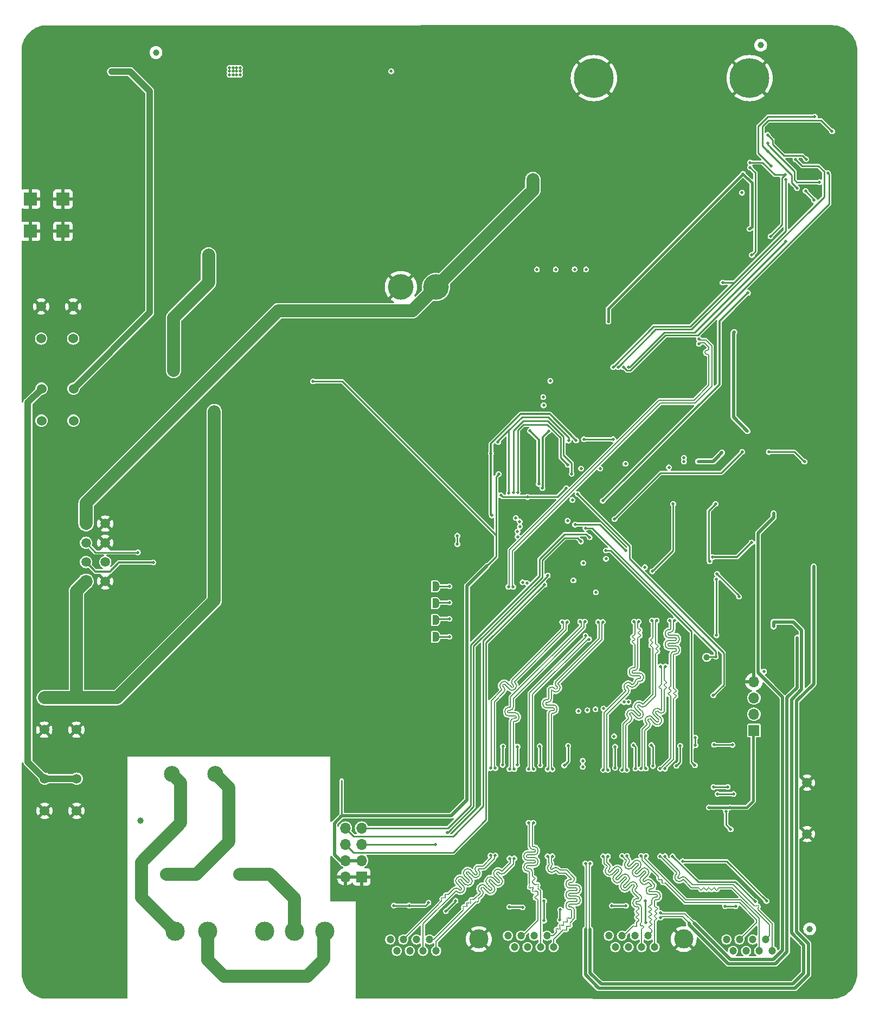
<source format=gbl>
G04 #@! TF.GenerationSoftware,KiCad,Pcbnew,7.0.6-0*
G04 #@! TF.CreationDate,2023-08-16T18:08:33-03:00*
G04 #@! TF.ProjectId,macunaima_rev2.2,6d616375-6e61-4696-9d61-5f726576322e,rev?*
G04 #@! TF.SameCoordinates,Original*
G04 #@! TF.FileFunction,Copper,L4,Bot*
G04 #@! TF.FilePolarity,Positive*
%FSLAX46Y46*%
G04 Gerber Fmt 4.6, Leading zero omitted, Abs format (unit mm)*
G04 Created by KiCad (PCBNEW 7.0.6-0) date 2023-08-16 18:08:33*
%MOMM*%
%LPD*%
G01*
G04 APERTURE LIST*
G04 Aperture macros list*
%AMFreePoly0*
4,1,19,0.500000,-0.750000,0.000000,-0.750000,0.000000,-0.744911,-0.071157,-0.744911,-0.207708,-0.704816,-0.327430,-0.627875,-0.420627,-0.520320,-0.479746,-0.390866,-0.500000,-0.250000,-0.500000,0.250000,-0.479746,0.390866,-0.420627,0.520320,-0.327430,0.627875,-0.207708,0.704816,-0.071157,0.744911,0.000000,0.744911,0.000000,0.750000,0.500000,0.750000,0.500000,-0.750000,0.500000,-0.750000,
$1*%
%AMFreePoly1*
4,1,19,0.000000,0.744911,0.071157,0.744911,0.207708,0.704816,0.327430,0.627875,0.420627,0.520320,0.479746,0.390866,0.500000,0.250000,0.500000,-0.250000,0.479746,-0.390866,0.420627,-0.520320,0.327430,-0.627875,0.207708,-0.704816,0.071157,-0.744911,0.000000,-0.744911,0.000000,-0.750000,-0.500000,-0.750000,-0.500000,0.750000,0.000000,0.750000,0.000000,0.744911,0.000000,0.744911,
$1*%
G04 Aperture macros list end*
G04 #@! TA.AperFunction,ComponentPad*
%ADD10R,1.700000X1.700000*%
G04 #@! TD*
G04 #@! TA.AperFunction,ComponentPad*
%ADD11O,1.700000X1.700000*%
G04 #@! TD*
G04 #@! TA.AperFunction,ComponentPad*
%ADD12C,2.000000*%
G04 #@! TD*
G04 #@! TA.AperFunction,ComponentPad*
%ADD13C,2.500000*%
G04 #@! TD*
G04 #@! TA.AperFunction,ComponentPad*
%ADD14C,4.000000*%
G04 #@! TD*
G04 #@! TA.AperFunction,ComponentPad*
%ADD15C,1.200000*%
G04 #@! TD*
G04 #@! TA.AperFunction,ComponentPad*
%ADD16C,1.498600*%
G04 #@! TD*
G04 #@! TA.AperFunction,ComponentPad*
%ADD17C,1.524000*%
G04 #@! TD*
G04 #@! TA.AperFunction,ComponentPad*
%ADD18R,2.000000X2.000000*%
G04 #@! TD*
G04 #@! TA.AperFunction,ComponentPad*
%ADD19C,3.000000*%
G04 #@! TD*
G04 #@! TA.AperFunction,ComponentPad*
%ADD20R,1.520000X1.520000*%
G04 #@! TD*
G04 #@! TA.AperFunction,ComponentPad*
%ADD21C,1.520000*%
G04 #@! TD*
G04 #@! TA.AperFunction,ComponentPad*
%ADD22C,6.200000*%
G04 #@! TD*
G04 #@! TA.AperFunction,ComponentPad*
%ADD23C,1.800000*%
G04 #@! TD*
G04 #@! TA.AperFunction,SMDPad,CuDef*
%ADD24FreePoly0,180.000000*%
G04 #@! TD*
G04 #@! TA.AperFunction,SMDPad,CuDef*
%ADD25FreePoly1,180.000000*%
G04 #@! TD*
G04 #@! TA.AperFunction,SMDPad,CuDef*
%ADD26C,1.000000*%
G04 #@! TD*
G04 #@! TA.AperFunction,ViaPad*
%ADD27C,0.500000*%
G04 #@! TD*
G04 #@! TA.AperFunction,ViaPad*
%ADD28C,0.400000*%
G04 #@! TD*
G04 #@! TA.AperFunction,Conductor*
%ADD29C,0.400000*%
G04 #@! TD*
G04 #@! TA.AperFunction,Conductor*
%ADD30C,0.550000*%
G04 #@! TD*
G04 #@! TA.AperFunction,Conductor*
%ADD31C,0.250000*%
G04 #@! TD*
G04 #@! TA.AperFunction,Conductor*
%ADD32C,0.500000*%
G04 #@! TD*
G04 #@! TA.AperFunction,Conductor*
%ADD33C,2.000000*%
G04 #@! TD*
G04 #@! TA.AperFunction,Conductor*
%ADD34C,0.200000*%
G04 #@! TD*
G04 #@! TA.AperFunction,Conductor*
%ADD35C,0.300000*%
G04 #@! TD*
G04 #@! TA.AperFunction,Conductor*
%ADD36C,1.000000*%
G04 #@! TD*
G04 APERTURE END LIST*
D10*
X53118573Y-132941702D03*
D11*
X50578573Y-132941702D03*
X53118573Y-130401702D03*
X50578573Y-130401702D03*
X53118573Y-127861702D03*
X50578573Y-127861702D03*
X53118573Y-125321702D03*
X50578573Y-125321702D03*
D12*
X34078573Y-132496773D03*
X22678573Y-132496773D03*
D13*
X23495964Y-116861773D03*
X30245964Y-116861773D03*
D14*
X59245964Y-40861773D03*
X64745964Y-40861773D03*
D10*
X114370465Y-110091773D03*
D11*
X114370465Y-107551773D03*
X114370465Y-105011773D03*
X114370465Y-102471773D03*
D15*
X117238573Y-144486773D03*
X116218573Y-142706773D03*
X115198573Y-144486773D03*
X114178573Y-142706773D03*
X113158573Y-144486773D03*
X112138573Y-142706773D03*
X111118573Y-144486773D03*
X110098573Y-142706773D03*
X64738573Y-144486773D03*
X63718573Y-142706773D03*
X62698573Y-144486773D03*
X61678573Y-142706773D03*
X60658573Y-144486773D03*
X59638573Y-142706773D03*
X58618573Y-144486773D03*
X57598573Y-142706773D03*
D16*
X122672619Y-126240296D03*
X122672619Y-118240296D03*
D17*
X8088573Y-43908573D03*
X3088573Y-43908573D03*
X8088573Y-48908573D03*
X3088573Y-48908573D03*
D18*
X6490573Y-27106573D03*
X1440573Y-27106573D03*
X6490573Y-32156573D03*
X1440573Y-32156573D03*
D17*
X8624573Y-117614573D03*
X3624573Y-117614573D03*
X8624573Y-122614573D03*
X3624573Y-122614573D03*
X8570573Y-104968573D03*
X3570573Y-104968573D03*
X8570573Y-109968573D03*
X3570573Y-109968573D03*
D19*
X23968573Y-141391773D03*
X29048573Y-141391773D03*
D15*
X98868573Y-143896773D03*
X97848573Y-142116773D03*
X96828573Y-143896773D03*
X95808573Y-142116773D03*
X94788573Y-143896773D03*
X93768573Y-142116773D03*
X92748573Y-143896773D03*
X91728573Y-142116773D03*
X83108573Y-143896773D03*
X82088573Y-142116773D03*
X81068573Y-143896773D03*
X80048573Y-142116773D03*
X79028573Y-143896773D03*
X78008573Y-142116773D03*
X76988573Y-143896773D03*
X75968573Y-142116773D03*
D19*
X103418573Y-142636773D03*
X71418573Y-142636773D03*
D20*
X10091573Y-86795823D03*
D21*
X10091573Y-83795823D03*
X10091573Y-80795823D03*
X10091573Y-77795823D03*
X13091573Y-86795823D03*
X13091573Y-83795823D03*
X13091573Y-80795823D03*
X13091573Y-77795823D03*
D19*
X37943573Y-141411773D03*
X42643573Y-141411773D03*
X47343573Y-141411773D03*
D22*
X89382373Y-8252773D03*
D23*
X24858573Y-124516773D03*
X32358573Y-127416773D03*
D17*
X8143573Y-56728573D03*
X3143573Y-56728573D03*
X8143573Y-61728573D03*
X3143573Y-61728573D03*
D22*
X113690173Y-8252773D03*
D24*
X64690573Y-87592773D03*
D25*
X63390573Y-87592773D03*
D26*
X123088573Y-141056773D03*
D24*
X64690573Y-92842105D03*
D25*
X63390573Y-92842105D03*
D26*
X21008573Y-4256773D03*
X107013573Y-98666773D03*
X18548573Y-124136773D03*
X115418573Y-3106773D03*
D24*
X64690573Y-95466773D03*
D25*
X63390573Y-95466773D03*
D24*
X64690573Y-90217439D03*
D25*
X63390573Y-90217439D03*
D27*
X96798573Y-69406773D03*
X120179578Y-19177593D03*
X98338573Y-65106773D03*
X120830719Y-29988919D03*
X94933573Y-71216773D03*
X121464578Y-17787593D03*
X121354578Y-23647593D03*
X120179578Y-18467593D03*
X110568573Y-140206773D03*
X110278573Y-67526773D03*
X98748573Y-54676773D03*
X78913573Y-72216773D03*
X120233652Y-25381694D03*
X115874578Y-25697593D03*
X78492340Y-76585540D03*
X94178573Y-49416773D03*
X109738573Y-57476773D03*
X118894578Y-17077593D03*
X124148573Y-26006773D03*
X109878573Y-30126773D03*
X120179578Y-17107593D03*
X74393074Y-115151773D03*
X87278573Y-75366773D03*
X107483573Y-112676773D03*
X124074578Y-15417593D03*
X100953573Y-73146773D03*
X106663573Y-88816773D03*
X83633573Y-65436773D03*
X92668573Y-75956773D03*
X124760811Y-23796360D03*
X126944578Y-18967593D03*
X106660021Y-64010495D03*
X105908573Y-54536773D03*
X112258573Y-21096773D03*
X60908573Y-124366773D03*
X110073573Y-71566773D03*
X92953573Y-73276773D03*
X105723573Y-70976773D03*
X82743573Y-69326773D03*
X120179578Y-17757593D03*
X78503573Y-115496773D03*
X110811173Y-86154273D03*
X95278573Y-115361773D03*
X100348573Y-57539419D03*
X102798573Y-49336773D03*
X114021173Y-85304273D03*
X110841173Y-83824273D03*
X89478573Y-63599419D03*
X120088573Y-21326773D03*
X122424578Y-23657593D03*
X123958573Y-34356773D03*
X95718073Y-78516773D03*
X121364578Y-22537593D03*
X114021173Y-84644273D03*
X106503573Y-111186773D03*
X124228573Y-18926773D03*
X121418573Y-27606773D03*
X120179578Y-16377593D03*
X114648573Y-148126773D03*
X121464578Y-18467593D03*
X121904464Y-23107593D03*
X98180021Y-68323472D03*
X110974578Y-34532593D03*
X121464578Y-16377593D03*
X99313573Y-115116773D03*
X122444578Y-22537593D03*
X113605221Y-65307872D03*
X126208573Y-21436773D03*
X100858573Y-65026773D03*
X74318573Y-66606773D03*
X82103573Y-70626773D03*
X105197609Y-49329801D03*
X79573573Y-69766773D03*
X118894578Y-19177593D03*
X118894578Y-16377593D03*
X108203573Y-109346773D03*
X118894578Y-18477593D03*
X71298573Y-115131773D03*
X113021173Y-84994273D03*
X81703573Y-115326773D03*
X105959821Y-66222272D03*
X116174578Y-24127593D03*
X91988573Y-115331773D03*
X121464578Y-17107593D03*
X118894578Y-17777593D03*
X121464578Y-19177593D03*
X95033573Y-88006773D03*
X96153573Y-55716773D03*
X104888573Y-50436773D03*
X100583573Y-77256773D03*
X112908573Y-68796773D03*
X110430221Y-49322295D03*
X108372821Y-46528295D03*
X78248573Y-64026773D03*
X103450021Y-67514672D03*
X33587373Y-7182573D03*
X34137373Y-6632573D03*
X32487373Y-7182573D03*
X33587373Y-6632573D03*
X87660418Y-114803618D03*
X32487373Y-6632573D03*
X33037373Y-6632573D03*
X87663573Y-115746773D03*
X34137373Y-7182573D03*
X33587373Y-7732573D03*
X103452345Y-68095796D03*
X32487373Y-7732573D03*
X33037373Y-7732573D03*
X57743573Y-7182573D03*
X33037373Y-7182573D03*
X34137373Y-7732573D03*
X112664486Y-23192686D03*
X91653573Y-46269419D03*
X111308573Y-47886773D03*
X113688573Y-31796773D03*
X113348573Y-63326672D03*
X119364578Y-24122593D03*
X109488573Y-40166773D03*
X92400021Y-53350495D03*
X119304578Y-33742593D03*
X94800021Y-53350495D03*
X94000021Y-53350495D03*
X125910311Y-23063147D03*
X93200021Y-53350495D03*
X120888573Y-20956773D03*
X102868573Y-112481773D03*
X98618573Y-115621773D03*
X102268573Y-115601773D03*
X98368573Y-112351773D03*
X95558573Y-112371773D03*
X92708573Y-112611773D03*
X92688573Y-115911773D03*
X95868573Y-116041773D03*
X113758000Y-21416200D03*
X116967753Y-32937593D03*
X119272672Y-23357342D03*
X123778573Y-27326773D03*
X122435078Y-25857593D03*
X113778573Y-22208093D03*
X114038283Y-35867063D03*
X104243573Y-140131028D03*
X123716621Y-85309821D03*
X121121173Y-96304373D03*
D28*
X29230573Y-35297573D03*
X30086573Y-60869573D03*
X30099573Y-60305573D03*
D27*
X88063573Y-141111773D03*
D28*
X29738573Y-35842573D03*
X23201573Y-53879573D03*
X30619573Y-60299573D03*
X29218573Y-35848573D03*
D27*
X88063573Y-130871773D03*
X123716621Y-84479821D03*
D28*
X23721573Y-54461573D03*
D27*
X121121173Y-95594373D03*
D28*
X23734573Y-53897573D03*
X23746573Y-53346573D03*
X30111573Y-59754573D03*
X28685573Y-35830573D03*
D27*
X99778573Y-139286773D03*
D28*
X24254573Y-53891573D03*
X29205573Y-36412573D03*
X29566573Y-60287573D03*
D27*
X123716621Y-87079821D03*
X123716621Y-86189821D03*
X104993573Y-140131028D03*
X117443573Y-76846773D03*
X117443573Y-76166773D03*
X99778573Y-138536773D03*
X88813573Y-141111773D03*
X117443573Y-93136773D03*
X88813573Y-130871773D03*
X117443573Y-93876773D03*
X126574578Y-16552593D03*
X121079964Y-25415540D03*
X116518573Y-19642593D03*
X124607632Y-24478885D03*
X116528573Y-18372593D03*
X116508573Y-17102593D03*
X122528573Y-20906773D03*
X117080018Y-21977154D03*
X123858573Y-14268093D03*
X80918573Y-112521773D03*
X81000885Y-115504085D03*
X85368573Y-112471773D03*
X84758573Y-115541773D03*
X75138573Y-115461773D03*
X77408573Y-115451773D03*
X75188573Y-112591773D03*
X77468573Y-112601773D03*
X94335373Y-68460596D03*
X77467340Y-79020540D03*
X85326480Y-68629419D03*
X77502480Y-72894941D03*
X76802978Y-72893996D03*
X85901293Y-70016698D03*
X77480917Y-79834117D03*
X101103573Y-69002396D03*
X87389864Y-69203687D03*
X77812513Y-77480998D03*
X77833573Y-78236773D03*
X90358573Y-69204187D03*
X74421431Y-65059631D03*
X76103558Y-73051654D03*
X85448573Y-64839419D03*
X73448573Y-76521773D03*
X86613773Y-64819419D03*
X73323573Y-66796773D03*
X92388573Y-64619419D03*
X87832973Y-64619419D03*
X116704021Y-66603272D03*
X122266621Y-68118295D03*
X86983573Y-107046773D03*
X80488196Y-38107711D03*
X83438196Y-38107711D03*
X88373573Y-106926773D03*
X86378196Y-38097711D03*
X89633573Y-106766773D03*
X88174691Y-38101216D03*
X90878776Y-106666258D03*
X76793573Y-87644823D03*
X105790121Y-48958003D03*
X105790121Y-49708003D03*
X76043573Y-87644823D03*
X112563573Y-66592396D03*
X92609073Y-77083006D03*
X114566229Y-136804117D03*
X101668573Y-129721773D03*
X111528573Y-137526273D03*
X109868573Y-137526273D03*
X97448573Y-136701773D03*
X97478573Y-140051773D03*
X92168573Y-137431773D03*
X94405001Y-137438201D03*
X81618073Y-136686902D03*
X78258573Y-137701773D03*
X84138573Y-138027273D03*
X84068573Y-139661773D03*
X76178573Y-137631773D03*
X81618073Y-139771773D03*
X58148573Y-137411773D03*
X63548573Y-136981773D03*
X66268573Y-138266273D03*
X67788573Y-136667273D03*
X60548573Y-137421773D03*
X114003573Y-80756773D03*
X107903573Y-83036773D03*
X112038573Y-89201773D03*
X108628573Y-85641773D03*
X108528573Y-95221773D03*
X108498573Y-86521773D03*
X108383573Y-74716773D03*
X107473573Y-83696773D03*
X116338573Y-136722273D03*
X103244806Y-130485540D03*
X107338573Y-122088797D03*
X110638573Y-122088797D03*
X108684073Y-119986773D03*
X111207573Y-119986773D03*
X108058573Y-118926773D03*
X110283073Y-118916773D03*
X110008573Y-122738797D03*
X110745095Y-125513295D03*
X100488573Y-116069508D03*
X101993573Y-92931802D03*
X96768573Y-116032109D03*
X99803573Y-100081773D03*
X90793573Y-93132497D03*
X82903573Y-116136002D03*
X88093407Y-95306607D03*
X79183573Y-116119044D03*
X101243573Y-92931802D03*
X99738573Y-116069508D03*
X97518573Y-116032109D03*
X100553573Y-100081773D03*
X82153573Y-116136002D03*
X90043573Y-93132497D03*
X88623739Y-95836939D03*
X79933573Y-116119044D03*
X94548573Y-116244547D03*
X99193573Y-92935834D03*
X90828573Y-116245008D03*
X95643573Y-93113758D03*
X87993573Y-93085037D03*
X76963573Y-116106691D03*
X73243573Y-115966089D03*
X84443573Y-93155441D03*
X93798573Y-116244547D03*
X98443573Y-92935834D03*
X96393573Y-93113758D03*
X91578573Y-116245008D03*
X87243573Y-93085037D03*
X76213573Y-116106691D03*
X73993573Y-115966089D03*
X85193573Y-93155441D03*
X111028573Y-112341773D03*
X108138573Y-112316773D03*
X92533573Y-110996773D03*
X91243573Y-81986773D03*
X105153573Y-115516773D03*
X88083573Y-78481773D03*
X108423573Y-98546773D03*
X86193573Y-86656773D03*
X78254176Y-86952997D03*
X94791948Y-105647907D03*
X72728573Y-84351773D03*
X74513573Y-70076773D03*
X86032804Y-74086004D03*
X82568573Y-55516773D03*
X45552573Y-55580573D03*
X94092462Y-105643196D03*
X78953573Y-87066773D03*
X89698573Y-88511773D03*
X81548573Y-59326773D03*
X88715400Y-79926773D03*
X64654144Y-127861702D03*
X66513573Y-126002273D03*
X87363655Y-80574388D03*
X81488573Y-58046773D03*
X82321980Y-63331773D03*
X81347621Y-72232658D03*
X79381980Y-63321773D03*
X80776483Y-71600702D03*
X14067073Y-7232573D03*
X20030573Y-44841573D03*
X15230073Y-7232573D03*
X14648573Y-7232573D03*
X100488573Y-129725643D03*
X99738573Y-129725643D03*
X97518573Y-129645202D03*
X96768573Y-129645202D03*
X94548573Y-129684636D03*
X93798573Y-129684636D03*
X91578573Y-129713226D03*
X90828573Y-129713226D03*
X82903573Y-129721999D03*
X82153573Y-129721999D03*
X79933573Y-124495449D03*
X79183573Y-124495449D03*
X76963573Y-130063129D03*
X76213573Y-130063129D03*
X73993573Y-129612913D03*
X73243573Y-129612913D03*
X105233573Y-112386773D03*
X105223573Y-111202273D03*
X115953573Y-100876773D03*
X91283573Y-83296773D03*
X87749073Y-83929402D03*
X97349073Y-84596773D03*
X113439578Y-41752593D03*
X90773683Y-74245362D03*
X85283573Y-77356773D03*
X77193573Y-76926773D03*
X112511026Y-26141193D03*
X94393573Y-81996773D03*
X86453573Y-77947273D03*
X101763573Y-74726773D03*
X98498073Y-85246773D03*
X108779521Y-67314172D03*
X105675021Y-68095796D03*
X109388821Y-66704872D03*
X106305021Y-68095796D03*
X85054828Y-72260206D03*
X79027480Y-73636773D03*
X86848573Y-73176773D03*
X74868573Y-73366773D03*
X108038573Y-104576773D03*
X66834573Y-87592773D03*
X66834573Y-90132773D03*
X66834573Y-92672773D03*
X66834573Y-95466773D03*
D28*
X79860573Y-24075573D03*
X80380573Y-24069573D03*
X79327573Y-24057573D03*
X79872573Y-23524573D03*
X79847573Y-24639573D03*
D27*
X81668573Y-87296773D03*
X18183573Y-82290573D03*
X20614573Y-83840573D03*
X82176480Y-85906773D03*
X68073573Y-81009573D03*
X68073573Y-79672773D03*
D29*
X112664486Y-23192686D02*
X114064578Y-24592778D01*
D30*
X111308573Y-47886773D02*
X111188573Y-48006773D01*
X111188573Y-48006773D02*
X111188573Y-61166672D01*
D29*
X91653573Y-44203598D02*
X91653573Y-46269419D01*
X112664486Y-23192686D02*
X91653573Y-44203598D01*
X114064578Y-24592778D02*
X114064578Y-31420768D01*
X114064578Y-31420768D02*
X113688573Y-31796773D01*
D30*
X111188573Y-61166672D02*
X113348573Y-63326672D01*
D31*
X111291357Y-40166773D02*
X111634965Y-39823165D01*
X119364578Y-32093551D02*
X111634965Y-39823165D01*
X109488573Y-40166773D02*
X111291357Y-40166773D01*
X98704340Y-47033003D02*
X92400021Y-53337322D01*
X92400021Y-53337322D02*
X92400021Y-53350495D01*
X119364578Y-24122593D02*
X119364578Y-32093551D01*
X111634965Y-39823165D02*
X104425126Y-47033003D01*
X104425126Y-47033003D02*
X98704340Y-47033003D01*
X100394290Y-47933003D02*
X94976798Y-53350495D01*
X94976798Y-53350495D02*
X94800021Y-53350495D01*
X119304578Y-33742593D02*
X105114168Y-47933003D01*
X105114168Y-47933003D02*
X100394290Y-47933003D01*
X94561848Y-53925495D02*
X94000021Y-53363668D01*
X94000021Y-53363668D02*
X94000021Y-53350495D01*
X95038194Y-53925495D02*
X94561848Y-53925495D01*
X126120078Y-27854447D02*
X105591522Y-48383003D01*
X125910311Y-23063147D02*
X126120078Y-23272914D01*
X126120078Y-23272914D02*
X126120078Y-27854447D01*
X100580686Y-48383003D02*
X95038194Y-53925495D01*
X105591522Y-48383003D02*
X100580686Y-48383003D01*
X120888573Y-20956773D02*
X121894393Y-21962593D01*
X104611522Y-47483003D02*
X99054340Y-47483003D01*
X93200021Y-53337322D02*
X93200021Y-53350495D01*
X99054340Y-47483003D02*
X93200021Y-53337322D01*
X125335811Y-22846360D02*
X125335811Y-26758714D01*
X124452044Y-21962593D02*
X125335811Y-22846360D01*
X121894393Y-21962593D02*
X124452044Y-21962593D01*
X125335811Y-26758714D02*
X104611522Y-47483003D01*
X102868573Y-115001773D02*
X102868573Y-112481773D01*
X98618573Y-112601773D02*
X98368573Y-112351773D01*
X98618573Y-115621773D02*
X98618573Y-112601773D01*
X102268573Y-115601773D02*
X102868573Y-115001773D01*
X92688573Y-115911773D02*
X92688573Y-112631773D01*
X95868573Y-116041773D02*
X95868573Y-112681773D01*
X92688573Y-112631773D02*
X92708573Y-112611773D01*
X95868573Y-112681773D02*
X95558573Y-112371773D01*
X119272672Y-23357342D02*
X118789578Y-23840436D01*
X118789578Y-31115768D02*
X116967753Y-32937593D01*
X113758000Y-21416200D02*
X115705891Y-21416200D01*
X117647033Y-23357342D02*
X119272672Y-23357342D01*
X118789578Y-23840436D02*
X118789578Y-31115768D01*
X115705891Y-21416200D02*
X117647033Y-23357342D01*
X123778573Y-27201088D02*
X122435078Y-25857593D01*
X123778573Y-27326773D02*
X123778573Y-27201088D01*
X114589578Y-23019098D02*
X113778573Y-22208093D01*
X114038283Y-35867063D02*
X114589578Y-35315768D01*
X114589578Y-35315768D02*
X114589578Y-23019098D01*
D32*
X119548573Y-104966873D02*
X119548573Y-144651647D01*
X123716621Y-84479821D02*
X123716621Y-102778725D01*
X121048573Y-141526823D02*
X122858573Y-143336824D01*
X121121173Y-95594373D02*
X121121173Y-96304373D01*
X90153573Y-150326773D02*
X88063573Y-148236773D01*
X117693448Y-146506773D02*
X110379368Y-146506773D01*
X122858573Y-143336824D02*
X122858573Y-148221773D01*
D33*
X29218573Y-40187573D02*
X29218573Y-35848573D01*
X14947573Y-104968573D02*
X30116573Y-89799573D01*
X8570573Y-104968573D02*
X14947573Y-104968573D01*
D32*
X123716621Y-102778725D02*
X121048573Y-105446773D01*
D33*
X8570573Y-104968573D02*
X3570573Y-104968573D01*
D32*
X121121173Y-103394273D02*
X119548573Y-104966873D01*
D33*
X8570573Y-88316823D02*
X10091573Y-86795823D01*
D32*
X121048573Y-105446773D02*
X121048573Y-141526823D01*
D34*
X88063573Y-130871773D02*
X88213572Y-131021772D01*
D33*
X23757573Y-45648573D02*
X29218573Y-40187573D01*
D34*
X103249318Y-139136773D02*
X104243573Y-140131028D01*
D33*
X30116573Y-89799573D02*
X30116573Y-60295573D01*
D34*
X99778573Y-139286773D02*
X99928573Y-139136773D01*
D32*
X121121173Y-96304373D02*
X121121173Y-103394273D01*
X119548573Y-144651647D02*
X117693448Y-146506773D01*
X120753573Y-150326773D02*
X90153573Y-150326773D01*
X122858573Y-148221773D02*
X120753573Y-150326773D01*
X110379368Y-146506773D02*
X104243573Y-140370978D01*
D33*
X23757573Y-53886573D02*
X23757573Y-45648573D01*
D32*
X88063573Y-148236773D02*
X88063573Y-141111773D01*
D34*
X88213572Y-140961774D02*
X88063573Y-141111773D01*
X88213572Y-131021772D02*
X88213572Y-140961774D01*
X99928573Y-139136773D02*
X103249318Y-139136773D01*
D32*
X104243573Y-140370978D02*
X104243573Y-140131028D01*
D33*
X8570573Y-104968573D02*
X8570573Y-88316823D01*
D32*
X118848573Y-144361697D02*
X118848573Y-104886773D01*
D34*
X104993573Y-140131028D02*
X104993573Y-140103210D01*
X99928573Y-138686773D02*
X99778573Y-138536773D01*
D32*
X110669318Y-145806773D02*
X117403498Y-145806773D01*
X117403498Y-145806773D02*
X118848573Y-144361697D01*
X115028573Y-79261773D02*
X117443573Y-76846773D01*
X117443573Y-76846773D02*
X117443573Y-76166773D01*
D34*
X104993573Y-140103210D02*
X103577136Y-138686773D01*
D32*
X115028573Y-101066773D02*
X115028573Y-79261773D01*
X118848573Y-104886773D02*
X115028573Y-101066773D01*
D34*
X103577136Y-138686773D02*
X99928573Y-138686773D01*
D32*
X104993573Y-140131028D02*
X110669318Y-145806773D01*
X88813573Y-147926773D02*
X90513573Y-149626773D01*
X120248573Y-141716773D02*
X120248573Y-105256823D01*
X122158573Y-147931823D02*
X122158573Y-143626773D01*
X88813573Y-141111773D02*
X88813573Y-147926773D01*
X90513573Y-149626773D02*
X120463623Y-149626773D01*
D34*
X88663574Y-140961774D02*
X88813573Y-141111773D01*
X88663574Y-131021772D02*
X88663574Y-140961774D01*
D32*
X120493573Y-93136773D02*
X117443573Y-93136773D01*
X120248573Y-105256823D02*
X121821173Y-103684223D01*
X122158573Y-143626773D02*
X120248573Y-141716773D01*
X121821173Y-94464373D02*
X120493573Y-93136773D01*
D34*
X88813573Y-130871773D02*
X88663574Y-131021772D01*
D32*
X121821173Y-103684223D02*
X121821173Y-94464373D01*
X117443573Y-93136773D02*
X117443573Y-93876773D01*
X120463623Y-149626773D02*
X122158573Y-147931823D01*
D31*
X116518573Y-19642593D02*
X120249578Y-23373598D01*
X115688573Y-18812593D02*
X115688573Y-15765952D01*
X116611932Y-14842593D02*
X124864578Y-14842593D01*
X124864578Y-14842593D02*
X126574578Y-16552593D01*
X120249578Y-24585154D02*
X121079964Y-25415540D01*
X115688573Y-15765952D02*
X116611932Y-14842593D01*
X116518573Y-19642593D02*
X115688573Y-18812593D01*
X120249578Y-23373598D02*
X120249578Y-24585154D01*
X116528573Y-18372593D02*
X116528573Y-18616773D01*
X116982751Y-19067593D02*
X120699578Y-22784420D01*
X116979393Y-19067593D02*
X116982751Y-19067593D01*
X121056370Y-24478885D02*
X124607632Y-24478885D01*
X116528573Y-18616773D02*
X116979393Y-19067593D01*
X120699578Y-22784420D02*
X120699578Y-24122093D01*
X120699578Y-24122093D02*
X121056370Y-24478885D01*
X117279578Y-17873598D02*
X117279578Y-18610766D01*
X116508573Y-17102593D02*
X117279578Y-17873598D01*
X122003573Y-20381773D02*
X122528573Y-20906773D01*
X117279578Y-18610766D02*
X119050585Y-20381773D01*
X119050585Y-20381773D02*
X122003573Y-20381773D01*
X115058573Y-19955709D02*
X115058573Y-15759556D01*
X115058573Y-15759556D02*
X116550036Y-14268093D01*
X117080018Y-21977154D02*
X115058573Y-19955709D01*
X116550036Y-14268093D02*
X123858573Y-14268093D01*
X84758573Y-115541773D02*
X85368573Y-114931773D01*
X85368573Y-114931773D02*
X85368573Y-112471773D01*
X81000885Y-115504085D02*
X81000885Y-112604085D01*
X81000885Y-112604085D02*
X80918573Y-112521773D01*
X77408573Y-115451773D02*
X77468573Y-115391773D01*
X77468573Y-115391773D02*
X77468573Y-112601773D01*
X75138573Y-115461773D02*
X75138573Y-112641773D01*
X75138573Y-112641773D02*
X75188573Y-112591773D01*
X84208573Y-67511512D02*
X84208573Y-64405193D01*
X78357075Y-62326773D02*
X77502480Y-63181368D01*
X84208573Y-64405193D02*
X82130153Y-62326773D01*
X85326480Y-68629419D02*
X84208573Y-67511512D01*
X77502480Y-63181368D02*
X77502480Y-72894941D01*
X82130153Y-62326773D02*
X78357075Y-62326773D01*
X78330679Y-61716773D02*
X76802978Y-63244474D01*
X85901293Y-68339493D02*
X84658573Y-67096773D01*
X85901293Y-70016698D02*
X85901293Y-68339493D01*
X84658573Y-67096773D02*
X84658573Y-64218797D01*
X76802978Y-63244474D02*
X76802978Y-72893996D01*
X82156549Y-61716773D02*
X78330679Y-61716773D01*
X84658573Y-64218797D02*
X82156549Y-61716773D01*
X78163573Y-61176773D02*
X76103558Y-63236788D01*
X76103558Y-73051654D02*
X76103558Y-63236788D01*
X74421431Y-64918915D02*
X76103558Y-63236788D01*
X74421431Y-65059631D02*
X74421431Y-64918915D01*
X85448573Y-64372401D02*
X82252945Y-61176773D01*
X85448573Y-64839419D02*
X85448573Y-64372401D01*
X82252945Y-61176773D02*
X78163573Y-61176773D01*
D35*
X77956466Y-60676773D02*
X82471127Y-60676773D01*
X73323573Y-66796773D02*
X73323573Y-76396773D01*
X73323573Y-65309666D02*
X77956466Y-60676773D01*
X73323573Y-66796773D02*
X73323573Y-65309666D01*
X82471127Y-60676773D02*
X86613773Y-64819419D01*
X73323573Y-76396773D02*
X73448573Y-76521773D01*
D31*
X92388573Y-64619419D02*
X87832973Y-64619419D01*
X122266621Y-68118295D02*
X122250095Y-68118295D01*
X120735072Y-66603272D02*
X116704021Y-66603272D01*
X122250095Y-68118295D02*
X120735072Y-66603272D01*
D33*
X18738573Y-130636773D02*
X24858573Y-124516773D01*
X23968573Y-141391773D02*
X18738573Y-136161773D01*
X24858573Y-118224382D02*
X23495964Y-116861773D01*
X24858573Y-124516773D02*
X24858573Y-118224382D01*
X18738573Y-136161773D02*
X18738573Y-130636773D01*
X47243573Y-141511773D02*
X47243573Y-145871773D01*
X47243573Y-145871773D02*
X44663573Y-148451773D01*
X44663573Y-148451773D02*
X31603573Y-148451773D01*
X29048573Y-145896773D02*
X29048573Y-141391773D01*
X31603573Y-148451773D02*
X29048573Y-145896773D01*
X42643573Y-136291773D02*
X38848573Y-132496773D01*
X42643573Y-141411773D02*
X42643573Y-136291773D01*
X38848573Y-132496773D02*
X34078573Y-132496773D01*
X22678573Y-132496773D02*
X27278573Y-132496773D01*
X32358573Y-118974382D02*
X30245964Y-116861773D01*
X27278573Y-132496773D02*
X32358573Y-127416773D01*
X32358573Y-127416773D02*
X32358573Y-118974382D01*
D34*
X76643574Y-87494824D02*
X76643574Y-82084972D01*
X76643574Y-82084972D02*
X99746773Y-58981773D01*
X105940120Y-49108002D02*
X105790121Y-48958003D01*
X76793573Y-87644823D02*
X76643574Y-87494824D01*
X106858002Y-49108002D02*
X105940120Y-49108002D01*
X107803573Y-56359973D02*
X107803573Y-50053573D01*
X99746773Y-58981773D02*
X105181773Y-58981773D01*
X105181773Y-58981773D02*
X107803573Y-56359973D01*
X107803573Y-50053573D02*
X106858002Y-49108002D01*
X107053573Y-50756773D02*
X107024314Y-50756773D01*
X107024314Y-51356773D02*
X107053573Y-51356773D01*
X76193572Y-87494824D02*
X76043573Y-87644823D01*
X106671604Y-49558004D02*
X107353573Y-50239973D01*
X99560373Y-58531773D02*
X76193572Y-81898574D01*
X76193572Y-81898574D02*
X76193572Y-87494824D01*
X105790121Y-49708003D02*
X105940120Y-49558004D01*
X107353573Y-50239973D02*
X107353573Y-50456773D01*
X104995373Y-58531773D02*
X99560373Y-58531773D01*
X105940120Y-49558004D02*
X106671604Y-49558004D01*
X107353573Y-51656773D02*
X107353573Y-56173573D01*
X107353573Y-56173573D02*
X104995373Y-58531773D01*
X107053573Y-50756773D02*
G75*
G03*
X107353573Y-50456773I27J299973D01*
G01*
X107353627Y-51656773D02*
G75*
G03*
X107053573Y-51356773I-300027J-27D01*
G01*
X106724327Y-51056773D02*
G75*
G03*
X107024314Y-51356773I299973J-27D01*
G01*
X107024314Y-50756814D02*
G75*
G03*
X106724314Y-51056773I-14J-299986D01*
G01*
D31*
X99795306Y-69896773D02*
X109259196Y-69896773D01*
X92609073Y-77083006D02*
X99795306Y-69896773D01*
X109259196Y-69896773D02*
X112563573Y-66592396D01*
X111503885Y-133741773D02*
X114566229Y-136804117D01*
X105688573Y-133741773D02*
X111503885Y-133741773D01*
X101668573Y-129721773D02*
X105688573Y-133741773D01*
X111528573Y-137526273D02*
X109868573Y-137526273D01*
X97448573Y-136701773D02*
X97448573Y-140021773D01*
X92168573Y-137431773D02*
X94398573Y-137431773D01*
X94398573Y-137431773D02*
X94405001Y-137438201D01*
X97448573Y-140021773D02*
X97478573Y-140051773D01*
X76178573Y-137631773D02*
X78188573Y-137631773D01*
X78188573Y-137631773D02*
X78258573Y-137701773D01*
X84068573Y-138097273D02*
X84138573Y-138027273D01*
X81618073Y-136686902D02*
X81618073Y-139771773D01*
X84068573Y-139661773D02*
X84068573Y-138097273D01*
X60538573Y-137411773D02*
X60548573Y-137421773D01*
X67788573Y-136746273D02*
X66268573Y-138266273D01*
X58148573Y-137411773D02*
X60538573Y-137411773D01*
X67788573Y-136667273D02*
X67788573Y-136746273D01*
X63548573Y-136981773D02*
X63108573Y-137421773D01*
X63108573Y-137421773D02*
X60548573Y-137421773D01*
D35*
X107903573Y-83036773D02*
X111723573Y-83036773D01*
X111723573Y-83036773D02*
X114003573Y-80756773D01*
D31*
X112038573Y-89201773D02*
X112038573Y-89051773D01*
X112038573Y-89051773D02*
X108628573Y-85641773D01*
X108498573Y-86521773D02*
X108528573Y-86551773D01*
X108528573Y-86551773D02*
X108528573Y-95221773D01*
X107328573Y-83551773D02*
X107328573Y-75771773D01*
X107328573Y-75771773D02*
X108383573Y-74716773D01*
X107473573Y-83696773D02*
X107328573Y-83551773D01*
X110101840Y-130485540D02*
X103244806Y-130485540D01*
X116338573Y-136722273D02*
X110101840Y-130485540D01*
D29*
X107338573Y-122088797D02*
X110638573Y-122088797D01*
X113266549Y-122088797D02*
X114278573Y-121076773D01*
X110638573Y-122088797D02*
X113266549Y-122088797D01*
X114278573Y-121076773D02*
X114278573Y-110091773D01*
D31*
X108684073Y-119986773D02*
X111207573Y-119986773D01*
X108058573Y-118926773D02*
X110273073Y-118926773D01*
X110273073Y-118926773D02*
X110283073Y-118916773D01*
X110008573Y-122738797D02*
X110008573Y-124776773D01*
X110008573Y-124776773D02*
X110745095Y-125513295D01*
D34*
X101068571Y-95166775D02*
X102168575Y-95166775D01*
X101843574Y-114600904D02*
X100488573Y-115955905D01*
X102043574Y-103706773D02*
X102087725Y-103706773D01*
X102087725Y-104106773D02*
X102043574Y-104106773D01*
X101993573Y-92931802D02*
X101843574Y-93081801D01*
X101068571Y-96466779D02*
X102168575Y-96466779D01*
X102043574Y-104506773D02*
X102087725Y-104506773D01*
X101843574Y-98266783D02*
X101843574Y-103506773D01*
X100968571Y-96566779D02*
X100968571Y-96766779D01*
X101068571Y-96866779D02*
X102168575Y-96866779D01*
X102718577Y-95716777D02*
X102718577Y-95916777D01*
X102087725Y-104906773D02*
X102043574Y-104906773D01*
X102718577Y-97416781D02*
X102718577Y-97616781D01*
X101843574Y-105106773D02*
X101843574Y-114600904D01*
X102168575Y-98166783D02*
X101943574Y-98166783D01*
X100968571Y-94866775D02*
X100968571Y-95066775D01*
X100488573Y-115955905D02*
X100488573Y-116069508D01*
X101293572Y-94766775D02*
X101068571Y-94766775D01*
X101843574Y-93081801D02*
X101843574Y-94216773D01*
X102718625Y-95716777D02*
G75*
G03*
X102168575Y-95166775I-550025J-23D01*
G01*
X102087725Y-104906825D02*
G75*
G03*
X102287725Y-104706773I-25J200025D01*
G01*
X101843627Y-104306773D02*
G75*
G03*
X102043574Y-104506773I199973J-27D01*
G01*
X101068571Y-94766771D02*
G75*
G03*
X100968571Y-94866775I29J-100029D01*
G01*
X102287727Y-103906773D02*
G75*
G03*
X102087725Y-103706773I-200027J-27D01*
G01*
X102168575Y-98166777D02*
G75*
G03*
X102718577Y-97616781I25J549977D01*
G01*
X101068571Y-96466771D02*
G75*
G03*
X100968571Y-96566779I29J-100029D01*
G01*
X102718621Y-97416781D02*
G75*
G03*
X102168575Y-96866779I-550021J-19D01*
G01*
X102287727Y-104706773D02*
G75*
G03*
X102087725Y-104506773I-200027J-27D01*
G01*
X101943574Y-98166774D02*
G75*
G03*
X101843574Y-98266783I26J-100026D01*
G01*
X101843627Y-103506773D02*
G75*
G03*
X102043574Y-103706773I199973J-27D01*
G01*
X102043574Y-104106774D02*
G75*
G03*
X101843574Y-104306773I26J-200026D01*
G01*
X102168575Y-96466777D02*
G75*
G03*
X102718577Y-95916777I25J549977D01*
G01*
X100968625Y-95066775D02*
G75*
G03*
X101068571Y-95166775I99975J-25D01*
G01*
X102043574Y-104906774D02*
G75*
G03*
X101843574Y-105106773I26J-200026D01*
G01*
X101293572Y-94766774D02*
G75*
G03*
X101843574Y-94216773I28J549974D01*
G01*
X102087725Y-104106825D02*
G75*
G03*
X102287725Y-103906773I-25J200025D01*
G01*
X100968621Y-96766779D02*
G75*
G03*
X101068571Y-96866779I99979J-21D01*
G01*
X97531723Y-108870801D02*
X97690822Y-109029900D01*
X99812150Y-106908574D02*
X99653050Y-106749474D01*
X98875230Y-106749474D02*
X98875229Y-106749474D01*
X99803573Y-100081773D02*
X99953572Y-100231772D01*
X98875229Y-106749474D02*
X98733807Y-106890895D01*
X98733807Y-107668715D02*
X99511629Y-108446538D01*
X96918572Y-115882110D02*
X96768573Y-116032109D01*
X99722970Y-103456773D02*
X99753572Y-103456773D01*
X97673145Y-107951560D02*
X97531723Y-108092981D01*
X99753572Y-103056773D02*
X99722970Y-103056773D01*
X99953572Y-103656773D02*
X99953572Y-106908574D01*
X99953572Y-100231772D02*
X99953572Y-102856773D01*
X97690823Y-109171321D02*
X97690822Y-109171322D01*
X99228787Y-108729382D02*
X98450965Y-107951560D01*
X97690822Y-109171322D02*
X96918572Y-109943574D01*
X99228787Y-108729381D02*
X99228787Y-108729382D01*
X99511629Y-108587960D02*
X99370209Y-108729381D01*
X96918572Y-109943574D02*
X96918572Y-115882110D01*
X99812151Y-106908573D02*
G75*
G03*
X99953571Y-106908573I70710J70712D01*
G01*
X98450965Y-107951560D02*
G75*
G03*
X97673145Y-107951560I-388910J-388909D01*
G01*
X97531732Y-108092990D02*
G75*
G03*
X97531723Y-108870801I388868J-388910D01*
G01*
X98733802Y-106890890D02*
G75*
G03*
X98733807Y-107668715I388898J-388910D01*
G01*
X97690812Y-109171310D02*
G75*
G03*
X97690822Y-109029900I-70712J70710D01*
G01*
X99228788Y-108729380D02*
G75*
G03*
X99370208Y-108729380I70710J70712D01*
G01*
X99753572Y-103056772D02*
G75*
G03*
X99953572Y-102856773I28J199972D01*
G01*
X99722970Y-103056770D02*
G75*
G03*
X99522970Y-103256773I30J-200030D01*
G01*
X99953627Y-103656773D02*
G75*
G03*
X99753572Y-103456773I-200027J-27D01*
G01*
X99511580Y-108587911D02*
G75*
G03*
X99511629Y-108446538I-70680J70711D01*
G01*
X99523027Y-103256773D02*
G75*
G03*
X99722970Y-103456773I199973J-27D01*
G01*
X99653050Y-106749474D02*
G75*
G03*
X98875230Y-106749474I-388910J-388909D01*
G01*
X82753573Y-103774971D02*
X82753574Y-105146767D01*
X82853574Y-107396773D02*
X83078575Y-107396773D01*
X83973336Y-103014828D02*
X83814236Y-102855728D01*
X81978571Y-106096769D02*
X83078575Y-106096769D01*
X81878571Y-105996769D02*
X81878571Y-105796769D01*
X83955658Y-102572887D02*
X90643574Y-95884972D01*
X83814235Y-102714307D02*
X83814236Y-102714306D01*
X83831914Y-103934070D02*
X83831915Y-103934070D01*
X90643574Y-93282496D02*
X90793573Y-93132497D01*
X90643574Y-95884972D02*
X90643574Y-93282496D01*
X81978571Y-105696769D02*
X82203572Y-105696769D01*
X82753574Y-115986003D02*
X82753574Y-107496773D01*
X83814236Y-102714306D02*
X83955658Y-102572887D01*
X82903573Y-116136002D02*
X82753574Y-115986003D01*
X83831915Y-103934070D02*
X83973336Y-103792648D01*
X83628577Y-106846771D02*
X83628577Y-106646771D01*
X82894995Y-103774971D02*
X83054094Y-103934070D01*
X83814218Y-102714290D02*
G75*
G03*
X83814236Y-102855728I70682J-70710D01*
G01*
X82203572Y-105696774D02*
G75*
G03*
X82753574Y-105146767I28J549974D01*
G01*
X83054094Y-103934070D02*
G75*
G03*
X83831914Y-103934070I388910J388909D01*
G01*
X83973298Y-103792610D02*
G75*
G03*
X83973336Y-103014828I-388898J388910D01*
G01*
X82894994Y-103774972D02*
G75*
G03*
X82753574Y-103774972I-70710J-70712D01*
G01*
X81978571Y-105696771D02*
G75*
G03*
X81878571Y-105796769I29J-100029D01*
G01*
X81878631Y-105996769D02*
G75*
G03*
X81978571Y-106096769I99969J-31D01*
G01*
X83078575Y-107396777D02*
G75*
G03*
X83628577Y-106846771I25J549977D01*
G01*
X83628631Y-106646771D02*
G75*
G03*
X83078575Y-106096769I-550031J-29D01*
G01*
X82853574Y-107396774D02*
G75*
G03*
X82753574Y-107496773I26J-100026D01*
G01*
X88093407Y-95306607D02*
X88093407Y-95518740D01*
X79333572Y-104278575D02*
X79333572Y-115969045D01*
X79333572Y-115969045D02*
X79183573Y-116119044D01*
X88093407Y-95518740D02*
X79333572Y-104278575D01*
X101393572Y-114386691D02*
X99938573Y-115841690D01*
X101393572Y-98266783D02*
X101393572Y-103146773D01*
X101393572Y-93081801D02*
X101393572Y-94216773D01*
X101068571Y-95616777D02*
X102168575Y-95616777D01*
X101193572Y-104146773D02*
X101101905Y-104146773D01*
X101068571Y-96016777D02*
X102168575Y-96016777D01*
X101068571Y-97316781D02*
X102168575Y-97316781D01*
X101393572Y-104746773D02*
X101393572Y-114386691D01*
X102268575Y-97416781D02*
X102268575Y-97616781D01*
X101250897Y-103689447D02*
X101250898Y-103689447D01*
X102268575Y-95716777D02*
X102268575Y-95916777D01*
X101108223Y-103432121D02*
X101108223Y-103546773D01*
X101243573Y-92931802D02*
X101393572Y-93081801D01*
X101250898Y-103289447D02*
X101250897Y-103289447D01*
X101101905Y-104546773D02*
X101193572Y-104546773D01*
X99938573Y-115841690D02*
X99938573Y-115869508D01*
X99938573Y-115869508D02*
X99738573Y-116069508D01*
X102168575Y-97716781D02*
X101943574Y-97716781D01*
X101293572Y-94316773D02*
X101068571Y-94316773D01*
X101393572Y-103832121D02*
X101393572Y-103946773D01*
X100518569Y-94866775D02*
X100518569Y-95066775D01*
X100518569Y-96566779D02*
X100518569Y-96766779D01*
X101393553Y-103832121D02*
G75*
G03*
X101250898Y-103689447I-142653J21D01*
G01*
X101250898Y-103289472D02*
G75*
G03*
X101393572Y-103146773I2J142672D01*
G01*
X100518623Y-95066775D02*
G75*
G03*
X101068571Y-95616777I549977J-25D01*
G01*
X101393627Y-104746773D02*
G75*
G03*
X101193572Y-104546773I-200027J-27D01*
G01*
X102168575Y-97716775D02*
G75*
G03*
X102268575Y-97616781I25J99975D01*
G01*
X100518619Y-96766779D02*
G75*
G03*
X101068571Y-97316781I549981J-21D01*
G01*
X100901927Y-104346773D02*
G75*
G03*
X101101905Y-104546773I199973J-27D01*
G01*
X101068571Y-96016769D02*
G75*
G03*
X100518569Y-96566779I29J-550031D01*
G01*
X101193572Y-104146772D02*
G75*
G03*
X101393572Y-103946773I28J199972D01*
G01*
X101250897Y-103289423D02*
G75*
G03*
X101108223Y-103432121I3J-142677D01*
G01*
X101943574Y-97716772D02*
G75*
G03*
X101393572Y-98266783I26J-550028D01*
G01*
X102168575Y-96016775D02*
G75*
G03*
X102268575Y-95916777I25J99975D01*
G01*
X101293572Y-94316772D02*
G75*
G03*
X101393572Y-94216773I28J99972D01*
G01*
X101068571Y-94316769D02*
G75*
G03*
X100518569Y-94866775I29J-550031D01*
G01*
X101108253Y-103546773D02*
G75*
G03*
X101250897Y-103689447I142647J-27D01*
G01*
X102268619Y-97416781D02*
G75*
G03*
X102168575Y-97316781I-100019J-19D01*
G01*
X102268623Y-95716777D02*
G75*
G03*
X102168575Y-95616777I-100023J-23D01*
G01*
X101101905Y-104146805D02*
G75*
G03*
X100901905Y-104346773I-5J-199995D01*
G01*
X100547748Y-102370947D02*
X100547749Y-102370947D01*
X100403574Y-103715221D02*
X100403574Y-107094972D01*
X100553573Y-100081773D02*
X100403574Y-100231772D01*
X97368574Y-110129972D02*
X97368574Y-115882110D01*
X98009021Y-109489520D02*
X98009021Y-109489521D01*
X98009021Y-109489521D02*
X97368574Y-110129972D01*
X97849922Y-108552602D02*
X97849922Y-108552601D01*
X100547749Y-102770947D02*
X100547748Y-102770947D01*
X100547798Y-103170997D02*
X100547799Y-103170997D01*
X100691923Y-102515121D02*
X100691923Y-102626773D01*
X98132766Y-108269759D02*
X98910588Y-109047580D01*
X100547799Y-103570997D02*
X100547798Y-103570997D01*
X100403574Y-100231772D02*
X100403574Y-102226773D01*
X99052007Y-107350516D02*
X99052007Y-107350515D01*
X99193429Y-107067673D02*
X99052007Y-107209094D01*
X100403574Y-102915121D02*
X100403574Y-103026773D01*
X99493951Y-107226773D02*
X99334851Y-107067673D01*
X97991344Y-108269759D02*
X97849922Y-108411180D01*
X97849922Y-108552601D02*
X98009021Y-108711700D01*
X100692023Y-103315221D02*
X100692023Y-103426773D01*
X99193430Y-107067672D02*
X99193429Y-107067673D01*
X100403574Y-107094972D02*
X100271771Y-107226773D01*
X99829828Y-108906159D02*
X99688408Y-109047580D01*
X97368574Y-115882110D02*
X97518573Y-116032109D01*
X99052007Y-107350515D02*
X99829830Y-108128337D01*
X100403603Y-103026773D02*
G75*
G03*
X100547798Y-103170997I144197J-27D01*
G01*
X98009011Y-109489510D02*
G75*
G03*
X98009021Y-108711700I-388911J388910D01*
G01*
X100692003Y-103315221D02*
G75*
G03*
X100547799Y-103170997I-144203J21D01*
G01*
X100403553Y-102226773D02*
G75*
G03*
X100547748Y-102370947I144147J-27D01*
G01*
X99334811Y-107067713D02*
G75*
G03*
X99193430Y-107067672I-70711J-70687D01*
G01*
X99052002Y-107209089D02*
G75*
G03*
X99052007Y-107350516I70698J-70711D01*
G01*
X99829781Y-108906111D02*
G75*
G03*
X99829830Y-108128337I-388881J388911D01*
G01*
X98910588Y-109047580D02*
G75*
G03*
X99688408Y-109047580I388910J388909D01*
G01*
X99493951Y-107226773D02*
G75*
G03*
X100271771Y-107226773I388910J388909D01*
G01*
X100547799Y-103571023D02*
G75*
G03*
X100692023Y-103426773I1J144223D01*
G01*
X100547749Y-102771023D02*
G75*
G03*
X100691923Y-102626773I-49J144223D01*
G01*
X100691853Y-102515121D02*
G75*
G03*
X100547749Y-102370947I-144153J21D01*
G01*
X98132765Y-108269760D02*
G75*
G03*
X97991345Y-108269760I-70710J-70712D01*
G01*
X100547748Y-102770974D02*
G75*
G03*
X100403574Y-102915121I-48J-144126D01*
G01*
X100547798Y-103570974D02*
G75*
G03*
X100403574Y-103715221I2J-144226D01*
G01*
X97849932Y-108411190D02*
G75*
G03*
X97849923Y-108552601I70668J-70710D01*
G01*
X83178575Y-106846771D02*
X83178575Y-106646771D01*
X82303572Y-103588574D02*
X82435374Y-103456772D01*
X83655136Y-103333027D02*
X83655136Y-103333028D01*
X83496036Y-102396107D02*
X90193572Y-95698574D01*
X83655136Y-103333028D02*
X83496036Y-103173928D01*
X83513714Y-103615872D02*
X83513715Y-103615871D01*
X82153573Y-116136002D02*
X82303572Y-115986003D01*
X81978571Y-106546771D02*
X83078575Y-106546771D01*
X90193572Y-93282496D02*
X90043573Y-93132497D01*
X83513715Y-103615871D02*
X83655136Y-103474449D01*
X82853574Y-106946771D02*
X83078575Y-106946771D01*
X82303572Y-105146767D02*
X82303572Y-103588574D01*
X83496036Y-102396108D02*
X83496036Y-102396107D01*
X82303572Y-115986003D02*
X82303572Y-107496773D01*
X81428569Y-105996769D02*
X81428569Y-105796769D01*
X90193572Y-95698574D02*
X90193572Y-93282496D01*
X81978571Y-105246767D02*
X82203572Y-105246767D01*
X83213194Y-103456772D02*
X83372293Y-103615871D01*
X83655098Y-103474411D02*
G75*
G03*
X83655136Y-103333027I-70698J70711D01*
G01*
X83078575Y-106946775D02*
G75*
G03*
X83178575Y-106846771I25J99975D01*
G01*
X81428629Y-105996769D02*
G75*
G03*
X81978571Y-106546771I549971J-31D01*
G01*
X83178629Y-106646771D02*
G75*
G03*
X83078575Y-106546771I-100029J-29D01*
G01*
X82853574Y-106946772D02*
G75*
G03*
X82303572Y-107496773I26J-550028D01*
G01*
X83213194Y-103456772D02*
G75*
G03*
X82435374Y-103456772I-388910J-388909D01*
G01*
X82203572Y-105246772D02*
G75*
G03*
X82303572Y-105146767I28J99972D01*
G01*
X83496019Y-102396091D02*
G75*
G03*
X83496037Y-103173927I388881J-388909D01*
G01*
X83372289Y-103615875D02*
G75*
G03*
X83513714Y-103615872I70711J70675D01*
G01*
X81978571Y-105246769D02*
G75*
G03*
X81428569Y-105796769I29J-550031D01*
G01*
X79783574Y-115969045D02*
X79933573Y-116119044D01*
X88623739Y-95836939D02*
X88411606Y-95836939D01*
X88411606Y-95836939D02*
X79783574Y-104464971D01*
X79783574Y-104464971D02*
X79783574Y-115969045D01*
X99255517Y-97116773D02*
X99243574Y-97116773D01*
X96473503Y-106119024D02*
X96473503Y-106119025D01*
X99193573Y-92935834D02*
X99043574Y-93085833D01*
X99255517Y-97916773D02*
X99243574Y-97916773D01*
X96632603Y-106278124D02*
X96473503Y-106119024D01*
X94398574Y-109289972D02*
X94398574Y-116094548D01*
X99243574Y-97516773D02*
X99255517Y-97516773D01*
X99243574Y-96716773D02*
X99255517Y-96716773D01*
X96579566Y-106790776D02*
X96968477Y-107179687D01*
X95129997Y-107321110D02*
X94988574Y-107462532D01*
X94988574Y-107603954D02*
X95147673Y-107763053D01*
X96049236Y-108098929D02*
X95271417Y-107321111D01*
X99043574Y-98116773D02*
X99043574Y-104644972D01*
X96332081Y-106119025D02*
X96190660Y-106260445D01*
X94988574Y-107462532D02*
X94988573Y-107462533D01*
X95271417Y-107321111D02*
X95271419Y-107321110D01*
X99043574Y-93085833D02*
X99043574Y-96516773D01*
X94398574Y-116094548D02*
X94548573Y-116244547D01*
X99043574Y-104644972D02*
X97410423Y-106278124D01*
X95147673Y-108540873D02*
X94398574Y-109289972D01*
X96579570Y-106790777D02*
X96579566Y-106790776D01*
X96190660Y-106401867D02*
X96579570Y-106790777D01*
X96968477Y-107957507D02*
X96827056Y-108098929D01*
X99243574Y-97116774D02*
G75*
G03*
X99043574Y-97316773I26J-200026D01*
G01*
X99043627Y-96516773D02*
G75*
G03*
X99243574Y-96716773I199973J-27D01*
G01*
X96190705Y-106260490D02*
G75*
G03*
X96190661Y-106401866I70695J-70710D01*
G01*
X95147709Y-108540909D02*
G75*
G03*
X95147672Y-107763054I-388909J388909D01*
G01*
X96632603Y-106278124D02*
G75*
G03*
X97410423Y-106278124I388910J388909D01*
G01*
X99255517Y-97116817D02*
G75*
G03*
X99455517Y-96916773I-17J200017D01*
G01*
X96968480Y-107957510D02*
G75*
G03*
X96968477Y-107179687I-388880J388910D01*
G01*
X99243574Y-97916774D02*
G75*
G03*
X99043574Y-98116773I26J-200026D01*
G01*
X99455527Y-96916773D02*
G75*
G03*
X99255517Y-96716773I-200027J-27D01*
G01*
X95271418Y-107321111D02*
G75*
G03*
X95129998Y-107321111I-70710J-70712D01*
G01*
X99455527Y-97716773D02*
G75*
G03*
X99255517Y-97516773I-200027J-27D01*
G01*
X96473502Y-106119026D02*
G75*
G03*
X96332082Y-106119026I-70710J-70712D01*
G01*
X94988530Y-107462490D02*
G75*
G03*
X94988574Y-107603954I70770J-70710D01*
G01*
X99043627Y-97316773D02*
G75*
G03*
X99243574Y-97516773I199973J-27D01*
G01*
X96049236Y-108098929D02*
G75*
G03*
X96827056Y-108098929I388910J388909D01*
G01*
X99255517Y-97916817D02*
G75*
G03*
X99455517Y-97716773I-17J200017D01*
G01*
X94384474Y-103937674D02*
X90978572Y-107343574D01*
X95793572Y-102528574D02*
X95445139Y-102877011D01*
X94225376Y-102859331D02*
X94225375Y-102859333D01*
X94366797Y-102717911D02*
X94225376Y-102859331D01*
X95643573Y-93113758D02*
X95793572Y-93263757D01*
X95793572Y-96646773D02*
X95793572Y-100178568D01*
X90978572Y-116095009D02*
X90828573Y-116245008D01*
X95593572Y-95246773D02*
X95529618Y-95246773D01*
X95468571Y-101578572D02*
X96568575Y-101578572D01*
X95303717Y-102877011D02*
X95144617Y-102717911D01*
X95593572Y-96046773D02*
X95529622Y-96046773D01*
X95529618Y-95646773D02*
X95593572Y-95646773D01*
X90978572Y-107343574D02*
X90978572Y-116095009D01*
X95693572Y-100278568D02*
X95468571Y-100278568D01*
X95445139Y-102877011D02*
X95445138Y-102877012D01*
X94918569Y-100828570D02*
X94918569Y-101028570D01*
X94225375Y-103637153D02*
X94384474Y-103796252D01*
X95793572Y-93263757D02*
X95793572Y-95046773D01*
X96668575Y-101678572D02*
X96668575Y-101878572D01*
X95529622Y-96446773D02*
X95593572Y-96446773D01*
X96568575Y-101978572D02*
X96343574Y-101978572D01*
X95468571Y-100278569D02*
G75*
G03*
X94918569Y-100828570I29J-550031D01*
G01*
X95529622Y-96046822D02*
G75*
G03*
X95329622Y-96246773I-22J-199978D01*
G01*
X95593572Y-95246772D02*
G75*
G03*
X95793572Y-95046773I28J199972D01*
G01*
X94225333Y-102859291D02*
G75*
G03*
X94225376Y-103637152I388967J-388909D01*
G01*
X95144617Y-102717911D02*
G75*
G03*
X94366797Y-102717911I-388910J-388909D01*
G01*
X95529618Y-95246818D02*
G75*
G03*
X95329618Y-95446773I-18J-199982D01*
G01*
X94918628Y-101028570D02*
G75*
G03*
X95468571Y-101578572I549972J-30D01*
G01*
X95793627Y-96646773D02*
G75*
G03*
X95593572Y-96446773I-200027J-27D01*
G01*
X95693572Y-100278572D02*
G75*
G03*
X95793572Y-100178568I28J99972D01*
G01*
X96668628Y-101678572D02*
G75*
G03*
X96568575Y-101578572I-100028J-28D01*
G01*
X94384511Y-103937711D02*
G75*
G03*
X94384474Y-103796252I-70711J70711D01*
G01*
X95303689Y-102877039D02*
G75*
G03*
X95445138Y-102877012I70711J70739D01*
G01*
X96568575Y-101978575D02*
G75*
G03*
X96668575Y-101878572I25J99975D01*
G01*
X95793627Y-95846773D02*
G75*
G03*
X95593572Y-95646773I-200027J-27D01*
G01*
X95329627Y-96246773D02*
G75*
G03*
X95529622Y-96446773I199973J-27D01*
G01*
X96343574Y-101978572D02*
G75*
G03*
X95793572Y-102528574I26J-550028D01*
G01*
X95593572Y-96046772D02*
G75*
G03*
X95793572Y-95846773I28J199972D01*
G01*
X95329627Y-95446773D02*
G75*
G03*
X95529618Y-95646773I199973J-27D01*
G01*
X76813574Y-105074972D02*
X87843574Y-94044972D01*
X76038571Y-107346769D02*
X77138575Y-107346769D01*
X76038571Y-106946769D02*
X76263572Y-106946769D01*
X75938571Y-107246769D02*
X75938571Y-107046769D01*
X87843574Y-93235036D02*
X87993573Y-93085037D01*
X87843574Y-94044972D02*
X87843574Y-93235036D01*
X76913574Y-108646773D02*
X77138575Y-108646773D01*
X77688577Y-108096771D02*
X77688577Y-107896771D01*
X76813574Y-106396767D02*
X76813574Y-105074972D01*
X76813574Y-115956692D02*
X76813574Y-108746773D01*
X76963573Y-116106691D02*
X76813574Y-115956692D01*
X75938631Y-107246769D02*
G75*
G03*
X76038571Y-107346769I99969J-31D01*
G01*
X77138575Y-108646777D02*
G75*
G03*
X77688577Y-108096771I25J549977D01*
G01*
X76038571Y-106946771D02*
G75*
G03*
X75938571Y-107046769I29J-100029D01*
G01*
X76263572Y-106946774D02*
G75*
G03*
X76813574Y-106396767I28J549974D01*
G01*
X76913574Y-108646774D02*
G75*
G03*
X76813574Y-108746773I26J-100026D01*
G01*
X77688631Y-107896771D02*
G75*
G03*
X77138575Y-107346769I-550031J-29D01*
G01*
X84443573Y-93155441D02*
X84593572Y-93305440D01*
X75012766Y-103789378D02*
X73393572Y-105408574D01*
X76833575Y-103206015D02*
X76833574Y-103206016D01*
X84593572Y-94208574D02*
X76674474Y-102127674D01*
X76674474Y-102905494D02*
X76833574Y-103064594D01*
X74853667Y-103488857D02*
X75012766Y-103647956D01*
X76833574Y-103206016D02*
X76692152Y-103347439D01*
X76550732Y-103347438D02*
X75772909Y-102569616D01*
X73393572Y-105408574D02*
X73393572Y-115816090D01*
X74995089Y-102569616D02*
X74853667Y-102711037D01*
X75012767Y-103789377D02*
X75012766Y-103789378D01*
X84593572Y-93305440D02*
X84593572Y-94208574D01*
X76550730Y-103347439D02*
X76550732Y-103347438D01*
X73393572Y-115816090D02*
X73243573Y-115966089D01*
X75012799Y-103789409D02*
G75*
G03*
X75012765Y-103647957I-70699J70709D01*
G01*
X76833569Y-103206009D02*
G75*
G03*
X76833573Y-103064595I-70669J70709D01*
G01*
X75772909Y-102569616D02*
G75*
G03*
X74995089Y-102569616I-388910J-388909D01*
G01*
X76674491Y-102127691D02*
G75*
G03*
X76674475Y-102905493I388909J-388909D01*
G01*
X76550731Y-103347438D02*
G75*
G03*
X76692151Y-103347438I70710J70712D01*
G01*
X74853620Y-102710990D02*
G75*
G03*
X74853667Y-103488857I388980J-388910D01*
G01*
X94670375Y-107922153D02*
X94829474Y-108081252D01*
X96013882Y-105800826D02*
X95872461Y-105942246D01*
X98593572Y-97166773D02*
X98593572Y-104458574D01*
X94811797Y-107002911D02*
X94670376Y-107144331D01*
X98393572Y-96566773D02*
X98381610Y-96566773D01*
X98593572Y-93085833D02*
X98593572Y-95566773D01*
X98393572Y-95766773D02*
X98381622Y-95766773D01*
X95589617Y-107002911D02*
X96367435Y-107780730D01*
X94670376Y-107144331D02*
X94670375Y-107144333D01*
X98381610Y-96966773D02*
X98393572Y-96966773D01*
X96650278Y-107497887D02*
X96650278Y-107497886D01*
X93948572Y-116094548D02*
X93798573Y-116244547D01*
X96950802Y-105959926D02*
X96791702Y-105800826D01*
X94829474Y-108222674D02*
X93948572Y-109103574D01*
X95872459Y-106720068D02*
X96650278Y-107497887D01*
X96650278Y-107639308D02*
X96508857Y-107780730D01*
X98381622Y-96166773D02*
X98393572Y-96166773D01*
X98443573Y-92935834D02*
X98593572Y-93085833D01*
X93948572Y-109103574D02*
X93948572Y-116094548D01*
X98593572Y-104458574D02*
X97092223Y-105959927D01*
X95589617Y-107002911D02*
G75*
G03*
X94811797Y-107002911I-388910J-388909D01*
G01*
X95872503Y-105942288D02*
G75*
G03*
X95872459Y-106720068I388897J-388912D01*
G01*
X98381622Y-95766822D02*
G75*
G03*
X98181622Y-95966773I-22J-199978D01*
G01*
X98393572Y-96566772D02*
G75*
G03*
X98593572Y-96366773I28J199972D01*
G01*
X94670333Y-107144291D02*
G75*
G03*
X94670376Y-107922152I388967J-388909D01*
G01*
X98593627Y-97166773D02*
G75*
G03*
X98393572Y-96966773I-200027J-27D01*
G01*
X96367436Y-107780729D02*
G75*
G03*
X96508856Y-107780729I70710J70712D01*
G01*
X98393572Y-95766772D02*
G75*
G03*
X98593572Y-95566773I28J199972D01*
G01*
X96791702Y-105800826D02*
G75*
G03*
X96013882Y-105800826I-388910J-388909D01*
G01*
X98381610Y-96566810D02*
G75*
G03*
X98181610Y-96766773I-10J-199990D01*
G01*
X98593627Y-96366773D02*
G75*
G03*
X98393572Y-96166773I-200027J-27D01*
G01*
X96650281Y-107639311D02*
G75*
G03*
X96650278Y-107497886I-70681J70711D01*
G01*
X98181627Y-95966773D02*
G75*
G03*
X98381622Y-96166773I199973J-27D01*
G01*
X98181627Y-96766773D02*
G75*
G03*
X98381610Y-96966773I199973J-27D01*
G01*
X96950789Y-105959939D02*
G75*
G03*
X97092223Y-105959927I70711J70739D01*
G01*
X94829511Y-108222711D02*
G75*
G03*
X94829474Y-108081252I-70711J70711D01*
G01*
X94985517Y-103195211D02*
X94826417Y-103036111D01*
X95468571Y-101128570D02*
X96568575Y-101128570D01*
X95693572Y-100728570D02*
X95468571Y-100728570D01*
X96568575Y-102428574D02*
X96343574Y-102428574D01*
X94543574Y-103318954D02*
X94702673Y-103478053D01*
X94543574Y-103177532D02*
X94543573Y-103177533D01*
X96443574Y-95046773D02*
X96507528Y-95046773D01*
X96243574Y-102714972D02*
X95763337Y-103195211D01*
X94684997Y-103036110D02*
X94543574Y-103177532D01*
X96393573Y-93113758D02*
X96243574Y-93263757D01*
X96243574Y-102528574D02*
X96243574Y-102714972D01*
X95368571Y-100828570D02*
X95368571Y-101028570D01*
X94702673Y-104255873D02*
X91428574Y-107529972D01*
X96507528Y-95446773D02*
X96443574Y-95446773D01*
X97118577Y-101678572D02*
X97118577Y-101878572D01*
X96243574Y-93263757D02*
X96243574Y-94046773D01*
X96243574Y-95646773D02*
X96243574Y-100178568D01*
X96507538Y-94646773D02*
X96443574Y-94646773D01*
X91428574Y-107529972D02*
X91428574Y-116095009D01*
X94826417Y-103036111D02*
X94826419Y-103036110D01*
X91428574Y-116095009D02*
X91578573Y-116245008D01*
X96443574Y-94246773D02*
X96507538Y-94246773D01*
X96243627Y-94846773D02*
G75*
G03*
X96443574Y-95046773I199973J-27D01*
G01*
X95468571Y-100728571D02*
G75*
G03*
X95368571Y-100828570I29J-100029D01*
G01*
X94702709Y-104255909D02*
G75*
G03*
X94702672Y-103478054I-388909J388909D01*
G01*
X96443574Y-94646774D02*
G75*
G03*
X96243574Y-94846773I26J-200026D01*
G01*
X96507538Y-94646838D02*
G75*
G03*
X96707538Y-94446773I-38J200038D01*
G01*
X95693572Y-100728574D02*
G75*
G03*
X96243574Y-100178568I28J549974D01*
G01*
X94826418Y-103036111D02*
G75*
G03*
X94684998Y-103036111I-70710J-70712D01*
G01*
X94985517Y-103195211D02*
G75*
G03*
X95763337Y-103195211I388910J388909D01*
G01*
X96707527Y-95246773D02*
G75*
G03*
X96507528Y-95046773I-200027J-27D01*
G01*
X96443574Y-95446774D02*
G75*
G03*
X96243574Y-95646773I26J-200026D01*
G01*
X96707527Y-94446773D02*
G75*
G03*
X96507538Y-94246773I-200027J-27D01*
G01*
X96568575Y-102428577D02*
G75*
G03*
X97118577Y-101878572I25J549977D01*
G01*
X96343574Y-102428574D02*
G75*
G03*
X96243574Y-102528574I26J-100026D01*
G01*
X96243627Y-94046773D02*
G75*
G03*
X96443574Y-94246773I199973J-27D01*
G01*
X97118630Y-101678572D02*
G75*
G03*
X96568575Y-101128570I-550030J-28D01*
G01*
X95368630Y-101028570D02*
G75*
G03*
X95468571Y-101128570I99970J-30D01*
G01*
X94543530Y-103177490D02*
G75*
G03*
X94543574Y-103318954I70770J-70710D01*
G01*
X96507528Y-95446828D02*
G75*
G03*
X96707528Y-95246773I-28J200028D01*
G01*
X76363572Y-104888574D02*
X87393572Y-93858574D01*
X76363572Y-106396767D02*
X76363572Y-104888574D01*
X76038571Y-107796771D02*
X77138575Y-107796771D01*
X77238575Y-108096771D02*
X77238575Y-107896771D01*
X87393572Y-93858574D02*
X87393572Y-93235036D01*
X75488569Y-107246769D02*
X75488569Y-107046769D01*
X76213573Y-116106691D02*
X76363572Y-115956692D01*
X76363572Y-115956692D02*
X76363572Y-108746773D01*
X76038571Y-106496767D02*
X76263572Y-106496767D01*
X76913574Y-108196771D02*
X77138575Y-108196771D01*
X87393572Y-93235036D02*
X87243573Y-93085037D01*
X75488629Y-107246769D02*
G75*
G03*
X76038571Y-107796771I549971J-31D01*
G01*
X77138575Y-108196775D02*
G75*
G03*
X77238575Y-108096771I25J99975D01*
G01*
X77238629Y-107896771D02*
G75*
G03*
X77138575Y-107796771I-100029J-29D01*
G01*
X76263572Y-106496772D02*
G75*
G03*
X76363572Y-106396767I28J99972D01*
G01*
X76038571Y-106496769D02*
G75*
G03*
X75488569Y-107046769I29J-550031D01*
G01*
X76913574Y-108196772D02*
G75*
G03*
X76363572Y-108746773I26J-550028D01*
G01*
X75171866Y-103170658D02*
X75171866Y-103170657D01*
X85193573Y-93155441D02*
X85043574Y-93305440D01*
X75454710Y-102887815D02*
X76232532Y-103665638D01*
X75171866Y-103170657D02*
X75330965Y-103329756D01*
X85043574Y-94394972D02*
X76992673Y-102445873D01*
X73843574Y-115816090D02*
X73993573Y-115966089D01*
X77151773Y-103524215D02*
X77151772Y-103524217D01*
X77151772Y-103524217D02*
X77010352Y-103665638D01*
X75313288Y-102887815D02*
X75171866Y-103029236D01*
X76992673Y-102587295D02*
X77151773Y-102746395D01*
X85043574Y-93305440D02*
X85043574Y-94394972D01*
X73843574Y-105594972D02*
X73843574Y-115816090D01*
X75330965Y-104107577D02*
X73843574Y-105594972D01*
X75330965Y-104107576D02*
X75330965Y-104107577D01*
X75330999Y-104107610D02*
G75*
G03*
X75330965Y-103329756I-388899J388910D01*
G01*
X76232532Y-103665638D02*
G75*
G03*
X77010352Y-103665638I388910J388909D01*
G01*
X77151768Y-103524210D02*
G75*
G03*
X77151773Y-102746395I-388868J388910D01*
G01*
X75454709Y-102887816D02*
G75*
G03*
X75313289Y-102887816I-70710J-70712D01*
G01*
X75171820Y-103029190D02*
G75*
G03*
X75171867Y-103170657I70780J-70710D01*
G01*
X76992689Y-102445889D02*
G75*
G03*
X76992673Y-102587295I70711J-70711D01*
G01*
D31*
X108163573Y-112341773D02*
X108138573Y-112316773D01*
X111028573Y-112341773D02*
X108163573Y-112341773D01*
X104648573Y-115011773D02*
X105153573Y-115516773D01*
X91994711Y-81986773D02*
X104648573Y-94640635D01*
X104648573Y-94640635D02*
X104648573Y-115011773D01*
X91243573Y-81986773D02*
X91994711Y-81986773D01*
X108423573Y-98546773D02*
X107133573Y-98546773D01*
X89126107Y-78481773D02*
X108423573Y-97779239D01*
X108423573Y-97779239D02*
X108423573Y-98546773D01*
X88083573Y-78481773D02*
X89126107Y-78481773D01*
D32*
X69583573Y-87496773D02*
X72728573Y-84351773D01*
X50023502Y-123386773D02*
X67118573Y-123386773D01*
X48868573Y-129461702D02*
X48868573Y-124541702D01*
X67118573Y-123386773D02*
X69583573Y-120921773D01*
X69583573Y-120921773D02*
X69583573Y-87496773D01*
X49808573Y-130401702D02*
X48868573Y-129461702D01*
D31*
X74153573Y-82926773D02*
X72728573Y-84351773D01*
X74153573Y-79621573D02*
X74153573Y-82926773D01*
X74513573Y-70076773D02*
X74153573Y-70436773D01*
X50112573Y-55580573D02*
X74153573Y-79621573D01*
D32*
X53118573Y-130401702D02*
X49808573Y-130401702D01*
D31*
X50023502Y-117874502D02*
X50023502Y-123386773D01*
D32*
X48868573Y-124541702D02*
X50023502Y-123386773D01*
D31*
X45552573Y-55580573D02*
X50112573Y-55580573D01*
X74153573Y-70436773D02*
X74153573Y-79621573D01*
X80878573Y-86000808D02*
X80878573Y-83320377D01*
X70158573Y-121780377D02*
X70158573Y-96720808D01*
X53118573Y-125321702D02*
X66617248Y-125321702D01*
X66617248Y-125321702D02*
X70158573Y-121780377D01*
X88225721Y-79437094D02*
X88715400Y-79926773D01*
X84761856Y-79437094D02*
X88225721Y-79437094D01*
X80878573Y-83320377D02*
X84761856Y-79437094D01*
X70158573Y-96720808D02*
X80878573Y-86000808D01*
X81328573Y-86187204D02*
X70608573Y-96907204D01*
X86801361Y-80012094D02*
X84823252Y-80012094D01*
X87363655Y-80574388D02*
X86801361Y-80012094D01*
X70608573Y-96907204D02*
X70608573Y-121966773D01*
X66573073Y-126002273D02*
X66513573Y-126002273D01*
X53118573Y-127861702D02*
X64654144Y-127861702D01*
X84823252Y-80012094D02*
X81328573Y-83506773D01*
X81328573Y-83506773D02*
X81328573Y-86187204D01*
X70608573Y-121966773D02*
X66573073Y-126002273D01*
D35*
X81347621Y-72232658D02*
X81375983Y-72204296D01*
X81375983Y-72204296D02*
X81375983Y-64277770D01*
X81375983Y-64277770D02*
X82321980Y-63331773D01*
X80776483Y-71600702D02*
X80776483Y-64716276D01*
X80776483Y-64716276D02*
X79381980Y-63321773D01*
D36*
X20030573Y-44841573D02*
X20030573Y-10262573D01*
X3624573Y-117614573D02*
X8624573Y-117614573D01*
X3143573Y-56728573D02*
X1016573Y-58855573D01*
X1016573Y-115006573D02*
X3624573Y-117614573D01*
X8143573Y-56728573D02*
X20030573Y-44841573D01*
X1016573Y-58855573D02*
X1016573Y-115006573D01*
X20030573Y-10262573D02*
X17011573Y-7243573D01*
X17011573Y-7243573D02*
X14068573Y-7243573D01*
D34*
X103705495Y-133056170D02*
X103705495Y-133056169D01*
X114748308Y-137480464D02*
X114748307Y-137480465D01*
X102485738Y-133073848D02*
X102485737Y-133073848D01*
X102644837Y-132773328D02*
X102485737Y-132932427D01*
X100488573Y-129839246D02*
X102644837Y-131995510D01*
X102768580Y-133215269D02*
X102768579Y-133215269D01*
X115086437Y-137708019D02*
X115086438Y-137708018D01*
X115086438Y-137708018D02*
X115031150Y-137763307D01*
X103705495Y-133056169D02*
X104816100Y-134166773D01*
X114748307Y-137480465D02*
X114803596Y-137425177D01*
X104816100Y-134166773D02*
X111151773Y-134166773D01*
X115031149Y-138046149D02*
X117238573Y-140253573D01*
X100488573Y-129725643D02*
X100488573Y-129839246D01*
X111151773Y-134166773D02*
X114465465Y-137480465D01*
X102768579Y-133215269D02*
X102927678Y-133056169D01*
X102485737Y-133073848D02*
X102627158Y-133215269D01*
X115031149Y-138046150D02*
X115031149Y-138046149D01*
X115086439Y-137425176D02*
X115086438Y-137425176D01*
X117238573Y-140253573D02*
X117238573Y-144486773D01*
X115031121Y-137763278D02*
G75*
G03*
X115031149Y-138046150I141479J-141422D01*
G01*
X102485701Y-132932391D02*
G75*
G03*
X102485739Y-133073847I70699J-70709D01*
G01*
X102627159Y-133215268D02*
G75*
G03*
X102768579Y-133215268I70710J70712D01*
G01*
X103705509Y-133056156D02*
G75*
G03*
X102927678Y-133056169I-388909J-388944D01*
G01*
X102644817Y-132773308D02*
G75*
G03*
X102644836Y-131995511I-388917J388908D01*
G01*
X115086420Y-137425195D02*
G75*
G03*
X114803597Y-137425178I-141420J-141405D01*
G01*
X115086440Y-137708022D02*
G75*
G03*
X115086438Y-137425176I-141440J141422D01*
G01*
X114465480Y-137480450D02*
G75*
G03*
X114748307Y-137480463I141420J141450D01*
G01*
X108743573Y-134840508D02*
X108743573Y-134816773D01*
X105943573Y-134816773D02*
X105943573Y-134840508D01*
X103387296Y-133374367D02*
X104629703Y-134616773D01*
X107943573Y-134840490D02*
X107943573Y-134816773D01*
X103086776Y-133533467D02*
X103245875Y-133374367D01*
X104629703Y-134616773D02*
X105743573Y-134616773D01*
X102326638Y-132455130D02*
X102167538Y-132614229D01*
X110965373Y-134616773D02*
X116788572Y-140439972D01*
X99938573Y-129953461D02*
X100260755Y-130275643D01*
X99738573Y-129725643D02*
X99938573Y-129925643D01*
X106743573Y-134816773D02*
X106743573Y-134840508D01*
X103086777Y-133533467D02*
X103086776Y-133533467D01*
X116788572Y-142136774D02*
X116218573Y-142706773D01*
X99938573Y-129925643D02*
X99938573Y-129953461D01*
X103387296Y-133374368D02*
X103387296Y-133374367D01*
X107143573Y-134840508D02*
X107143573Y-134816773D01*
X107543573Y-134816773D02*
X107543573Y-134840490D01*
X108943573Y-134616773D02*
X110965373Y-134616773D01*
X102326638Y-132455129D02*
X102326638Y-132455130D01*
X116788572Y-140439972D02*
X116788572Y-142136774D01*
X102167538Y-133392046D02*
X102308959Y-133533467D01*
X100260755Y-130275643D02*
X100288573Y-130275643D01*
X102167539Y-133392046D02*
X102167538Y-133392046D01*
X100288573Y-130275643D02*
X102326638Y-132313709D01*
X106343573Y-134840508D02*
X106343573Y-134816773D01*
X108343573Y-134816773D02*
X108343573Y-134840508D01*
X102308959Y-133533467D02*
G75*
G03*
X103086777Y-133533467I388909J388910D01*
G01*
X105943592Y-134840508D02*
G75*
G03*
X106143573Y-135040508I200008J8D01*
G01*
X108943573Y-134616773D02*
G75*
G03*
X108743573Y-134816773I27J-200027D01*
G01*
X108343592Y-134840508D02*
G75*
G03*
X108543573Y-135040508I200008J8D01*
G01*
X103387310Y-133374354D02*
G75*
G03*
X103245876Y-133374368I-70710J-70746D01*
G01*
X108143573Y-134616773D02*
G75*
G03*
X107943573Y-134816773I27J-200027D01*
G01*
X106143573Y-135040473D02*
G75*
G03*
X106343573Y-134840508I27J199973D01*
G01*
X102167501Y-132614192D02*
G75*
G03*
X102167539Y-133392046I388899J-388908D01*
G01*
X106543573Y-134616773D02*
G75*
G03*
X106343573Y-134816773I27J-200027D01*
G01*
X107743573Y-135040473D02*
G75*
G03*
X107943573Y-134840490I27J199973D01*
G01*
X102326619Y-132455110D02*
G75*
G03*
X102326638Y-132313709I-70719J70710D01*
G01*
X107543610Y-134840490D02*
G75*
G03*
X107743573Y-135040490I199990J-10D01*
G01*
X107543627Y-134816773D02*
G75*
G03*
X107343573Y-134616773I-200027J-27D01*
G01*
X106743627Y-134816773D02*
G75*
G03*
X106543573Y-134616773I-200027J-27D01*
G01*
X108343627Y-134816773D02*
G75*
G03*
X108143573Y-134616773I-200027J-27D01*
G01*
X106743592Y-134840508D02*
G75*
G03*
X106943573Y-135040508I200008J8D01*
G01*
X105943627Y-134816773D02*
G75*
G03*
X105743573Y-134616773I-200027J-27D01*
G01*
X106943573Y-135040473D02*
G75*
G03*
X107143573Y-134840508I27J199973D01*
G01*
X108543573Y-135040473D02*
G75*
G03*
X108743573Y-134840508I27J199973D01*
G01*
X107343573Y-134616773D02*
G75*
G03*
X107143573Y-134816773I27J-200027D01*
G01*
X103771773Y-136526773D02*
X112288573Y-136526773D01*
X97368574Y-129795201D02*
X97368574Y-130123574D01*
X97518573Y-129645202D02*
X97368574Y-129795201D01*
X115198573Y-139436773D02*
X115198573Y-144486773D01*
X112288573Y-136526773D02*
X115198573Y-139436773D01*
X97368574Y-130123574D02*
X103771773Y-136526773D01*
X114748572Y-140096774D02*
X112138573Y-142706773D01*
X99464472Y-133073906D02*
X99464473Y-133073906D01*
X96768573Y-129645202D02*
X96918572Y-129795201D01*
X99464473Y-133291939D02*
X99529282Y-133356748D01*
X114748572Y-139619061D02*
X114748572Y-140096774D01*
X99464473Y-133291938D02*
X99464473Y-133291939D01*
X103585373Y-136976773D02*
X112106284Y-136976773D01*
X99965348Y-133356748D02*
X100030158Y-133421558D01*
X96918572Y-129795201D02*
X96918572Y-130309972D01*
X99747315Y-133356747D02*
X99747315Y-133356748D01*
X100030158Y-133857698D02*
X100094930Y-133922470D01*
X99965347Y-133356748D02*
X99965348Y-133356748D01*
X100531070Y-133922470D02*
X103585373Y-136976773D01*
X100030157Y-133639629D02*
X100030158Y-133639628D01*
X96918572Y-130309972D02*
X99464473Y-132855873D01*
X112106284Y-136976773D02*
X114748572Y-139619061D01*
X99464483Y-133073917D02*
G75*
G03*
X99464473Y-132855873I-108983J109017D01*
G01*
X99464451Y-133073884D02*
G75*
G03*
X99464473Y-133291938I109049J-109016D01*
G01*
X100030163Y-133639635D02*
G75*
G03*
X100030157Y-133421559I-109063J109035D01*
G01*
X100094930Y-133922470D02*
G75*
G03*
X100313000Y-133922470I109035J109034D01*
G01*
X100030195Y-133639665D02*
G75*
G03*
X100030158Y-133857698I109005J-109035D01*
G01*
X99529284Y-133356746D02*
G75*
G03*
X99747315Y-133356747I109016J109046D01*
G01*
X99965346Y-133356749D02*
G75*
G03*
X99747316Y-133356749I-109015J-109015D01*
G01*
X100531070Y-133922470D02*
G75*
G03*
X100313000Y-133922470I-109035J-109034D01*
G01*
X99136922Y-138096773D02*
X99068573Y-138096773D01*
X98093573Y-135254635D02*
X99193573Y-135254635D01*
X97818219Y-132608266D02*
X97040402Y-133386084D01*
X98318573Y-134854635D02*
X98093573Y-134854635D01*
X97818220Y-132608268D02*
X97818219Y-132608266D01*
X97323245Y-133668927D02*
X97323244Y-133668927D01*
X94636241Y-131123344D02*
X94636240Y-131123344D01*
X98868573Y-139791401D02*
X98868573Y-143896773D01*
X96474717Y-130486947D02*
X96616139Y-130628369D01*
X99015847Y-138444047D02*
X99015848Y-138444047D01*
X94795340Y-130822824D02*
X94636240Y-130981923D01*
X98260160Y-133509828D02*
X98260160Y-133509827D01*
X99163201Y-139391401D02*
X99163201Y-139496773D01*
X98260160Y-133509827D02*
X98868573Y-134118239D01*
X99193573Y-136554635D02*
X98968573Y-136554635D01*
X98868573Y-138991321D02*
X98868573Y-139096773D01*
X99163122Y-138591321D02*
X99163122Y-138696773D01*
X99743573Y-135804635D02*
X99743573Y-136004635D01*
X98868573Y-136654635D02*
X98868573Y-137496773D01*
X97676798Y-131689028D02*
X97818220Y-131830450D01*
X96616139Y-131406187D02*
X96616138Y-131406185D01*
X96616138Y-131406185D02*
X95838321Y-132184003D01*
X94636240Y-131123344D02*
X94777661Y-131264765D01*
X98868573Y-134118239D02*
X98868573Y-134304635D01*
X94548573Y-129798239D02*
X94795340Y-130045006D01*
X99015848Y-138844047D02*
X99015847Y-138844047D01*
X97323244Y-133668927D02*
X97482343Y-133509827D01*
X94919083Y-131264765D02*
X94919082Y-131264765D01*
X94548573Y-129684636D02*
X94548573Y-129798239D01*
X97993573Y-134954635D02*
X97993573Y-135154635D01*
X97040401Y-133527505D02*
X97181823Y-133668927D01*
X96121163Y-132466846D02*
X96898979Y-131689027D01*
X94919082Y-131264765D02*
X95696898Y-130486946D01*
X95838320Y-132325424D02*
X95979742Y-132466846D01*
X96121164Y-132466846D02*
X96121163Y-132466846D01*
X99068573Y-137696773D02*
X99136922Y-137696773D01*
X94636208Y-130981891D02*
G75*
G03*
X94636242Y-131123343I70792J-70709D01*
G01*
X99743565Y-135804635D02*
G75*
G03*
X99193573Y-135254635I-549965J35D01*
G01*
X99163053Y-138591321D02*
G75*
G03*
X99015848Y-138444047I-147253J21D01*
G01*
X98260208Y-133509780D02*
G75*
G03*
X97482344Y-133509828I-388908J-388920D01*
G01*
X97040408Y-133386090D02*
G75*
G03*
X97040402Y-133527504I70692J-70710D01*
G01*
X96474710Y-130486954D02*
G75*
G03*
X95696898Y-130486946I-388910J-388946D01*
G01*
X98318573Y-134854573D02*
G75*
G03*
X98868573Y-134304635I27J549973D01*
G01*
X98093573Y-134854573D02*
G75*
G03*
X97993573Y-134954635I27J-100027D01*
G01*
X98868553Y-138296773D02*
G75*
G03*
X99015847Y-138444047I147247J-27D01*
G01*
X99015887Y-139644101D02*
G75*
G03*
X99163201Y-139496773I13J147301D01*
G01*
X98868613Y-139096773D02*
G75*
G03*
X99015887Y-139244087I147287J-27D01*
G01*
X94795325Y-130822809D02*
G75*
G03*
X94795340Y-130045006I-388925J388909D01*
G01*
X99068573Y-138096773D02*
G75*
G03*
X98868573Y-138296773I27J-200027D01*
G01*
X99163213Y-139391401D02*
G75*
G03*
X99015887Y-139244087I-147313J1D01*
G01*
X99136922Y-138096822D02*
G75*
G03*
X99336922Y-137896773I-22J200022D01*
G01*
X99336927Y-137896773D02*
G75*
G03*
X99136922Y-137696773I-200027J-27D01*
G01*
X95979743Y-132466845D02*
G75*
G03*
X96121163Y-132466845I70710J70712D01*
G01*
X98968573Y-136554573D02*
G75*
G03*
X98868573Y-136654635I27J-100027D01*
G01*
X99015847Y-138844073D02*
G75*
G03*
X98868573Y-138991321I-47J-147227D01*
G01*
X97676810Y-131689016D02*
G75*
G03*
X96898979Y-131689027I-388910J-388884D01*
G01*
X96616161Y-131406209D02*
G75*
G03*
X96616139Y-130628369I-388961J388909D01*
G01*
X95838308Y-132183990D02*
G75*
G03*
X95838321Y-132325423I70692J-70710D01*
G01*
X99015887Y-139644073D02*
G75*
G03*
X98868573Y-139791401I13J-147327D01*
G01*
X99015848Y-138844122D02*
G75*
G03*
X99163122Y-138696773I-48J147322D01*
G01*
X94777662Y-131264764D02*
G75*
G03*
X94919082Y-131264764I70710J70712D01*
G01*
X98868627Y-137496773D02*
G75*
G03*
X99068573Y-137696773I199973J-27D01*
G01*
X97181824Y-133668926D02*
G75*
G03*
X97323244Y-133668926I70710J70712D01*
G01*
X97818261Y-132608309D02*
G75*
G03*
X97818220Y-131830450I-388961J388909D01*
G01*
X97993565Y-135154635D02*
G75*
G03*
X98093573Y-135254635I100035J35D01*
G01*
X99193573Y-136554573D02*
G75*
G03*
X99743573Y-136004635I27J549973D01*
G01*
X97941962Y-133828025D02*
X98418573Y-134304635D01*
X98274844Y-139720496D02*
X98274843Y-139720495D01*
X97641443Y-133987125D02*
X97641442Y-133987125D01*
X98418568Y-140264223D02*
X98418568Y-140264222D01*
X98131115Y-139864221D02*
X98131114Y-139976768D01*
X97358600Y-132007226D02*
X97500022Y-132148648D01*
X98218572Y-138976770D02*
X98154279Y-138976769D01*
X98418569Y-138776771D02*
X98418569Y-138776770D01*
X95237279Y-131582963D02*
X96015098Y-130805146D01*
X98418569Y-137976771D02*
X98418573Y-137976772D01*
X98093573Y-135704635D02*
X99193573Y-135704635D01*
X94348573Y-130234636D02*
X94477141Y-130363205D01*
X96297940Y-131087987D02*
X95520123Y-131865805D01*
X97941962Y-133828026D02*
X97941962Y-133828025D01*
X98418569Y-139576769D02*
X98418572Y-139576770D01*
X95237280Y-131582963D02*
X95237279Y-131582963D01*
X96297941Y-131087989D02*
X96297940Y-131087987D01*
X98418568Y-140264222D02*
X98418572Y-140376769D01*
X97954278Y-139176768D02*
X97954278Y-139176769D01*
X98418571Y-141546775D02*
X97848573Y-142116773D01*
X98154278Y-139376769D02*
X98218570Y-139376769D01*
X94318041Y-131441542D02*
X94459462Y-131582963D01*
X93798573Y-129684636D02*
X93998573Y-129884636D01*
X98418569Y-138776770D02*
X98418573Y-138776771D01*
X98154240Y-140976767D02*
X98218569Y-140976767D01*
X96439361Y-132785044D02*
X97217179Y-132007227D01*
X97641442Y-133987125D02*
X97800541Y-133828025D01*
X95520122Y-132643622D02*
X95661544Y-132785044D01*
X97543573Y-134954635D02*
X97543573Y-135154635D01*
X93998573Y-129912454D02*
X94320755Y-130234636D01*
X94318042Y-131441542D02*
X94318041Y-131441542D01*
X94477141Y-130504625D02*
X94477141Y-130504626D01*
X96722203Y-133845703D02*
X96863625Y-133987125D01*
X98418569Y-137976772D02*
X98418569Y-137976771D01*
X98218572Y-137376772D02*
X98154279Y-137376771D01*
X99193573Y-136104635D02*
X98968573Y-136104635D01*
X97954278Y-138376769D02*
X97954278Y-138376770D01*
X93998573Y-129884636D02*
X93998573Y-129912454D01*
X98154278Y-137776771D02*
X98218570Y-137776771D01*
X96439362Y-132785044D02*
X96439361Y-132785044D01*
X99293573Y-135804635D02*
X99293573Y-136004635D01*
X94477141Y-130504626D02*
X94318041Y-130663725D01*
X98418571Y-141176768D02*
X98418571Y-141546775D01*
X98154278Y-138576770D02*
X98218570Y-138576770D01*
X94320755Y-130234636D02*
X94348573Y-130234636D01*
X98418568Y-141176767D02*
X98418571Y-141176768D01*
X98218571Y-140576768D02*
X98154241Y-140576767D01*
X98418573Y-136654635D02*
X98418573Y-137176773D01*
X96156519Y-130805145D02*
X96297941Y-130946567D01*
X98418568Y-141176768D02*
X98418568Y-141176767D01*
X98274841Y-140120495D02*
X98274842Y-140120495D01*
X98418569Y-139576770D02*
X98418569Y-139576769D01*
X97500022Y-132290070D02*
X97500021Y-132290068D01*
X97500021Y-132290068D02*
X96722204Y-133067886D01*
X98218572Y-138176771D02*
X98154279Y-138176770D01*
X98318573Y-134404635D02*
X98093573Y-134404635D01*
X97954240Y-140776766D02*
X97954240Y-140776767D01*
X97954278Y-137576770D02*
X97954278Y-137576771D01*
X97954330Y-138376770D02*
G75*
G03*
X98154278Y-138576770I199970J-30D01*
G01*
X96297963Y-131088011D02*
G75*
G03*
X96297941Y-130946567I-70763J70711D01*
G01*
X98968573Y-136104573D02*
G75*
G03*
X98418573Y-136654635I27J-550027D01*
G01*
X98418630Y-138776771D02*
G75*
G03*
X98218570Y-138576770I-200030J-29D01*
G01*
X95520109Y-131865791D02*
G75*
G03*
X95520122Y-132643622I388891J-388909D01*
G01*
X98274844Y-139720572D02*
G75*
G03*
X98418572Y-139576770I-44J143772D01*
G01*
X98218572Y-138176773D02*
G75*
G03*
X98418573Y-137976772I28J199973D01*
G01*
X98154279Y-137376778D02*
G75*
G03*
X97954278Y-137576770I21J-200022D01*
G01*
X97543565Y-135154635D02*
G75*
G03*
X98093573Y-135704635I550035J35D01*
G01*
X94459462Y-131582963D02*
G75*
G03*
X95237280Y-131582963I388909J388910D01*
G01*
X96156510Y-130805154D02*
G75*
G03*
X96015098Y-130805146I-70710J-70746D01*
G01*
X98418631Y-139576770D02*
G75*
G03*
X98218570Y-139376769I-200031J-30D01*
G01*
X98418633Y-141176768D02*
G75*
G03*
X98218569Y-140976767I-200033J-32D01*
G01*
X94318008Y-130663692D02*
G75*
G03*
X94318042Y-131441542I388892J-388908D01*
G01*
X97954233Y-140776767D02*
G75*
G03*
X98154240Y-140976767I199967J-33D01*
G01*
X95661544Y-132785044D02*
G75*
G03*
X96439362Y-132785044I388909J388910D01*
G01*
X97942010Y-133827978D02*
G75*
G03*
X97800542Y-133828026I-70710J-70722D01*
G01*
X98318573Y-134404573D02*
G75*
G03*
X98418573Y-134304635I27J99973D01*
G01*
X98131105Y-139976768D02*
G75*
G03*
X98274841Y-140120495I143695J-32D01*
G01*
X97358610Y-132007216D02*
G75*
G03*
X97217179Y-132007227I-70710J-70684D01*
G01*
X98418505Y-140264223D02*
G75*
G03*
X98274842Y-140120495I-143705J23D01*
G01*
X98218572Y-138976773D02*
G75*
G03*
X98418573Y-138776771I28J199973D01*
G01*
X98418629Y-137976772D02*
G75*
G03*
X98218570Y-137776771I-200029J-28D01*
G01*
X98154241Y-140576840D02*
G75*
G03*
X97954240Y-140776766I-41J-199960D01*
G01*
X98274843Y-139720515D02*
G75*
G03*
X98131115Y-139864221I-43J-143685D01*
G01*
X96722209Y-133067891D02*
G75*
G03*
X96722203Y-133845703I388891J-388909D01*
G01*
X99193573Y-136104573D02*
G75*
G03*
X99293573Y-136004635I27J99973D01*
G01*
X98218571Y-140576772D02*
G75*
G03*
X98418572Y-140376769I29J199972D01*
G01*
X98154279Y-138976778D02*
G75*
G03*
X97954278Y-139176768I21J-200022D01*
G01*
X94477126Y-130504610D02*
G75*
G03*
X94477141Y-130363205I-70726J70710D01*
G01*
X96863625Y-133987125D02*
G75*
G03*
X97641443Y-133987125I388909J388910D01*
G01*
X97954331Y-139176769D02*
G75*
G03*
X98154278Y-139376769I199969J-31D01*
G01*
X98093573Y-134404573D02*
G75*
G03*
X97543573Y-134954635I27J-550027D01*
G01*
X98154279Y-138176778D02*
G75*
G03*
X97954278Y-138376769I21J-200022D01*
G01*
X98218572Y-137376773D02*
G75*
G03*
X98418573Y-137176773I28J199973D01*
G01*
X97954329Y-137576771D02*
G75*
G03*
X98154278Y-137776771I199971J-29D01*
G01*
X97500063Y-132290111D02*
G75*
G03*
X97500022Y-132148648I-70763J70711D01*
G01*
X99293565Y-135804635D02*
G75*
G03*
X99193573Y-135704635I-99965J35D01*
G01*
X96823574Y-137724977D02*
X96823573Y-138651773D01*
X91578573Y-129713226D02*
X91428574Y-129863225D01*
X91901414Y-132212435D02*
X92679234Y-131434614D01*
X91428574Y-130643574D02*
X91777672Y-130992673D01*
X96273572Y-136774975D02*
X96048571Y-136774975D01*
X96828573Y-141135618D02*
X96828573Y-143896773D01*
X94022738Y-134333758D02*
X94800558Y-133555938D01*
X94305581Y-134616601D02*
X94305580Y-134616601D01*
X96048571Y-137174975D02*
X96273572Y-137174975D01*
X92820655Y-133131675D02*
X93598475Y-132353855D01*
X96828573Y-138656773D02*
X96828573Y-140006773D01*
X94022738Y-134475180D02*
X94164159Y-134616601D01*
X95861220Y-133838780D02*
X96002641Y-133980201D01*
X93103498Y-133414518D02*
X93103497Y-133414518D01*
X93103497Y-133414518D02*
X93881317Y-132636697D01*
X96628573Y-140206773D02*
X96628573Y-140456773D01*
X97186263Y-140735618D02*
X97186263Y-140777928D01*
X94659137Y-132636697D02*
X94800558Y-132778118D01*
X96823573Y-136038573D02*
X96823574Y-136224973D01*
X94924299Y-133997878D02*
X95083400Y-133838780D01*
X91618571Y-132071013D02*
X91759993Y-132212435D01*
X91901415Y-132212435D02*
X91901414Y-132212435D01*
X91428574Y-129863225D02*
X91428574Y-130643574D01*
X95843541Y-135058542D02*
X96823573Y-136038573D01*
X96002641Y-134758021D02*
X95843542Y-134917121D01*
X95948571Y-136874975D02*
X95948571Y-137074975D01*
X96823573Y-138651773D02*
X96828573Y-138656773D01*
X91777672Y-131770493D02*
X91618572Y-131929592D01*
X94305580Y-134616601D02*
X94924299Y-133997878D01*
X92820655Y-133273097D02*
X92962076Y-133414518D01*
X93457054Y-131434614D02*
X93598475Y-131576035D01*
X96728573Y-140556773D02*
X97007418Y-140556773D01*
X94164160Y-134616600D02*
G75*
G03*
X94305580Y-134616600I70710J70712D01*
G01*
X95861220Y-133838780D02*
G75*
G03*
X95083400Y-133838780I-388910J-388909D01*
G01*
X94659137Y-132636697D02*
G75*
G03*
X93881317Y-132636697I-388910J-388909D01*
G01*
X94022769Y-134333789D02*
G75*
G03*
X94022738Y-134475180I70731J-70711D01*
G01*
X93598430Y-132353810D02*
G75*
G03*
X93598475Y-131576035I-388830J388910D01*
G01*
X96048571Y-136774971D02*
G75*
G03*
X95948571Y-136874975I29J-100029D01*
G01*
X92820669Y-133131689D02*
G75*
G03*
X92820655Y-133273097I70731J-70711D01*
G01*
X95948625Y-137074975D02*
G75*
G03*
X96048571Y-137174975I99975J-25D01*
G01*
X96728573Y-140106773D02*
G75*
G03*
X96828573Y-140006773I27J99973D01*
G01*
X96273572Y-136774974D02*
G75*
G03*
X96823574Y-136224973I28J549974D01*
G01*
X96823625Y-137724977D02*
G75*
G03*
X96273572Y-137174975I-550025J-23D01*
G01*
X93457054Y-131434614D02*
G75*
G03*
X92679234Y-131434614I-388910J-388909D01*
G01*
X97007418Y-140956763D02*
G75*
G03*
X97186263Y-140777928I-18J178863D01*
G01*
X96628627Y-140456773D02*
G75*
G03*
X96728573Y-140556773I99973J-27D01*
G01*
X96002629Y-134758009D02*
G75*
G03*
X96002640Y-133980202I-388929J388909D01*
G01*
X91759994Y-132212434D02*
G75*
G03*
X91901414Y-132212434I70710J70712D01*
G01*
X97007418Y-140956773D02*
G75*
G03*
X96828573Y-141135618I-18J-178827D01*
G01*
X94800529Y-133555909D02*
G75*
G03*
X94800557Y-132778119I-388929J388909D01*
G01*
X91618569Y-131929589D02*
G75*
G03*
X91618571Y-132071013I70731J-70711D01*
G01*
X95843510Y-134917089D02*
G75*
G03*
X95843541Y-135058542I70790J-70711D01*
G01*
X92962077Y-133414517D02*
G75*
G03*
X93103497Y-133414517I70710J70712D01*
G01*
X91777688Y-131770509D02*
G75*
G03*
X91777671Y-130992674I-388888J388909D01*
G01*
X97186227Y-140735618D02*
G75*
G03*
X97007418Y-140556773I-178827J18D01*
G01*
X96728573Y-140106773D02*
G75*
G03*
X96628573Y-140206773I27J-100027D01*
G01*
X96159339Y-138524975D02*
X96159339Y-138524976D01*
X96373572Y-138724974D02*
X96373573Y-138823979D01*
X91300373Y-132389213D02*
X91300373Y-132389214D01*
X95563606Y-140590657D02*
X94037490Y-142116773D01*
X94623780Y-134934800D02*
X95242501Y-134316080D01*
X93138855Y-131752813D02*
X93280276Y-131894234D01*
X96373573Y-138823979D02*
X96378572Y-138828978D01*
X96173572Y-138124977D02*
X96159339Y-138124977D01*
X92219614Y-132530635D02*
X92997433Y-131752813D01*
X94340938Y-132954896D02*
X94482359Y-133096317D01*
X96060374Y-140357816D02*
X96060373Y-140357816D01*
X95787595Y-140650724D02*
X95777531Y-140640660D01*
X95242501Y-134316080D02*
X95401599Y-134156979D01*
X96378572Y-139756774D02*
X96060374Y-140074972D01*
X96378572Y-139628978D02*
X96378572Y-139756774D01*
X90978572Y-129863225D02*
X90978572Y-130829972D01*
X96164358Y-139428978D02*
X96178572Y-139428978D01*
X96178572Y-139028978D02*
X96164358Y-139028978D01*
X96159339Y-138524976D02*
X96173571Y-138524975D01*
X94482359Y-133237739D02*
X94482360Y-133237739D01*
X93280276Y-132035656D02*
X93280277Y-132035656D01*
X94482360Y-133237739D02*
X93704539Y-134015559D01*
X93421697Y-133732717D02*
X94199516Y-132954896D01*
X91300373Y-132389214D02*
X91441794Y-132530635D01*
X95498569Y-136874975D02*
X95498569Y-137074975D01*
X90828573Y-129713226D02*
X90978572Y-129863225D01*
X96070437Y-140650724D02*
X96070439Y-140650723D01*
X91459473Y-131452294D02*
X91300373Y-131611393D01*
X93280277Y-132035656D02*
X92502456Y-132813476D01*
X96273572Y-136324973D02*
X96048571Y-136324973D01*
X96373572Y-137724977D02*
X96373572Y-137924977D01*
X90978572Y-130829972D02*
X91459473Y-131310872D01*
X96060373Y-140357816D02*
X96070438Y-140367881D01*
X95684442Y-134439822D02*
X95684443Y-134439822D01*
X95525343Y-135376742D02*
X96373572Y-136224973D01*
X93704539Y-134793379D02*
X93845960Y-134934800D01*
X95787596Y-140650724D02*
X95787595Y-140650724D01*
X96048571Y-137624977D02*
X96273572Y-137624977D01*
X95684443Y-134439822D02*
X95525342Y-134598920D01*
X92502456Y-133591296D02*
X92643877Y-133732717D01*
X95525342Y-135376740D02*
X95525343Y-135376742D01*
X95543021Y-134156979D02*
X95684442Y-134298400D01*
X93280230Y-132035610D02*
G75*
G03*
X93280275Y-131894235I-70630J70710D01*
G01*
X95777550Y-140640640D02*
G75*
G03*
X95563606Y-140590658I-149550J-157260D01*
G01*
X95959325Y-138324977D02*
G75*
G03*
X96159339Y-138524975I199975J-23D01*
G01*
X92502471Y-132813491D02*
G75*
G03*
X92502457Y-133591295I388929J-388909D01*
G01*
X91300371Y-131611391D02*
G75*
G03*
X91300374Y-132389212I388929J-388909D01*
G01*
X96373625Y-138724974D02*
G75*
G03*
X96173571Y-138524975I-200025J-26D01*
G01*
X96173572Y-138124972D02*
G75*
G03*
X96373572Y-137924977I28J199972D01*
G01*
X95498623Y-137074975D02*
G75*
G03*
X96048571Y-137624977I549977J-25D01*
G01*
X95525313Y-134598891D02*
G75*
G03*
X95525343Y-135376739I388987J-388909D01*
G01*
X96273572Y-136324972D02*
G75*
G03*
X96373572Y-136224973I28J99972D01*
G01*
X96060380Y-140074978D02*
G75*
G03*
X96060374Y-140357816I141420J-141422D01*
G01*
X93845960Y-134934800D02*
G75*
G03*
X94623780Y-134934800I388910J388909D01*
G01*
X96373623Y-137724977D02*
G75*
G03*
X96273572Y-137624977I-100023J-23D01*
G01*
X95543020Y-134156980D02*
G75*
G03*
X95401600Y-134156980I-70710J-70712D01*
G01*
X96178572Y-139028972D02*
G75*
G03*
X96378572Y-138828978I28J199972D01*
G01*
X92643877Y-133732717D02*
G75*
G03*
X93421697Y-133732717I388910J388909D01*
G01*
X96159339Y-138125039D02*
G75*
G03*
X95959339Y-138324977I-39J-199961D01*
G01*
X93704570Y-134015590D02*
G75*
G03*
X93704539Y-134793379I388830J-388910D01*
G01*
X94482331Y-133237711D02*
G75*
G03*
X94482359Y-133096317I-70731J70711D01*
G01*
X91459490Y-131452311D02*
G75*
G03*
X91459473Y-131310872I-70690J70711D01*
G01*
X91441794Y-132530635D02*
G75*
G03*
X92219614Y-132530635I388910J388909D01*
G01*
X96378622Y-139628978D02*
G75*
G03*
X96178572Y-139428978I-200022J-22D01*
G01*
X96048571Y-136324969D02*
G75*
G03*
X95498569Y-136874975I29J-550031D01*
G01*
X95964422Y-139228978D02*
G75*
G03*
X96164358Y-139428978I199978J-22D01*
G01*
X95684431Y-134439811D02*
G75*
G03*
X95684442Y-134298400I-70731J70711D01*
G01*
X95787579Y-140650741D02*
G75*
G03*
X96070439Y-140650723I141421J141441D01*
G01*
X96164358Y-139028958D02*
G75*
G03*
X95964358Y-139228978I42J-200042D01*
G01*
X94340937Y-132954897D02*
G75*
G03*
X94199517Y-132954897I-70710J-70712D01*
G01*
X96070435Y-140650722D02*
G75*
G03*
X96070438Y-140367881I-141435J141422D01*
G01*
X93138854Y-131752814D02*
G75*
G03*
X92997434Y-131752814I-70710J-70712D01*
G01*
X85700172Y-140376217D02*
X85700171Y-140376217D01*
X85166773Y-131901773D02*
X86358573Y-133093573D01*
X86358573Y-133093573D02*
X86358574Y-133279973D01*
X87233577Y-134779977D02*
X87233577Y-134979977D01*
X84568799Y-141224749D02*
X83108573Y-142684975D01*
X85702761Y-140661649D02*
X85702762Y-140661649D01*
X85702762Y-140661649D02*
X85702761Y-140661651D01*
X82753573Y-131336394D02*
X82594473Y-131495493D01*
X85134485Y-140941904D02*
X85134484Y-140941904D01*
X84854248Y-141227356D02*
X84854249Y-141227354D01*
X85808572Y-133829975D02*
X85583571Y-133829975D01*
X83814234Y-131619236D02*
X83814235Y-131619236D01*
X85419919Y-140661650D02*
X85417330Y-140659061D01*
X85134488Y-140659061D02*
X85134486Y-140659062D01*
X84854249Y-141227354D02*
X84851643Y-141224748D01*
X82903573Y-129721999D02*
X82753574Y-129871998D01*
X86683575Y-137229983D02*
X85583571Y-137229983D01*
X86358573Y-139434972D02*
X85700172Y-140093373D01*
X85483571Y-137329983D02*
X85483571Y-137529983D01*
X86358574Y-138179985D02*
X86358573Y-139434972D01*
X85483571Y-135629979D02*
X85483571Y-135829979D01*
X86683575Y-135529979D02*
X85583571Y-135529979D01*
X83814235Y-131619236D02*
X84096773Y-131901773D01*
X82877315Y-131778336D02*
X83036414Y-131619236D01*
X85134486Y-140659062D02*
X85134485Y-140659060D01*
X85700171Y-140376217D02*
X85702761Y-140378807D01*
X85137092Y-141227353D02*
X85137091Y-141227355D01*
X85583571Y-137629983D02*
X85808572Y-137629983D01*
X85483571Y-133929975D02*
X85483571Y-134129975D01*
X84096773Y-131901773D02*
X85166773Y-131901773D01*
X83108573Y-142684975D02*
X83108573Y-143896773D01*
X85583571Y-134229975D02*
X86683575Y-134229975D01*
X85419918Y-140661652D02*
X85419919Y-140661650D01*
X82753574Y-129871998D02*
X82753573Y-130558574D01*
X85583571Y-135929979D02*
X86683575Y-135929979D01*
X82594472Y-131636914D02*
X82735894Y-131778336D01*
X85134484Y-140941904D02*
X85137091Y-140944511D01*
X85137091Y-141227353D02*
X85137092Y-141227353D01*
X84568801Y-141224748D02*
X84568799Y-141224749D01*
X82877316Y-131778336D02*
X82877315Y-131778336D01*
X87233577Y-136479981D02*
X87233577Y-136679981D01*
X87233621Y-136479981D02*
G75*
G03*
X86683575Y-135929979I-550021J-19D01*
G01*
X85702732Y-140661620D02*
G75*
G03*
X85702760Y-140378808I-141432J141420D01*
G01*
X85483625Y-134129975D02*
G75*
G03*
X85583571Y-134229975I99975J-25D01*
G01*
X87233625Y-134779977D02*
G75*
G03*
X86683575Y-134229975I-550025J-23D01*
G01*
X86358617Y-138179985D02*
G75*
G03*
X85808572Y-137629983I-550017J-15D01*
G01*
X85700177Y-140093378D02*
G75*
G03*
X85700172Y-140376217I141423J-141422D01*
G01*
X82753588Y-131336409D02*
G75*
G03*
X82753572Y-130558575I-388888J388909D01*
G01*
X85583571Y-137229971D02*
G75*
G03*
X85483571Y-137329983I29J-100029D01*
G01*
X84851643Y-141224748D02*
G75*
G03*
X84568801Y-141224748I-141421J-141426D01*
G01*
X85583571Y-135529971D02*
G75*
G03*
X85483571Y-135629979I29J-100029D01*
G01*
X84854279Y-141227325D02*
G75*
G03*
X85137091Y-141227355I141421J141425D01*
G01*
X85134503Y-140659078D02*
G75*
G03*
X85134485Y-140941904I141397J-141422D01*
G01*
X86683575Y-137229977D02*
G75*
G03*
X87233577Y-136679981I25J549977D01*
G01*
X85483621Y-135829979D02*
G75*
G03*
X85583571Y-135929979I99979J-21D01*
G01*
X82594469Y-131495489D02*
G75*
G03*
X82594472Y-131636914I70731J-70711D01*
G01*
X85583571Y-133829971D02*
G75*
G03*
X85483571Y-133929975I29J-100029D01*
G01*
X83814234Y-131619236D02*
G75*
G03*
X83036414Y-131619236I-388910J-388909D01*
G01*
X85483617Y-137529983D02*
G75*
G03*
X85583571Y-137629983I99983J-17D01*
G01*
X85419880Y-140661690D02*
G75*
G03*
X85702760Y-140661650I141420J141490D01*
G01*
X85808572Y-133829974D02*
G75*
G03*
X86358574Y-133279973I28J549974D01*
G01*
X85137059Y-141227321D02*
G75*
G03*
X85137091Y-140944511I-141359J141421D01*
G01*
X86683575Y-135529977D02*
G75*
G03*
X87233577Y-134979977I25J549977D01*
G01*
X82735895Y-131778335D02*
G75*
G03*
X82877315Y-131778335I70710J70712D01*
G01*
X85417330Y-140659061D02*
G75*
G03*
X85134488Y-140659061I-141421J-141426D01*
G01*
X85208846Y-139948304D02*
X85208847Y-139948303D01*
X86783575Y-134979977D02*
X86783575Y-134779977D01*
X84936191Y-139948304D02*
X84936192Y-139948302D01*
X84087661Y-141069490D02*
X84087660Y-141069491D01*
X85219034Y-139655271D02*
X85189509Y-139625746D01*
X84058124Y-140474265D02*
X84058125Y-140474265D01*
X85472353Y-139342902D02*
X85472354Y-139342902D01*
X82435374Y-130876773D02*
X82303572Y-130744972D01*
X85583571Y-135079977D02*
X86683575Y-135079977D01*
X85189510Y-139342902D02*
X85189510Y-139342903D01*
X83354614Y-131937436D02*
X83195515Y-132096536D01*
X82088573Y-142116773D02*
X83040374Y-142116773D01*
X85784721Y-139372427D02*
X85908573Y-139248574D01*
X83775281Y-141039951D02*
X83775280Y-141039953D01*
X83521973Y-141352332D02*
X83492436Y-141322795D01*
X82276274Y-131177294D02*
X82435374Y-131018195D01*
X85908572Y-133279973D02*
X84980373Y-132351773D01*
X85908573Y-139248574D02*
X85908572Y-138179985D01*
X84340967Y-140474266D02*
X84370505Y-140503804D01*
X83040374Y-142116773D02*
X83521973Y-141635174D01*
X84087660Y-141069491D02*
X84087660Y-141069487D01*
X84653347Y-140231148D02*
X84653348Y-140231146D01*
X84936192Y-139948302D02*
X84936193Y-139948303D01*
X82303572Y-129871998D02*
X82153573Y-129721999D01*
X85784723Y-139372429D02*
X85784722Y-139372429D01*
X85583571Y-133379973D02*
X85808572Y-133379973D01*
X85583571Y-136779981D02*
X86683575Y-136779981D01*
X84653347Y-140503804D02*
X84653347Y-140503800D01*
X84653347Y-139958493D02*
X84663538Y-139948303D01*
X85033569Y-137529983D02*
X85033569Y-137329983D01*
X84980373Y-132351773D02*
X83910373Y-132351773D01*
X86683575Y-134679977D02*
X85583571Y-134679977D01*
X84087660Y-140786645D02*
X84058123Y-140757108D01*
X83910373Y-132351773D02*
X83496035Y-131937435D01*
X85033569Y-135829979D02*
X85033569Y-135629979D01*
X82417695Y-132096536D02*
X82276274Y-131955115D01*
X85033569Y-134129975D02*
X85033569Y-133929975D01*
X82276274Y-131955115D02*
X82276274Y-131955114D01*
X85208847Y-139948303D02*
X85219034Y-139938113D01*
X84340968Y-140474264D02*
X84340967Y-140474266D01*
X85472354Y-139342902D02*
X85501880Y-139372428D01*
X86683575Y-136379981D02*
X85583571Y-136379981D01*
X83492437Y-141039952D02*
X83492438Y-141039952D01*
X86783575Y-136679981D02*
X86783575Y-136479981D01*
X85808572Y-138079985D02*
X85583571Y-138079985D01*
X83775280Y-141039953D02*
X83804818Y-141069491D01*
X84653348Y-140503803D02*
X84653347Y-140503804D01*
X85189508Y-139342903D02*
X85189510Y-139342902D01*
X85784722Y-139372429D02*
X85784721Y-139372427D01*
X82303572Y-130744972D02*
X82303572Y-129871998D01*
X83775321Y-141039911D02*
G75*
G03*
X83492438Y-141039952I-141421J-141489D01*
G01*
X82417695Y-132096536D02*
G75*
G03*
X83195515Y-132096536I388910J388909D01*
G01*
X86683575Y-136779975D02*
G75*
G03*
X86783575Y-136679981I25J99975D01*
G01*
X83492463Y-141039978D02*
G75*
G03*
X83492436Y-141322795I141437J-141422D01*
G01*
X85033619Y-135829979D02*
G75*
G03*
X85583571Y-136379981I549981J-21D01*
G01*
X85472321Y-139342934D02*
G75*
G03*
X85189510Y-139342903I-141421J-141366D01*
G01*
X83804780Y-141069529D02*
G75*
G03*
X84087660Y-141069489I141420J141429D01*
G01*
X85189485Y-139342880D02*
G75*
G03*
X85189510Y-139625745I141415J-141420D01*
G01*
X85501878Y-139372430D02*
G75*
G03*
X85784723Y-139372429I141422J141430D01*
G01*
X84370480Y-140503829D02*
G75*
G03*
X84653347Y-140503802I141420J141429D01*
G01*
X86783619Y-136479981D02*
G75*
G03*
X86683575Y-136379981I-100019J-19D01*
G01*
X84936173Y-139948323D02*
G75*
G03*
X85208846Y-139948304I136327J136323D01*
G01*
X85908615Y-138179985D02*
G75*
G03*
X85808572Y-138079985I-100015J-15D01*
G01*
X83522019Y-141635220D02*
G75*
G03*
X83521972Y-141352333I-141419J141420D01*
G01*
X85219042Y-139938121D02*
G75*
G03*
X85219034Y-139655271I-141442J141421D01*
G01*
X84936227Y-139948268D02*
G75*
G03*
X84663538Y-139948303I-136327J-136332D01*
G01*
X84653373Y-140503826D02*
G75*
G03*
X84653347Y-140231148I-136373J136326D01*
G01*
X83496010Y-131937460D02*
G75*
G03*
X83354614Y-131937436I-70710J-70640D01*
G01*
X85033615Y-137529983D02*
G75*
G03*
X85583571Y-138079985I549985J-17D01*
G01*
X85583571Y-135079969D02*
G75*
G03*
X85033569Y-135629979I29J-550031D01*
G01*
X85583571Y-136779969D02*
G75*
G03*
X85033569Y-137329983I29J-550031D01*
G01*
X84653328Y-139958474D02*
G75*
G03*
X84653348Y-140231146I136372J-136326D01*
G01*
X84087694Y-141069521D02*
G75*
G03*
X84087660Y-140786645I-141494J141421D01*
G01*
X86783623Y-134779977D02*
G75*
G03*
X86683575Y-134679977I-100023J-23D01*
G01*
X86683575Y-135079975D02*
G75*
G03*
X86783575Y-134979977I25J99975D01*
G01*
X85808572Y-133379972D02*
G75*
G03*
X85908572Y-133279973I28J99972D01*
G01*
X82435390Y-131018211D02*
G75*
G03*
X82435374Y-130876773I-70690J70711D01*
G01*
X82276271Y-131177291D02*
G75*
G03*
X82276275Y-131955113I388929J-388909D01*
G01*
X84340920Y-140474312D02*
G75*
G03*
X84058126Y-140474266I-141420J-141388D01*
G01*
X84058137Y-140474278D02*
G75*
G03*
X84058123Y-140757108I141363J-141422D01*
G01*
X85033623Y-134129975D02*
G75*
G03*
X85583571Y-134679977I549977J-25D01*
G01*
X85583571Y-133379969D02*
G75*
G03*
X85033569Y-133929975I29J-550031D01*
G01*
X78908573Y-129606773D02*
X78908573Y-129806773D01*
X79008573Y-131606773D02*
X79233573Y-131606773D01*
X80044113Y-133386773D02*
X79983573Y-133386773D01*
X80108573Y-129506773D02*
X79008573Y-129506773D01*
X81068573Y-135113573D02*
X81068573Y-143896773D01*
X79783573Y-133828573D02*
X80101771Y-134146771D01*
X79883573Y-128206773D02*
X80108573Y-128206773D01*
X80658573Y-128756773D02*
X80658573Y-128956773D01*
X79008573Y-129906773D02*
X80108573Y-129906773D01*
X79783573Y-124645449D02*
X79783573Y-128106773D01*
X80710275Y-134386793D02*
X80667456Y-134429613D01*
X80667455Y-134712456D02*
X80667455Y-134712455D01*
X79783573Y-132156773D02*
X79783573Y-132786773D01*
X80384614Y-134146770D02*
X80427434Y-134103951D01*
X80658573Y-130456773D02*
X80658573Y-130656773D01*
X78908573Y-131306773D02*
X78908573Y-131506773D01*
X80108573Y-131206773D02*
X79008573Y-131206773D01*
X79933573Y-124495449D02*
X79783573Y-124645449D01*
X80667455Y-134712455D02*
X81068573Y-135113573D01*
X79983573Y-132986773D02*
X80044113Y-132986773D01*
X79783573Y-133586773D02*
X79783573Y-133828573D01*
X80710277Y-134103950D02*
X80710276Y-134103950D01*
X79783627Y-132786773D02*
G75*
G03*
X79983573Y-132986773I199973J-27D01*
G01*
X79008573Y-129506773D02*
G75*
G03*
X78908573Y-129606773I27J-100027D01*
G01*
X79783627Y-128106773D02*
G75*
G03*
X79883573Y-128206773I99973J-27D01*
G01*
X79983573Y-133386773D02*
G75*
G03*
X79783573Y-133586773I27J-200027D01*
G01*
X80108573Y-131206773D02*
G75*
G03*
X80658573Y-130656773I27J549973D01*
G01*
X80710304Y-134386822D02*
G75*
G03*
X80710276Y-134103950I-141404J141422D01*
G01*
X79783627Y-132156773D02*
G75*
G03*
X79233573Y-131606773I-550027J-27D01*
G01*
X80244127Y-133186773D02*
G75*
G03*
X80044113Y-132986773I-200027J-27D01*
G01*
X79008573Y-131206773D02*
G75*
G03*
X78908573Y-131306773I27J-100027D01*
G01*
X80710321Y-134103906D02*
G75*
G03*
X80427434Y-134103951I-141421J-141494D01*
G01*
X80044113Y-133386813D02*
G75*
G03*
X80244113Y-133186773I-13J200013D01*
G01*
X78908627Y-131506773D02*
G75*
G03*
X79008573Y-131606773I99973J-27D01*
G01*
X80658627Y-130456773D02*
G75*
G03*
X80108573Y-129906773I-550027J-27D01*
G01*
X80658627Y-128756773D02*
G75*
G03*
X80108573Y-128206773I-550027J-27D01*
G01*
X78908627Y-129806773D02*
G75*
G03*
X79008573Y-129906773I99973J-27D01*
G01*
X80108573Y-129506773D02*
G75*
G03*
X80658573Y-128956773I27J549973D01*
G01*
X80667421Y-134429578D02*
G75*
G03*
X80667455Y-134712456I141479J-141422D01*
G01*
X80101779Y-134146763D02*
G75*
G03*
X80384614Y-134146770I141421J141463D01*
G01*
X80337835Y-136349972D02*
X80418572Y-136349972D01*
X79842155Y-135203444D02*
X79842156Y-135203444D01*
X79333573Y-132156773D02*
X79333573Y-134014973D01*
X80464942Y-135146341D02*
X80464942Y-135146342D01*
X78458573Y-129606773D02*
X78458573Y-129806773D01*
X80618572Y-139756774D02*
X78258573Y-142116773D01*
X79899257Y-134863501D02*
X79842156Y-134920601D01*
X79899257Y-134580656D02*
X79899258Y-134580658D01*
X80108573Y-129056773D02*
X79008573Y-129056773D01*
X80124999Y-135203443D02*
X80182099Y-135146342D01*
X80208573Y-128756773D02*
X80208573Y-128956773D01*
X80464942Y-135146342D02*
X80618572Y-135299972D01*
X78458573Y-131306773D02*
X78458573Y-131506773D01*
X79883573Y-128656773D02*
X80108573Y-128656773D01*
X80618572Y-135299972D02*
X80618572Y-135749972D01*
X80108573Y-130756773D02*
X79008573Y-130756773D01*
X79333573Y-124645449D02*
X79333573Y-128106773D01*
X80618572Y-136549972D02*
X80618572Y-139756774D01*
X80208573Y-130456773D02*
X80208573Y-130656773D01*
X80418572Y-135949972D02*
X80337835Y-135949972D01*
X79333572Y-134297816D02*
X79276483Y-134354904D01*
X79008573Y-130356773D02*
X80108573Y-130356773D01*
X79276482Y-134637747D02*
X79276483Y-134637747D01*
X79008573Y-132056773D02*
X79233573Y-132056773D01*
X79183573Y-124495449D02*
X79333573Y-124645449D01*
X79559326Y-134637746D02*
X79616414Y-134580657D01*
X79899221Y-134580692D02*
G75*
G03*
X79616414Y-134580657I-141421J-141408D01*
G01*
X80464921Y-135146362D02*
G75*
G03*
X80182099Y-135146342I-141421J-141438D01*
G01*
X79008573Y-129056773D02*
G75*
G03*
X78458573Y-129606773I27J-550027D01*
G01*
X79333627Y-128106773D02*
G75*
G03*
X79883573Y-128656773I549973J-27D01*
G01*
X80208627Y-130456773D02*
G75*
G03*
X80108573Y-130356773I-100027J-27D01*
G01*
X78458627Y-129806773D02*
G75*
G03*
X79008573Y-130356773I549973J-27D01*
G01*
X80108573Y-130756773D02*
G75*
G03*
X80208573Y-130656773I27J99973D01*
G01*
X80137828Y-136149972D02*
G75*
G03*
X80337835Y-136349972I199972J-28D01*
G01*
X79333577Y-134297821D02*
G75*
G03*
X79333572Y-134014974I-141377J141421D01*
G01*
X80618628Y-136549972D02*
G75*
G03*
X80418572Y-136349972I-200028J-28D01*
G01*
X79842179Y-135203421D02*
G75*
G03*
X80124999Y-135203443I141421J141421D01*
G01*
X79899278Y-134863522D02*
G75*
G03*
X79899258Y-134580658I-141478J141422D01*
G01*
X80418572Y-135949972D02*
G75*
G03*
X80618572Y-135749972I28J199972D01*
G01*
X80337835Y-135950035D02*
G75*
G03*
X80137835Y-136149972I-35J-199965D01*
G01*
X79333627Y-132156773D02*
G75*
G03*
X79233573Y-132056773I-100027J-27D01*
G01*
X79008573Y-130756773D02*
G75*
G03*
X78458573Y-131306773I27J-550027D01*
G01*
X79842134Y-134920579D02*
G75*
G03*
X79842156Y-135203443I141466J-141421D01*
G01*
X78458627Y-131506773D02*
G75*
G03*
X79008573Y-132056773I549973J-27D01*
G01*
X80108573Y-129056773D02*
G75*
G03*
X80208573Y-128956773I27J99973D01*
G01*
X79276458Y-134354879D02*
G75*
G03*
X79276483Y-134637746I141442J-141421D01*
G01*
X79276480Y-134637750D02*
G75*
G03*
X79559325Y-134637745I141420J141450D01*
G01*
X80208627Y-128756773D02*
G75*
G03*
X80108573Y-128656773I-100027J-27D01*
G01*
X74743422Y-133020124D02*
X74973230Y-133249935D01*
X72851910Y-135371257D02*
X72074091Y-134593438D01*
X72993329Y-133674199D02*
X72993329Y-133674198D01*
X74973230Y-134027753D02*
X74831808Y-134169176D01*
X76963573Y-130063129D02*
X76813574Y-130213128D01*
X74053992Y-134169175D02*
X73276173Y-133391356D01*
X74336833Y-132189273D02*
X74195411Y-132330694D01*
X73134752Y-133391355D02*
X73134751Y-133391356D01*
X74336833Y-132189274D02*
X74336833Y-132189273D01*
X76813574Y-130213128D02*
X76813574Y-130949971D01*
X64738573Y-143024972D02*
X64738573Y-144486773D01*
X74637354Y-132348373D02*
X74478254Y-132189273D01*
X74053990Y-134169176D02*
X74053992Y-134169175D01*
X71950345Y-135813196D02*
X71950346Y-135813196D01*
X74195411Y-132472116D02*
X74195411Y-132472115D01*
X71791247Y-134876280D02*
X71950346Y-135035379D01*
X71376596Y-136689885D02*
X71376595Y-136689886D01*
X74973231Y-134027752D02*
X74973230Y-134027753D01*
X71932669Y-134593438D02*
X71791247Y-134734859D01*
X73382237Y-134063106D02*
X73382241Y-134063107D01*
X72851908Y-135371258D02*
X72851910Y-135371257D01*
X72993329Y-133674198D02*
X73382237Y-134063106D01*
X73382241Y-134063107D02*
X73771148Y-134452017D01*
X74195411Y-132472115D02*
X74743422Y-133020124D01*
X73771149Y-135229834D02*
X73771148Y-135229835D01*
X71932670Y-134593437D02*
X71932669Y-134593438D01*
X71376595Y-136689886D02*
X71245219Y-136821263D01*
X70942284Y-136821264D02*
X70942285Y-136821262D01*
X70942285Y-136821262D02*
X64738573Y-143024972D01*
X71791247Y-134876281D02*
X71791247Y-134876280D01*
X73771148Y-135229835D02*
X73629726Y-135371258D01*
X73134751Y-133391356D02*
X72993329Y-133532777D01*
X76813574Y-130949971D02*
X75415172Y-132348373D01*
X71950346Y-135813196D02*
X71376595Y-136386950D01*
X74195406Y-132330689D02*
G75*
G03*
X74195411Y-132472116I70694J-70711D01*
G01*
X73771123Y-135229808D02*
G75*
G03*
X73771148Y-134452017I-388923J388908D01*
G01*
X73276211Y-133391318D02*
G75*
G03*
X73134752Y-133391355I-70711J-70782D01*
G01*
X74637354Y-132348373D02*
G75*
G03*
X75415172Y-132348373I388909J388910D01*
G01*
X71791278Y-134734890D02*
G75*
G03*
X71791248Y-134876280I70722J-70710D01*
G01*
X71950358Y-135813209D02*
G75*
G03*
X71950346Y-135035379I-388958J388909D01*
G01*
X71376611Y-136386966D02*
G75*
G03*
X71376595Y-136538418I75689J-75734D01*
G01*
X74053990Y-134169176D02*
G75*
G03*
X74831808Y-134169176I388909J388910D01*
G01*
X72993341Y-133532789D02*
G75*
G03*
X72993329Y-133674199I70659J-70711D01*
G01*
X71376644Y-136689933D02*
G75*
G03*
X71376595Y-136538418I-75744J75733D01*
G01*
X72851908Y-135371258D02*
G75*
G03*
X73629726Y-135371258I388909J388910D01*
G01*
X71093751Y-136821263D02*
G75*
G03*
X71245219Y-136821263I75734J75734D01*
G01*
X71093732Y-136821282D02*
G75*
G03*
X70942285Y-136821265I-75732J-75718D01*
G01*
X74973187Y-134027708D02*
G75*
G03*
X74973230Y-133249935I-388887J388908D01*
G01*
X72074110Y-134593419D02*
G75*
G03*
X71932671Y-134593438I-70710J-70681D01*
G01*
X74478209Y-132189318D02*
G75*
G03*
X74336834Y-132189275I-70709J-70682D01*
G01*
X69559702Y-136999959D02*
X69559702Y-136999960D01*
X72675131Y-133992397D02*
X72675131Y-133992396D01*
X73064040Y-134381308D02*
X73452950Y-134770215D01*
X68994915Y-138132228D02*
X64420374Y-142706773D01*
X76213573Y-130063129D02*
X76363572Y-130213128D01*
X64420374Y-142706773D02*
X63718573Y-142706773D01*
X71614471Y-134275240D02*
X71473049Y-134416661D01*
X74655033Y-133709554D02*
X74655032Y-133709555D01*
X76363572Y-130763575D02*
X75096973Y-132030174D01*
X74372188Y-133850978D02*
X74372190Y-133850977D01*
X68994914Y-138132229D02*
X68994915Y-138132228D01*
X73452950Y-134911637D02*
X73311528Y-135053060D01*
X69560600Y-137566543D02*
X69560601Y-137566545D01*
X74018635Y-131871075D02*
X74018635Y-131871074D01*
X70126286Y-137000857D02*
X70126287Y-137000859D01*
X70409130Y-136435173D02*
X70408243Y-136434286D01*
X71614472Y-134275239D02*
X71614471Y-134275240D01*
X69277758Y-137566545D02*
X69276886Y-137565673D01*
X69843443Y-137000859D02*
X69843444Y-137000859D01*
X72675131Y-133992396D02*
X73064039Y-134381304D01*
X76363572Y-130213128D02*
X76363572Y-130763575D01*
X73064039Y-134381304D02*
X73064040Y-134381308D01*
X74655032Y-133709555D02*
X74513610Y-133850978D01*
X73170108Y-135053059D02*
X72392289Y-134275240D01*
X69560601Y-137566543D02*
X69560600Y-137566543D01*
X71473049Y-135194478D02*
X71632148Y-135353577D01*
X71632147Y-135494998D02*
X71632148Y-135494998D01*
X71473049Y-135194479D02*
X71473049Y-135194478D01*
X70125400Y-136434285D02*
X70125400Y-136434286D01*
X71632148Y-135494998D02*
X70691973Y-136435173D01*
X70126287Y-137000857D02*
X70126286Y-137000857D01*
X73877213Y-132790313D02*
X73877213Y-132790312D01*
X73170106Y-135053060D02*
X73170108Y-135053059D01*
X74955553Y-132030174D02*
X74955552Y-132030174D01*
X74266121Y-133179220D02*
X74266122Y-133179226D01*
X70125400Y-136717128D02*
X70126286Y-136718014D01*
X69277757Y-137566545D02*
X69277758Y-137566545D01*
X69843444Y-137000859D02*
X69842545Y-136999960D01*
X72816553Y-133073158D02*
X72675131Y-133214579D01*
X69559702Y-137282802D02*
X69560600Y-137283700D01*
X68994043Y-137565674D02*
X68994044Y-137565673D01*
X70409129Y-136435173D02*
X70409130Y-136435173D01*
X72816554Y-133073157D02*
X72816553Y-133073158D01*
X73877213Y-132790312D02*
X74266121Y-133179220D01*
X68994044Y-137848515D02*
X68994915Y-137849386D01*
X74372190Y-133850977D02*
X73594371Y-133073158D01*
X73452951Y-134911636D02*
X73452950Y-134911637D01*
X74266122Y-133179226D02*
X74655032Y-133568133D01*
X74018635Y-131871074D02*
X73877213Y-132012495D01*
X74955552Y-132030174D02*
X74796452Y-131871074D01*
X74796408Y-131871118D02*
G75*
G03*
X74018635Y-131871075I-388908J-388882D01*
G01*
X70408222Y-136434307D02*
G75*
G03*
X70125400Y-136434285I-141422J-141393D01*
G01*
X69560578Y-137566520D02*
G75*
G03*
X69560599Y-137283701I-141378J141420D01*
G01*
X70126250Y-137000820D02*
G75*
G03*
X70126285Y-136718015I-141350J141420D01*
G01*
X69843444Y-137000858D02*
G75*
G03*
X70126286Y-137000858I141421J141421D01*
G01*
X69276921Y-137565638D02*
G75*
G03*
X68994043Y-137565674I-141421J-141462D01*
G01*
X69277758Y-137566544D02*
G75*
G03*
X69560600Y-137566544I141421J141421D01*
G01*
X74955553Y-132030174D02*
G75*
G03*
X75096973Y-132030174I70710J70710D01*
G01*
X72392308Y-134275221D02*
G75*
G03*
X71614473Y-134275240I-388908J-388879D01*
G01*
X68994907Y-138132222D02*
G75*
G03*
X68994915Y-137849386I-141407J141422D01*
G01*
X72675143Y-133214591D02*
G75*
G03*
X72675131Y-133992397I388857J-388909D01*
G01*
X73452925Y-134911610D02*
G75*
G03*
X73452950Y-134770215I-70725J70710D01*
G01*
X73877209Y-132012491D02*
G75*
G03*
X73877213Y-132790313I388891J-388909D01*
G01*
X73170107Y-135053059D02*
G75*
G03*
X73311527Y-135053059I70710J70712D01*
G01*
X68994050Y-137565679D02*
G75*
G03*
X68994044Y-137848515I141450J-141421D01*
G01*
X74372189Y-133850977D02*
G75*
G03*
X74513609Y-133850977I70710J70712D01*
G01*
X71473080Y-134416692D02*
G75*
G03*
X71473050Y-135194478I388920J-388908D01*
G01*
X74654989Y-133709510D02*
G75*
G03*
X74655032Y-133568133I-70689J70710D01*
G01*
X70125393Y-136434279D02*
G75*
G03*
X70125400Y-136717128I141407J-141421D01*
G01*
X69842522Y-136999983D02*
G75*
G03*
X69559702Y-136999959I-141422J-141417D01*
G01*
X73594409Y-133073120D02*
G75*
G03*
X72816554Y-133073157I-388909J-388980D01*
G01*
X71632160Y-135495011D02*
G75*
G03*
X71632148Y-135353577I-70760J70711D01*
G01*
X69559722Y-136999980D02*
G75*
G03*
X69559703Y-137282801I141378J-141420D01*
G01*
X70409130Y-136435172D02*
G75*
G03*
X70691972Y-136435172I141421J141421D01*
G01*
X68272079Y-133613644D02*
X68272079Y-133613643D01*
X68272079Y-133613643D02*
X69049902Y-134391464D01*
X69049900Y-135169286D02*
X68908480Y-135310707D01*
X71454070Y-132765118D02*
X71312650Y-132906539D01*
X68554923Y-133330801D02*
X69332745Y-134108622D01*
X67830139Y-135151608D02*
X62698573Y-140283170D01*
X73993573Y-129612913D02*
X73843574Y-129762912D01*
X73843574Y-129762912D02*
X73843574Y-130104972D01*
X69474164Y-132411558D02*
X70251987Y-133189379D01*
X72261773Y-131686773D02*
X71294971Y-131686774D01*
X69757008Y-132128716D02*
X70534830Y-132906539D01*
X62698573Y-140283170D02*
X62698573Y-144486773D01*
X69474164Y-132411559D02*
X69474164Y-132411558D01*
X73843574Y-130104972D02*
X72261773Y-131686773D01*
X68413501Y-133330801D02*
X68272079Y-133472222D01*
X71294971Y-131828196D02*
X71454071Y-131987296D01*
X71454071Y-132765116D02*
X71454070Y-132765118D01*
X67830140Y-135151607D02*
X67830139Y-135151608D01*
X70251985Y-133967201D02*
X70110565Y-134108622D01*
X68130660Y-135310707D02*
X67971561Y-135151608D01*
X69615586Y-132128716D02*
X69474164Y-132270137D01*
X70251996Y-133967212D02*
G75*
G03*
X70251987Y-133189379I-388896J388912D01*
G01*
X70534830Y-132906539D02*
G75*
G03*
X71312650Y-132906539I388910J388909D01*
G01*
X68554922Y-133330802D02*
G75*
G03*
X68413502Y-133330802I-70710J-70712D01*
G01*
X68272047Y-133472190D02*
G75*
G03*
X68272080Y-133613643I70753J-70710D01*
G01*
X69049926Y-135169312D02*
G75*
G03*
X69049902Y-134391464I-388926J388912D01*
G01*
X71294986Y-131686789D02*
G75*
G03*
X71294971Y-131828196I70714J-70711D01*
G01*
X69474116Y-132270089D02*
G75*
G03*
X69474164Y-132411559I70784J-70711D01*
G01*
X69757007Y-132128717D02*
G75*
G03*
X69615587Y-132128717I-70710J-70712D01*
G01*
X68130660Y-135310707D02*
G75*
G03*
X68908480Y-135310707I388910J388909D01*
G01*
X71454064Y-132765109D02*
G75*
G03*
X71454070Y-131987297I-388864J388909D01*
G01*
X69332745Y-134108622D02*
G75*
G03*
X70110565Y-134108622I388910J388909D01*
G01*
X67971611Y-135151558D02*
G75*
G03*
X67830140Y-135151607I-70711J-70742D01*
G01*
X66182135Y-136163209D02*
X66182136Y-136163209D01*
X73393572Y-129918574D02*
X72075373Y-131236773D01*
X68731701Y-134851087D02*
X68590281Y-134992508D01*
X65663200Y-136209960D02*
X65616450Y-136256709D01*
X69650944Y-133790423D02*
X69650944Y-133790424D01*
X68448859Y-134992509D02*
X68289760Y-134833410D01*
X64846899Y-137498449D02*
X59638573Y-142706773D01*
X70976772Y-132146395D02*
X71135872Y-132305495D01*
X66228886Y-135644274D02*
X66182136Y-135691023D01*
X65616449Y-136728895D02*
X65616450Y-136728895D01*
X65616450Y-136728895D02*
X64846899Y-137498449D01*
X68095302Y-133012602D02*
X67953880Y-133154023D01*
X69650944Y-133790424D02*
X68873122Y-133012602D01*
X66228887Y-135644273D02*
X66228886Y-135644274D01*
X66182136Y-136163209D02*
X66135388Y-136209960D01*
X71135873Y-132446916D02*
X71135872Y-132446917D01*
X71108573Y-131236773D02*
X70976772Y-131368575D01*
X69933786Y-133649002D02*
X69792366Y-133790423D01*
X67511940Y-134833410D02*
X67511940Y-134833409D01*
X67511940Y-134833409D02*
X66701074Y-135644274D01*
X69155965Y-132729758D02*
X69933786Y-133507580D01*
X72075373Y-131236773D02*
X71108573Y-131236773D01*
X68448859Y-134992508D02*
X68448859Y-134992509D01*
X73393572Y-129762912D02*
X73393572Y-129918574D01*
X69297387Y-131810517D02*
X69155965Y-131951938D01*
X65616449Y-136492802D02*
X65616450Y-136492802D01*
X65663201Y-136209959D02*
X65663200Y-136209960D01*
X70853030Y-132588339D02*
X70075207Y-131810517D01*
X67953880Y-133931843D02*
X68731701Y-134709665D01*
X71135872Y-132446917D02*
X70994450Y-132588340D01*
X73243573Y-129612913D02*
X73393572Y-129762912D01*
X66182135Y-135927116D02*
X66182136Y-135927116D01*
X70853028Y-132588340D02*
X70853030Y-132588339D01*
X65616401Y-136728847D02*
G75*
G03*
X65616450Y-136492802I-118001J118047D01*
G01*
X67953847Y-133153990D02*
G75*
G03*
X67953880Y-133931843I388953J-388910D01*
G01*
X70853029Y-132588339D02*
G75*
G03*
X70994449Y-132588339I70710J70712D01*
G01*
X65616494Y-136256753D02*
G75*
G03*
X65616449Y-136492802I118006J-118047D01*
G01*
X68448860Y-134992507D02*
G75*
G03*
X68590280Y-134992507I70710J70712D01*
G01*
X66182173Y-136163247D02*
G75*
G03*
X66182136Y-135927116I-118073J118047D01*
G01*
X70976788Y-131368591D02*
G75*
G03*
X70976773Y-132146394I388912J-388909D01*
G01*
X65899247Y-136210007D02*
G75*
G03*
X65663201Y-136209959I-118047J-117993D01*
G01*
X68289760Y-134833410D02*
G75*
G03*
X67511940Y-134833410I-388910J-388909D01*
G01*
X66464947Y-135644307D02*
G75*
G03*
X66228887Y-135644273I-118047J-117993D01*
G01*
X71135867Y-132446910D02*
G75*
G03*
X71135872Y-132305495I-70667J70710D01*
G01*
X69933795Y-133649011D02*
G75*
G03*
X69933786Y-133507580I-70695J70711D01*
G01*
X68731725Y-134851111D02*
G75*
G03*
X68731701Y-134709665I-70725J70711D01*
G01*
X66182166Y-135691053D02*
G75*
G03*
X66182135Y-135927116I118034J-118047D01*
G01*
X68873122Y-133012602D02*
G75*
G03*
X68095302Y-133012602I-388910J-388909D01*
G01*
X69650945Y-133790422D02*
G75*
G03*
X69792365Y-133790422I70710J70712D01*
G01*
X70075207Y-131810517D02*
G75*
G03*
X69297387Y-131810517I-388910J-388909D01*
G01*
X69155917Y-131951890D02*
G75*
G03*
X69155965Y-132729758I388983J-388910D01*
G01*
X66464981Y-135644273D02*
G75*
G03*
X66701073Y-135644273I118046J118045D01*
G01*
X65899295Y-136209959D02*
G75*
G03*
X66135387Y-136209959I118046J118045D01*
G01*
D31*
X105233573Y-111212273D02*
X105223573Y-111202273D01*
X105233573Y-112386773D02*
X105233573Y-111212273D01*
D35*
X108972821Y-56046224D02*
X108972821Y-46219350D01*
X90773683Y-74245362D02*
X108972821Y-56046224D01*
X108972821Y-46219350D02*
X113439578Y-41752593D01*
D31*
X94363573Y-81996773D02*
X90273573Y-77906773D01*
X90273573Y-77906773D02*
X86494073Y-77906773D01*
X94393573Y-81996773D02*
X94363573Y-81996773D01*
X86494073Y-77906773D02*
X86453573Y-77947273D01*
X101763573Y-81981273D02*
X101763573Y-74726773D01*
X98498073Y-85246773D02*
X101763573Y-81981273D01*
D30*
X107997897Y-68095796D02*
X106305021Y-68095796D01*
X109388821Y-66704872D02*
X108779521Y-67314172D01*
X108779521Y-67314172D02*
X107997897Y-68095796D01*
X106305021Y-68095796D02*
X105675021Y-68095796D01*
D31*
X94968573Y-83286773D02*
X109658573Y-97976773D01*
X83678261Y-73636773D02*
X85054828Y-72260206D01*
X79027480Y-73636773D02*
X83678261Y-73636773D01*
X75138573Y-73636773D02*
X74868573Y-73366773D01*
X86848573Y-73176773D02*
X94968573Y-81296773D01*
X109658573Y-97976773D02*
X109658573Y-102956773D01*
X109658573Y-102956773D02*
X108038573Y-104576773D01*
X79027480Y-73636773D02*
X75138573Y-73636773D01*
X94968573Y-81296773D02*
X94968573Y-83286773D01*
X66834573Y-87592773D02*
X64690573Y-87592773D01*
X66834573Y-90132773D02*
X64775239Y-90132773D01*
X66834573Y-92672773D02*
X64859905Y-92672773D01*
X64690573Y-95466773D02*
X66834573Y-95466773D01*
D33*
X64745964Y-40861773D02*
X79857573Y-25750164D01*
X40102573Y-44545573D02*
X10091573Y-74556573D01*
X64745964Y-40861773D02*
X61062164Y-44545573D01*
X79857573Y-25750164D02*
X79857573Y-24114573D01*
X61062164Y-44545573D02*
X40102573Y-44545573D01*
X10091573Y-74556573D02*
X10091573Y-77795823D01*
X79857573Y-24114573D02*
X79860573Y-24111573D01*
X79860573Y-24111573D02*
X79860573Y-24075573D01*
D31*
X72558573Y-124026773D02*
X67438573Y-129146773D01*
X51863644Y-129146773D02*
X50578573Y-127861702D01*
X81668573Y-87296773D02*
X72558573Y-96406773D01*
X67438573Y-129146773D02*
X51863644Y-129146773D01*
X11586323Y-82290573D02*
X10091573Y-80795823D01*
X72558573Y-96406773D02*
X72558573Y-124026773D01*
X18183573Y-82290573D02*
X11586323Y-82290573D01*
X72108573Y-121870377D02*
X72108573Y-96043600D01*
X72108573Y-96043600D02*
X82176480Y-85975693D01*
X82176480Y-85975693D02*
X82176480Y-85906773D01*
D35*
X11553323Y-85257573D02*
X10091573Y-83795823D01*
X15240573Y-83840573D02*
X13823573Y-85257573D01*
X20614573Y-83840573D02*
X15240573Y-83840573D01*
D31*
X51833644Y-126576773D02*
X67402177Y-126576773D01*
X50578573Y-125321702D02*
X51833644Y-126576773D01*
D35*
X13823573Y-85257573D02*
X11553323Y-85257573D01*
D31*
X67402177Y-126576773D02*
X72108573Y-121870377D01*
X68073573Y-79672773D02*
X68073573Y-81009573D01*
G04 #@! TA.AperFunction,Conductor*
G36*
X98433675Y-132267499D02*
G01*
X98480858Y-132297229D01*
X99107062Y-132923433D01*
X99141088Y-132985745D01*
X99139678Y-133045124D01*
X99118798Y-133123088D01*
X99118797Y-133123089D01*
X99118810Y-133238906D01*
X99118810Y-133242804D01*
X99148991Y-133355403D01*
X99149804Y-133358434D01*
X99149806Y-133358440D01*
X99209668Y-133462109D01*
X99209669Y-133462110D01*
X99209670Y-133462111D01*
X99216996Y-133469436D01*
X99235038Y-133492212D01*
X99236227Y-133494132D01*
X99238554Y-133497891D01*
X99263244Y-133516536D01*
X99269827Y-133522264D01*
X99274675Y-133527112D01*
X99276378Y-133528815D01*
X99276452Y-133528901D01*
X99316826Y-133569263D01*
X99338478Y-133590916D01*
X99338575Y-133591004D01*
X99359150Y-133611575D01*
X99359151Y-133611575D01*
X99359153Y-133611577D01*
X99397531Y-133633730D01*
X99462820Y-133671418D01*
X99462822Y-133671418D01*
X99462823Y-133671419D01*
X99501897Y-133681887D01*
X99586423Y-133704532D01*
X99585930Y-133706370D01*
X99641232Y-133730828D01*
X99680329Y-133790089D01*
X99683536Y-133804832D01*
X99715475Y-133924117D01*
X99715476Y-133924121D01*
X99746317Y-133977562D01*
X99774723Y-134026785D01*
X99775314Y-134027808D01*
X99775370Y-134027882D01*
X99817630Y-134070141D01*
X99858392Y-134110920D01*
X99858503Y-134111014D01*
X99882443Y-134134955D01*
X99924772Y-134177284D01*
X99924774Y-134177285D01*
X99924775Y-134177286D01*
X99987891Y-134213726D01*
X100028457Y-134237147D01*
X100144102Y-134268134D01*
X100144104Y-134268134D01*
X100263826Y-134268134D01*
X100263828Y-134268134D01*
X100341782Y-134247246D01*
X100412757Y-134248936D01*
X100463487Y-134279858D01*
X103328406Y-137144777D01*
X103334135Y-137151361D01*
X103341415Y-137161002D01*
X103376731Y-137193196D01*
X103378814Y-137195185D01*
X103386557Y-137202928D01*
X103392576Y-137208947D01*
X103394735Y-137210426D01*
X103401572Y-137215842D01*
X103424440Y-137236689D01*
X103430681Y-137239107D01*
X103456371Y-137252647D01*
X103461893Y-137256430D01*
X103477578Y-137260119D01*
X103492006Y-137263513D01*
X103500350Y-137266097D01*
X103504873Y-137267849D01*
X103529200Y-137277273D01*
X103535893Y-137277273D01*
X103564740Y-137280620D01*
X103571254Y-137282152D01*
X103593808Y-137279005D01*
X103601895Y-137277878D01*
X103610609Y-137277273D01*
X109303829Y-137277273D01*
X109371950Y-137297275D01*
X109418443Y-137350931D01*
X109428546Y-137421202D01*
X109413440Y-137526273D01*
X109431876Y-137654499D01*
X109485691Y-137772336D01*
X109554952Y-137852269D01*
X109570524Y-137870240D01*
X109667911Y-137932827D01*
X109679504Y-137940277D01*
X109803801Y-137976773D01*
X109803805Y-137976773D01*
X109933341Y-137976773D01*
X109933345Y-137976773D01*
X110057642Y-137940277D01*
X110131219Y-137892992D01*
X110164234Y-137871775D01*
X110232354Y-137851773D01*
X111164792Y-137851773D01*
X111232912Y-137871775D01*
X111327994Y-137932880D01*
X111339504Y-137940277D01*
X111463801Y-137976773D01*
X111463805Y-137976773D01*
X111593341Y-137976773D01*
X111593345Y-137976773D01*
X111717642Y-137940277D01*
X111826622Y-137870240D01*
X111911455Y-137772336D01*
X111965270Y-137654499D01*
X111978945Y-137559379D01*
X112008438Y-137494801D01*
X112068164Y-137456417D01*
X112139161Y-137456417D01*
X112192758Y-137488218D01*
X114411167Y-139706627D01*
X114445193Y-139768939D01*
X114448072Y-139795722D01*
X114448072Y-139920112D01*
X114428070Y-139988233D01*
X114411167Y-140009207D01*
X112507997Y-141912376D01*
X112445685Y-141946402D01*
X112377288Y-141942211D01*
X112363873Y-141937517D01*
X112317828Y-141921405D01*
X112138573Y-141901208D01*
X112138572Y-141901208D01*
X112112499Y-141904145D01*
X111959318Y-141921405D01*
X111959315Y-141921405D01*
X111959315Y-141921406D01*
X111789050Y-141980984D01*
X111789047Y-141980985D01*
X111636312Y-142076955D01*
X111636310Y-142076956D01*
X111508756Y-142204510D01*
X111508755Y-142204512D01*
X111412785Y-142357247D01*
X111412784Y-142357250D01*
X111371126Y-142476303D01*
X111353205Y-142527518D01*
X111333008Y-142706773D01*
X111353205Y-142886028D01*
X111380699Y-142964601D01*
X111412784Y-143056295D01*
X111412785Y-143056298D01*
X111508755Y-143209033D01*
X111508756Y-143209035D01*
X111636310Y-143336589D01*
X111636312Y-143336590D01*
X111789047Y-143432560D01*
X111789048Y-143432560D01*
X111789051Y-143432562D01*
X111959318Y-143492141D01*
X112138573Y-143512338D01*
X112317828Y-143492141D01*
X112488095Y-143432562D01*
X112640835Y-143336589D01*
X112768389Y-143209035D01*
X112864362Y-143056295D01*
X112923941Y-142886028D01*
X112944138Y-142706773D01*
X112923941Y-142527518D01*
X112903133Y-142468055D01*
X112899514Y-142397154D01*
X112932966Y-142337349D01*
X114682979Y-140587336D01*
X114745290Y-140553312D01*
X114816106Y-140558377D01*
X114872941Y-140600924D01*
X114897752Y-140667444D01*
X114898073Y-140676433D01*
X114898073Y-141990004D01*
X114878071Y-142058125D01*
X114824415Y-142104618D01*
X114754141Y-142114722D01*
X114689561Y-142085228D01*
X114682978Y-142079099D01*
X114680835Y-142076956D01*
X114680833Y-142076955D01*
X114528098Y-141980985D01*
X114528095Y-141980984D01*
X114458109Y-141956495D01*
X114357828Y-141921405D01*
X114178573Y-141901208D01*
X114178572Y-141901208D01*
X114152499Y-141904145D01*
X113999318Y-141921405D01*
X113999315Y-141921405D01*
X113999315Y-141921406D01*
X113829050Y-141980984D01*
X113829047Y-141980985D01*
X113676312Y-142076955D01*
X113676310Y-142076956D01*
X113548756Y-142204510D01*
X113548755Y-142204512D01*
X113452785Y-142357247D01*
X113452784Y-142357250D01*
X113411126Y-142476303D01*
X113393205Y-142527518D01*
X113373008Y-142706773D01*
X113393205Y-142886028D01*
X113420699Y-142964601D01*
X113452784Y-143056295D01*
X113452785Y-143056298D01*
X113548755Y-143209033D01*
X113548756Y-143209035D01*
X113676310Y-143336589D01*
X113676312Y-143336590D01*
X113829047Y-143432560D01*
X113829048Y-143432560D01*
X113829051Y-143432562D01*
X113999318Y-143492141D01*
X114178573Y-143512338D01*
X114357828Y-143492141D01*
X114528095Y-143432562D01*
X114680835Y-143336589D01*
X114682973Y-143334450D01*
X114684698Y-143333508D01*
X114686363Y-143332181D01*
X114686595Y-143332472D01*
X114745281Y-143300422D01*
X114816097Y-143305482D01*
X114872936Y-143348025D01*
X114897751Y-143414543D01*
X114898073Y-143423541D01*
X114898073Y-143660543D01*
X114878071Y-143728664D01*
X114839109Y-143767230D01*
X114696312Y-143856955D01*
X114696310Y-143856956D01*
X114568756Y-143984510D01*
X114568755Y-143984512D01*
X114472785Y-144137247D01*
X114472784Y-144137250D01*
X114441986Y-144225266D01*
X114413205Y-144307518D01*
X114393008Y-144486773D01*
X114413205Y-144666028D01*
X114457449Y-144792469D01*
X114472784Y-144836295D01*
X114472785Y-144836298D01*
X114568755Y-144989033D01*
X114568756Y-144989035D01*
X114696310Y-145116589D01*
X114696312Y-145116590D01*
X114707445Y-145123586D01*
X114754483Y-145176764D01*
X114765303Y-145246932D01*
X114736470Y-145311810D01*
X114677138Y-145350801D01*
X114640409Y-145356273D01*
X113716737Y-145356273D01*
X113648616Y-145336271D01*
X113602123Y-145282615D01*
X113592019Y-145212341D01*
X113621513Y-145147761D01*
X113649701Y-145123586D01*
X113660833Y-145116590D01*
X113660835Y-145116589D01*
X113788389Y-144989035D01*
X113788390Y-144989033D01*
X113790370Y-144985883D01*
X113884362Y-144836295D01*
X113943941Y-144666028D01*
X113964138Y-144486773D01*
X113943941Y-144307518D01*
X113884362Y-144137251D01*
X113884360Y-144137248D01*
X113884360Y-144137247D01*
X113788390Y-143984512D01*
X113788389Y-143984510D01*
X113660835Y-143856956D01*
X113660833Y-143856955D01*
X113508098Y-143760985D01*
X113508095Y-143760984D01*
X113337828Y-143701405D01*
X113158573Y-143681208D01*
X112979318Y-143701405D01*
X112979315Y-143701405D01*
X112979315Y-143701406D01*
X112809050Y-143760984D01*
X112809047Y-143760985D01*
X112656312Y-143856955D01*
X112656310Y-143856956D01*
X112528756Y-143984510D01*
X112528755Y-143984512D01*
X112432785Y-144137247D01*
X112432784Y-144137250D01*
X112401986Y-144225266D01*
X112373205Y-144307518D01*
X112353008Y-144486773D01*
X112373205Y-144666028D01*
X112417449Y-144792469D01*
X112432784Y-144836295D01*
X112432785Y-144836298D01*
X112528755Y-144989033D01*
X112528756Y-144989035D01*
X112656310Y-145116589D01*
X112656312Y-145116590D01*
X112667445Y-145123586D01*
X112714483Y-145176764D01*
X112725303Y-145246932D01*
X112696470Y-145311810D01*
X112637138Y-145350801D01*
X112600409Y-145356273D01*
X111676737Y-145356273D01*
X111608616Y-145336271D01*
X111562123Y-145282615D01*
X111552019Y-145212341D01*
X111581513Y-145147761D01*
X111609701Y-145123586D01*
X111620833Y-145116590D01*
X111620835Y-145116589D01*
X111748389Y-144989035D01*
X111748390Y-144989033D01*
X111750370Y-144985883D01*
X111844362Y-144836295D01*
X111903941Y-144666028D01*
X111924138Y-144486773D01*
X111903941Y-144307518D01*
X111844362Y-144137251D01*
X111844360Y-144137248D01*
X111844360Y-144137247D01*
X111748390Y-143984512D01*
X111748389Y-143984510D01*
X111620835Y-143856956D01*
X111620833Y-143856955D01*
X111468098Y-143760985D01*
X111468095Y-143760984D01*
X111297828Y-143701405D01*
X111118573Y-143681208D01*
X110939318Y-143701405D01*
X110939315Y-143701405D01*
X110939315Y-143701406D01*
X110769050Y-143760984D01*
X110769047Y-143760985D01*
X110616312Y-143856955D01*
X110616310Y-143856956D01*
X110488756Y-143984510D01*
X110488755Y-143984512D01*
X110392785Y-144137247D01*
X110392784Y-144137250D01*
X110361986Y-144225266D01*
X110333205Y-144307518D01*
X110322894Y-144399033D01*
X110313008Y-144486775D01*
X110314161Y-144497010D01*
X110301910Y-144566942D01*
X110253796Y-144619149D01*
X110185095Y-144637056D01*
X110117619Y-144614977D01*
X110099858Y-144600210D01*
X108206421Y-142706773D01*
X109293008Y-142706773D01*
X109313205Y-142886028D01*
X109340699Y-142964601D01*
X109372784Y-143056295D01*
X109372785Y-143056298D01*
X109468755Y-143209033D01*
X109468756Y-143209035D01*
X109596310Y-143336589D01*
X109596312Y-143336590D01*
X109749047Y-143432560D01*
X109749048Y-143432560D01*
X109749051Y-143432562D01*
X109919318Y-143492141D01*
X110098573Y-143512338D01*
X110277828Y-143492141D01*
X110448095Y-143432562D01*
X110600835Y-143336589D01*
X110728389Y-143209035D01*
X110824362Y-143056295D01*
X110883941Y-142886028D01*
X110904138Y-142706773D01*
X110883941Y-142527518D01*
X110824362Y-142357251D01*
X110824360Y-142357248D01*
X110824360Y-142357247D01*
X110728390Y-142204512D01*
X110728389Y-142204510D01*
X110600835Y-142076956D01*
X110600833Y-142076955D01*
X110448098Y-141980985D01*
X110448095Y-141980984D01*
X110378109Y-141956495D01*
X110277828Y-141921405D01*
X110098573Y-141901208D01*
X109919318Y-141921405D01*
X109919315Y-141921405D01*
X109919315Y-141921406D01*
X109749050Y-141980984D01*
X109749047Y-141980985D01*
X109596312Y-142076955D01*
X109596310Y-142076956D01*
X109468756Y-142204510D01*
X109468755Y-142204512D01*
X109372785Y-142357247D01*
X109372784Y-142357250D01*
X109331126Y-142476303D01*
X109313205Y-142527518D01*
X109293008Y-142706773D01*
X108206421Y-142706773D01*
X107718661Y-142219013D01*
X105325092Y-139825444D01*
X105322040Y-139822166D01*
X105312809Y-139811513D01*
X105291622Y-139787061D01*
X105251071Y-139761000D01*
X105247731Y-139758697D01*
X105206456Y-139728235D01*
X105206340Y-139728174D01*
X105190899Y-139720640D01*
X105190841Y-139720768D01*
X105182644Y-139717024D01*
X105133058Y-139702464D01*
X105130001Y-139701481D01*
X105078273Y-139683381D01*
X105068994Y-139681626D01*
X105069041Y-139681377D01*
X105067368Y-139681105D01*
X105067267Y-139681810D01*
X105058348Y-139680528D01*
X105058345Y-139680528D01*
X105048053Y-139680528D01*
X104979932Y-139660526D01*
X104958958Y-139643623D01*
X104685947Y-139370612D01*
X103834097Y-138518763D01*
X103828369Y-138512180D01*
X103821093Y-138502544D01*
X103785776Y-138470348D01*
X103783692Y-138468358D01*
X103769933Y-138454599D01*
X103769932Y-138454598D01*
X103769931Y-138454597D01*
X103767778Y-138453122D01*
X103760935Y-138447702D01*
X103738070Y-138426857D01*
X103738067Y-138426856D01*
X103731821Y-138424436D01*
X103706134Y-138410896D01*
X103700616Y-138407116D01*
X103700615Y-138407115D01*
X103670503Y-138400032D01*
X103662163Y-138397450D01*
X103633310Y-138386273D01*
X103633309Y-138386273D01*
X103626616Y-138386273D01*
X103597769Y-138382926D01*
X103591255Y-138381394D01*
X103591254Y-138381394D01*
X103560614Y-138385668D01*
X103551900Y-138386273D01*
X100286073Y-138386273D01*
X100217952Y-138366271D01*
X100171460Y-138312617D01*
X100161456Y-138290712D01*
X100161455Y-138290711D01*
X100161455Y-138290710D01*
X100076622Y-138192806D01*
X100076621Y-138192805D01*
X99967646Y-138122771D01*
X99967643Y-138122769D01*
X99967642Y-138122769D01*
X99877161Y-138096202D01*
X99843349Y-138086274D01*
X99843347Y-138086273D01*
X99843345Y-138086273D01*
X99763432Y-138086273D01*
X99695311Y-138066271D01*
X99648818Y-138012615D01*
X99637432Y-137960306D01*
X99637429Y-137948948D01*
X99637435Y-137948926D01*
X99637433Y-137948927D01*
X99637426Y-137896732D01*
X99637427Y-137896732D01*
X99637420Y-137840345D01*
X99612315Y-137730401D01*
X99612243Y-137730252D01*
X99575755Y-137654497D01*
X99563377Y-137628798D01*
X99563375Y-137628795D01*
X99563374Y-137628793D01*
X99493062Y-137540631D01*
X99480332Y-137530479D01*
X99404891Y-137470316D01*
X99404889Y-137470315D01*
X99404888Y-137470314D01*
X99303287Y-137421381D01*
X99303289Y-137421381D01*
X99279153Y-137415870D01*
X99267025Y-137413101D01*
X99205067Y-137378438D01*
X99171684Y-137315780D01*
X99169073Y-137290263D01*
X99169073Y-136979939D01*
X99189075Y-136911818D01*
X99242731Y-136865325D01*
X99271506Y-136857572D01*
X99271251Y-136856285D01*
X99417860Y-136827130D01*
X99441631Y-136822403D01*
X99596410Y-136758301D01*
X99735708Y-136665236D01*
X99854174Y-136546783D01*
X99947256Y-136407495D01*
X100011375Y-136252724D01*
X100044068Y-136088418D01*
X100044068Y-136075493D01*
X100044073Y-136075460D01*
X100044073Y-135997424D01*
X100044075Y-135966445D01*
X100044076Y-135957060D01*
X100044075Y-135957058D01*
X100044076Y-135947898D01*
X100044073Y-135947842D01*
X100044073Y-135773828D01*
X100044066Y-135773698D01*
X100044067Y-135756757D01*
X100044070Y-135720885D01*
X100011393Y-135556563D01*
X99947284Y-135401775D01*
X99947281Y-135401770D01*
X99947280Y-135401768D01*
X99879011Y-135299593D01*
X99854207Y-135262470D01*
X99735740Y-135144001D01*
X99596436Y-135050922D01*
X99441649Y-134986811D01*
X99277328Y-134954132D01*
X99277327Y-134954132D01*
X99193558Y-134954135D01*
X99143181Y-134954135D01*
X99075060Y-134934133D01*
X99028567Y-134880477D01*
X99018463Y-134810203D01*
X99038418Y-134758128D01*
X99072256Y-134707495D01*
X99136375Y-134552724D01*
X99169068Y-134388418D01*
X99169068Y-134375493D01*
X99169073Y-134375460D01*
X99169073Y-134296751D01*
X99169074Y-134277795D01*
X99169076Y-134257060D01*
X99169075Y-134257058D01*
X99169076Y-134247898D01*
X99169073Y-134247842D01*
X99169073Y-134181144D01*
X99169678Y-134172428D01*
X99171344Y-134160479D01*
X99171346Y-134160474D01*
X99169140Y-134112748D01*
X99169073Y-134109839D01*
X99169073Y-134090400D01*
X99169073Y-134090395D01*
X99168593Y-134087831D01*
X99167586Y-134079165D01*
X99166158Y-134048247D01*
X99163452Y-134042118D01*
X99154863Y-134014382D01*
X99153634Y-134007806D01*
X99137343Y-133981496D01*
X99133283Y-133973792D01*
X99120779Y-133945473D01*
X99116046Y-133940740D01*
X99098015Y-133917977D01*
X99094492Y-133912287D01*
X99094490Y-133912285D01*
X99069807Y-133893645D01*
X99063218Y-133887912D01*
X98649290Y-133473985D01*
X98507632Y-133332328D01*
X98489601Y-133309564D01*
X98486079Y-133303875D01*
X98474132Y-133294853D01*
X98461775Y-133285521D01*
X98455192Y-133279793D01*
X98413453Y-133238056D01*
X98274142Y-133144977D01*
X98119348Y-133080866D01*
X98119344Y-133080865D01*
X98119342Y-133080864D01*
X98059662Y-133068996D01*
X97996751Y-133036091D01*
X97961616Y-132974398D01*
X97965413Y-132903503D01*
X97995143Y-132856321D01*
X97995983Y-132855481D01*
X98018570Y-132837558D01*
X98024544Y-132833847D01*
X98042731Y-132809679D01*
X98048509Y-132803028D01*
X98089990Y-132761542D01*
X98183061Y-132622234D01*
X98247165Y-132467445D01*
X98268182Y-132361750D01*
X98301086Y-132298838D01*
X98362779Y-132263703D01*
X98433675Y-132267499D01*
G37*
G04 #@! TD.AperFunction*
G04 #@! TA.AperFunction,Conductor*
G36*
X126525019Y18860D02*
G01*
X126889693Y2002D01*
X126895491Y1465D01*
X127089892Y-25651D01*
X127255606Y-48766D01*
X127261318Y-49834D01*
X127615258Y-133077D01*
X127620850Y-134668D01*
X127965617Y-250219D01*
X127971025Y-252314D01*
X128303658Y-399183D01*
X128308860Y-401774D01*
X128626509Y-578700D01*
X128631459Y-581765D01*
X128931426Y-787244D01*
X128936073Y-790753D01*
X129215803Y-1023035D01*
X129220105Y-1026957D01*
X129477206Y-1284054D01*
X129481128Y-1288356D01*
X129592211Y-1422126D01*
X129713414Y-1568084D01*
X129716923Y-1572731D01*
X129922403Y-1872691D01*
X129925468Y-1877641D01*
X130102398Y-2195283D01*
X130104993Y-2200495D01*
X130136064Y-2270863D01*
X130232309Y-2488834D01*
X130251863Y-2533117D01*
X130253961Y-2538534D01*
X130306971Y-2696690D01*
X130369513Y-2883286D01*
X130371104Y-2888877D01*
X130454354Y-3242821D01*
X130455423Y-3248544D01*
X130505660Y-3608656D01*
X130506197Y-3614453D01*
X130523006Y-3977970D01*
X130523073Y-3980880D01*
X130523072Y-147979108D01*
X130523005Y-147982018D01*
X130506147Y-148346691D01*
X130505610Y-148352489D01*
X130455379Y-148712600D01*
X130454309Y-148718323D01*
X130371067Y-149072255D01*
X130369474Y-149077855D01*
X130253930Y-149422595D01*
X130251827Y-149428025D01*
X130104964Y-149760638D01*
X130102369Y-149765850D01*
X129925441Y-150083500D01*
X129922376Y-150088450D01*
X129830624Y-150222393D01*
X129731581Y-150366979D01*
X129716898Y-150388413D01*
X129713389Y-150393059D01*
X129481102Y-150672790D01*
X129477180Y-150677093D01*
X129220093Y-150934180D01*
X129215790Y-150938102D01*
X128936059Y-151170389D01*
X128931413Y-151173898D01*
X128631450Y-151379376D01*
X128626500Y-151382441D01*
X128308850Y-151559369D01*
X128303638Y-151561964D01*
X127971025Y-151708827D01*
X127965595Y-151710930D01*
X127766235Y-151777748D01*
X127620847Y-151826476D01*
X127615255Y-151828067D01*
X127261323Y-151911309D01*
X127255600Y-151912379D01*
X126895489Y-151962610D01*
X126889691Y-151963147D01*
X126632452Y-151975038D01*
X126629516Y-151975106D01*
X52344520Y-151943680D01*
X52276407Y-151923649D01*
X52229937Y-151869974D01*
X52218573Y-151817680D01*
X52218573Y-148253808D01*
X87608303Y-148253808D01*
X87618267Y-148306472D01*
X87619361Y-148312251D01*
X87628226Y-148371064D01*
X87630733Y-148379194D01*
X87633551Y-148387247D01*
X87661349Y-148439845D01*
X87687148Y-148493416D01*
X87691959Y-148500472D01*
X87697008Y-148507313D01*
X87721346Y-148531650D01*
X87739069Y-148549373D01*
X87779518Y-148592967D01*
X87779519Y-148592968D01*
X87786902Y-148598855D01*
X87786361Y-148599533D01*
X87798690Y-148608994D01*
X89814633Y-150624937D01*
X89819335Y-150630199D01*
X89836145Y-150651277D01*
X89843694Y-150660743D01*
X89892831Y-150694244D01*
X89940690Y-150729566D01*
X89940693Y-150729568D01*
X89948244Y-150733558D01*
X89955897Y-150737244D01*
X89955899Y-150737244D01*
X89955900Y-150737245D01*
X90012741Y-150754777D01*
X90068873Y-150774419D01*
X90068877Y-150774419D01*
X90077250Y-150776003D01*
X90085669Y-150777272D01*
X90085671Y-150777273D01*
X90085673Y-150777273D01*
X90145146Y-150777273D01*
X90204583Y-150779497D01*
X90204588Y-150779495D01*
X90213963Y-150778440D01*
X90214060Y-150779301D01*
X90229470Y-150777273D01*
X120724730Y-150777273D01*
X120731784Y-150777668D01*
X120770608Y-150782043D01*
X120770608Y-150782042D01*
X120770609Y-150782043D01*
X120770609Y-150782042D01*
X120795970Y-150777243D01*
X120829051Y-150770985D01*
X120860209Y-150766288D01*
X120887860Y-150762121D01*
X120887868Y-150762116D01*
X120896045Y-150759594D01*
X120904045Y-150756796D01*
X120956646Y-150728995D01*
X120974057Y-150720609D01*
X121010215Y-150703198D01*
X121010219Y-150703194D01*
X121017258Y-150698395D01*
X121024104Y-150693342D01*
X121024111Y-150693339D01*
X121066172Y-150651277D01*
X121109767Y-150610828D01*
X121109770Y-150610821D01*
X121115654Y-150603445D01*
X121116335Y-150603988D01*
X121125792Y-150591656D01*
X123156743Y-148560704D01*
X123161987Y-148556018D01*
X123192543Y-148531652D01*
X123226053Y-148482501D01*
X123261366Y-148434655D01*
X123261366Y-148434652D01*
X123261368Y-148434651D01*
X123265354Y-148427109D01*
X123269044Y-148419447D01*
X123269043Y-148419447D01*
X123269045Y-148419446D01*
X123286580Y-148362595D01*
X123306219Y-148306472D01*
X123306219Y-148306469D01*
X123307801Y-148298107D01*
X123309070Y-148289683D01*
X123309073Y-148289675D01*
X123309072Y-148230214D01*
X123311298Y-148170763D01*
X123311296Y-148170758D01*
X123310241Y-148161378D01*
X123311100Y-148161281D01*
X123309073Y-148145870D01*
X123309073Y-143365666D01*
X123309469Y-143358607D01*
X123310661Y-143348033D01*
X123313843Y-143319789D01*
X123309876Y-143298823D01*
X123302785Y-143261345D01*
X123299020Y-143236373D01*
X123293921Y-143202537D01*
X123293917Y-143202529D01*
X123291393Y-143194344D01*
X123288597Y-143186354D01*
X123285129Y-143179792D01*
X123260799Y-143133760D01*
X123234998Y-143080182D01*
X123234996Y-143080180D01*
X123234995Y-143080177D01*
X123230206Y-143073153D01*
X123225136Y-143066283D01*
X123183089Y-143024237D01*
X123142627Y-142980628D01*
X123135247Y-142974743D01*
X123135786Y-142974066D01*
X123123453Y-142964601D01*
X122348904Y-142190052D01*
X121535975Y-141377122D01*
X121501951Y-141314813D01*
X121499072Y-141288039D01*
X121499072Y-141056776D01*
X122083232Y-141056776D01*
X122102547Y-141252897D01*
X122102547Y-141252899D01*
X122159759Y-141441501D01*
X122232162Y-141576957D01*
X122252663Y-141615311D01*
X122377690Y-141767656D01*
X122530035Y-141892683D01*
X122703846Y-141985587D01*
X122892441Y-142042797D01*
X122892445Y-142042797D01*
X122892447Y-142042798D01*
X123088570Y-142062114D01*
X123088573Y-142062114D01*
X123088576Y-142062114D01*
X123284697Y-142042798D01*
X123284699Y-142042798D01*
X123284700Y-142042797D01*
X123284705Y-142042797D01*
X123473300Y-141985587D01*
X123647111Y-141892683D01*
X123799456Y-141767656D01*
X123924483Y-141615311D01*
X124017387Y-141441500D01*
X124074597Y-141252905D01*
X124080001Y-141198037D01*
X124093914Y-141056776D01*
X124093914Y-141056769D01*
X124074598Y-140860648D01*
X124074598Y-140860646D01*
X124074597Y-140860643D01*
X124074597Y-140860641D01*
X124017387Y-140672046D01*
X123924483Y-140498235D01*
X123799456Y-140345890D01*
X123647111Y-140220863D01*
X123581470Y-140185777D01*
X123473301Y-140127959D01*
X123317855Y-140080805D01*
X123284705Y-140070749D01*
X123284704Y-140070748D01*
X123284698Y-140070747D01*
X123088576Y-140051432D01*
X123088570Y-140051432D01*
X122892448Y-140070747D01*
X122892446Y-140070747D01*
X122703844Y-140127959D01*
X122530034Y-140220863D01*
X122377690Y-140345890D01*
X122252663Y-140498234D01*
X122159759Y-140672044D01*
X122102547Y-140860646D01*
X122102547Y-140860648D01*
X122083232Y-141056769D01*
X122083232Y-141056776D01*
X121499072Y-141056776D01*
X121499072Y-127058535D01*
X121519074Y-126990417D01*
X121572730Y-126943924D01*
X121617487Y-126936215D01*
X122192044Y-126361659D01*
X122217446Y-126448167D01*
X122294447Y-126567984D01*
X122402086Y-126661253D01*
X122531642Y-126720420D01*
X122549182Y-126722941D01*
X121981132Y-127290991D01*
X121981132Y-127290992D01*
X122041566Y-127333308D01*
X122240951Y-127426283D01*
X122240955Y-127426285D01*
X122453458Y-127483224D01*
X122672619Y-127502398D01*
X122891779Y-127483224D01*
X123104282Y-127426285D01*
X123104286Y-127426283D01*
X123303670Y-127333309D01*
X123364104Y-127290992D01*
X123364104Y-127290990D01*
X122796055Y-126722941D01*
X122813596Y-126720420D01*
X122943152Y-126661253D01*
X123050791Y-126567984D01*
X123127792Y-126448167D01*
X123153192Y-126361660D01*
X123723313Y-126931781D01*
X123723315Y-126931781D01*
X123765632Y-126871347D01*
X123858606Y-126671963D01*
X123858608Y-126671959D01*
X123915547Y-126459456D01*
X123934721Y-126240295D01*
X123915547Y-126021135D01*
X123858608Y-125808632D01*
X123858606Y-125808628D01*
X123765632Y-125609245D01*
X123723314Y-125548809D01*
X123153192Y-126118929D01*
X123127792Y-126032425D01*
X123050791Y-125912608D01*
X122943152Y-125819339D01*
X122813596Y-125760172D01*
X122796054Y-125757649D01*
X123364104Y-125189598D01*
X123364104Y-125189597D01*
X123303674Y-125147284D01*
X123104286Y-125054308D01*
X123104282Y-125054306D01*
X122891779Y-124997367D01*
X122672619Y-124978193D01*
X122453458Y-124997367D01*
X122240955Y-125054306D01*
X122240951Y-125054308D01*
X122041567Y-125147283D01*
X121981131Y-125189599D01*
X122549182Y-125757650D01*
X122531642Y-125760172D01*
X122402086Y-125819339D01*
X122294447Y-125912608D01*
X122217446Y-126032425D01*
X122192045Y-126118931D01*
X121616820Y-125543706D01*
X121566448Y-125533582D01*
X121515456Y-125484182D01*
X121499072Y-125422053D01*
X121499072Y-119058533D01*
X121519073Y-118990417D01*
X121572729Y-118943924D01*
X121617487Y-118936215D01*
X122192044Y-118361659D01*
X122217446Y-118448167D01*
X122294447Y-118567984D01*
X122402086Y-118661253D01*
X122531642Y-118720420D01*
X122549182Y-118722941D01*
X121981132Y-119290991D01*
X121981132Y-119290992D01*
X122041566Y-119333308D01*
X122240951Y-119426283D01*
X122240955Y-119426285D01*
X122453458Y-119483224D01*
X122672619Y-119502398D01*
X122891779Y-119483224D01*
X123104282Y-119426285D01*
X123104286Y-119426283D01*
X123303670Y-119333309D01*
X123364104Y-119290992D01*
X123364104Y-119290990D01*
X122796055Y-118722941D01*
X122813596Y-118720420D01*
X122943152Y-118661253D01*
X123050791Y-118567984D01*
X123127792Y-118448167D01*
X123153192Y-118361660D01*
X123723314Y-118931781D01*
X123723315Y-118931781D01*
X123765632Y-118871347D01*
X123858606Y-118671963D01*
X123858608Y-118671959D01*
X123915547Y-118459456D01*
X123934721Y-118240296D01*
X123915547Y-118021135D01*
X123858608Y-117808632D01*
X123858606Y-117808628D01*
X123765632Y-117609245D01*
X123723314Y-117548808D01*
X123153192Y-118118929D01*
X123127792Y-118032425D01*
X123050791Y-117912608D01*
X122943152Y-117819339D01*
X122813596Y-117760172D01*
X122796054Y-117757649D01*
X123364104Y-117189598D01*
X123364104Y-117189597D01*
X123303674Y-117147284D01*
X123104286Y-117054308D01*
X123104282Y-117054306D01*
X122891779Y-116997367D01*
X122672619Y-116978193D01*
X122453458Y-116997367D01*
X122240955Y-117054306D01*
X122240951Y-117054308D01*
X122041567Y-117147283D01*
X121981131Y-117189599D01*
X122549182Y-117757650D01*
X122531642Y-117760172D01*
X122402086Y-117819339D01*
X122294447Y-117912608D01*
X122217446Y-118032425D01*
X122192045Y-118118931D01*
X121616820Y-117543706D01*
X121566448Y-117533582D01*
X121515456Y-117484182D01*
X121499072Y-117422051D01*
X121499072Y-105685565D01*
X121519074Y-105617444D01*
X121535972Y-105596475D01*
X124014791Y-103117656D01*
X124020035Y-103112970D01*
X124050591Y-103088604D01*
X124084101Y-103039453D01*
X124119414Y-102991607D01*
X124119414Y-102991604D01*
X124119416Y-102991603D01*
X124123402Y-102984061D01*
X124127092Y-102976399D01*
X124127091Y-102976399D01*
X124127093Y-102976398D01*
X124144628Y-102919547D01*
X124164267Y-102863424D01*
X124164267Y-102863421D01*
X124165850Y-102855055D01*
X124167121Y-102846626D01*
X124167121Y-102787166D01*
X124167428Y-102778970D01*
X124169346Y-102727715D01*
X124169344Y-102727710D01*
X124168289Y-102718330D01*
X124169153Y-102718232D01*
X124167120Y-102702828D01*
X124167120Y-87121053D01*
X124168403Y-87103122D01*
X124171754Y-87079820D01*
X124171754Y-87079819D01*
X124168403Y-87056517D01*
X124167120Y-87038583D01*
X124167120Y-86231058D01*
X124168403Y-86213122D01*
X124171754Y-86189820D01*
X124171754Y-86189819D01*
X124168403Y-86166517D01*
X124167120Y-86148583D01*
X124167120Y-85351058D01*
X124168403Y-85333122D01*
X124171754Y-85309820D01*
X124171754Y-85309819D01*
X124168403Y-85286517D01*
X124167120Y-85268583D01*
X124167120Y-84521058D01*
X124168403Y-84503122D01*
X124168403Y-84503120D01*
X124171754Y-84479821D01*
X124167664Y-84451380D01*
X124167199Y-84447114D01*
X124167120Y-84446077D01*
X124167121Y-84446059D01*
X124162324Y-84414235D01*
X124153318Y-84351595D01*
X124153316Y-84351591D01*
X124153173Y-84350594D01*
X124152270Y-84346508D01*
X124151970Y-84345537D01*
X124150942Y-84343403D01*
X124124507Y-84288509D01*
X124099503Y-84233758D01*
X124099502Y-84233757D01*
X124099502Y-84233756D01*
X124096153Y-84228543D01*
X124093640Y-84224051D01*
X124093044Y-84223176D01*
X124052075Y-84179023D01*
X124048991Y-84175464D01*
X124014670Y-84135854D01*
X124014664Y-84135850D01*
X124007863Y-84129956D01*
X124008430Y-84129300D01*
X124008310Y-84129200D01*
X124008060Y-84129514D01*
X124000680Y-84123629D01*
X123952459Y-84095788D01*
X123949899Y-84094228D01*
X123905695Y-84065819D01*
X123897497Y-84062076D01*
X123897613Y-84061821D01*
X123886794Y-84057188D01*
X123883064Y-84055724D01*
X123832192Y-84044113D01*
X123828463Y-84043141D01*
X123781390Y-84029320D01*
X123780727Y-84029225D01*
X123753542Y-84026162D01*
X123750669Y-84025506D01*
X123750667Y-84025506D01*
X123722770Y-84027596D01*
X123702108Y-84029145D01*
X123697399Y-84029321D01*
X123651848Y-84029321D01*
X123648213Y-84030388D01*
X123622142Y-84035137D01*
X123615250Y-84035653D01*
X123615240Y-84035655D01*
X123573177Y-84052163D01*
X123567911Y-84053965D01*
X123527554Y-84065816D01*
X123527548Y-84065819D01*
X123521031Y-84070007D01*
X123498953Y-84081294D01*
X123488827Y-84085268D01*
X123456233Y-84111260D01*
X123451012Y-84115005D01*
X123418574Y-84135852D01*
X123418569Y-84135855D01*
X123410904Y-84144702D01*
X123394246Y-84160694D01*
X123382654Y-84169938D01*
X123382650Y-84169942D01*
X123361135Y-84201497D01*
X123356693Y-84207265D01*
X123333738Y-84233758D01*
X123333737Y-84233759D01*
X123327236Y-84247995D01*
X123316731Y-84266626D01*
X123306151Y-84282144D01*
X123306147Y-84282151D01*
X123295927Y-84315286D01*
X123293031Y-84322894D01*
X123279922Y-84351598D01*
X123277133Y-84371000D01*
X123272819Y-84390201D01*
X123266121Y-84411916D01*
X123266121Y-84438583D01*
X123264839Y-84456513D01*
X123261488Y-84479822D01*
X123264838Y-84503120D01*
X123266121Y-84521053D01*
X123266121Y-85268583D01*
X123264839Y-85286513D01*
X123261488Y-85309821D01*
X123264838Y-85333123D01*
X123266120Y-85351053D01*
X123266121Y-86148583D01*
X123264839Y-86166513D01*
X123261488Y-86189822D01*
X123264838Y-86213120D01*
X123266121Y-86231053D01*
X123266121Y-87038583D01*
X123264839Y-87056513D01*
X123261488Y-87079822D01*
X123264838Y-87103120D01*
X123266121Y-87121053D01*
X123266121Y-102539932D01*
X123246119Y-102608053D01*
X123229216Y-102629027D01*
X122486768Y-103371475D01*
X122424456Y-103405501D01*
X122353641Y-103400436D01*
X122296805Y-103357889D01*
X122271994Y-103291369D01*
X122271673Y-103282380D01*
X122271673Y-94493215D01*
X122272069Y-94486155D01*
X122274469Y-94464855D01*
X122276443Y-94447338D01*
X122267318Y-94399107D01*
X122265384Y-94388881D01*
X122256521Y-94330086D01*
X122254002Y-94321920D01*
X122251197Y-94313905D01*
X122251197Y-94313901D01*
X122223389Y-94261288D01*
X122197598Y-94207731D01*
X122197596Y-94207729D01*
X122192787Y-94200675D01*
X122187740Y-94193838D01*
X122187739Y-94193835D01*
X122145677Y-94151773D01*
X122105228Y-94108179D01*
X122105224Y-94108176D01*
X122097845Y-94102291D01*
X122098384Y-94101614D01*
X122086056Y-94092152D01*
X121774875Y-93780971D01*
X120832515Y-92838612D01*
X120827812Y-92833349D01*
X120803453Y-92802804D01*
X120803454Y-92802804D01*
X120754301Y-92769292D01*
X120706452Y-92733977D01*
X120698903Y-92729987D01*
X120691247Y-92726301D01*
X120634395Y-92708765D01*
X120578269Y-92689126D01*
X120569893Y-92687540D01*
X120561478Y-92686273D01*
X120561475Y-92686273D01*
X120501999Y-92686273D01*
X120442563Y-92684049D01*
X120442562Y-92684049D01*
X120433183Y-92685106D01*
X120433085Y-92684244D01*
X120417676Y-92686273D01*
X117508530Y-92686273D01*
X117480494Y-92683114D01*
X117477621Y-92682458D01*
X117477619Y-92682458D01*
X117449722Y-92684548D01*
X117429060Y-92686097D01*
X117424351Y-92686273D01*
X117378800Y-92686273D01*
X117375165Y-92687340D01*
X117349095Y-92692089D01*
X117342202Y-92692605D01*
X117342190Y-92692608D01*
X117339442Y-92693687D01*
X117312204Y-92700985D01*
X117309288Y-92701424D01*
X117309283Y-92701425D01*
X117290585Y-92710430D01*
X117271421Y-92717801D01*
X117254507Y-92722767D01*
X117254500Y-92722771D01*
X117247983Y-92726959D01*
X117225907Y-92738245D01*
X117215785Y-92742218D01*
X117215781Y-92742220D01*
X117215779Y-92742221D01*
X117215777Y-92742222D01*
X117215771Y-92742226D01*
X117213460Y-92744069D01*
X117189596Y-92759063D01*
X117186938Y-92760343D01*
X117186929Y-92760349D01*
X117174607Y-92771781D01*
X117157042Y-92785402D01*
X117145527Y-92792803D01*
X117145521Y-92792808D01*
X117137856Y-92801654D01*
X117121198Y-92817646D01*
X117109604Y-92826891D01*
X117109600Y-92826896D01*
X117107932Y-92829343D01*
X117089553Y-92850699D01*
X117087383Y-92852712D01*
X117087379Y-92852717D01*
X117080946Y-92863859D01*
X117067061Y-92883357D01*
X117060689Y-92890710D01*
X117060689Y-92890711D01*
X117054187Y-92904948D01*
X117043683Y-92923577D01*
X117033102Y-92939096D01*
X117033101Y-92939098D01*
X117032230Y-92941923D01*
X117020954Y-92967767D01*
X117019477Y-92970324D01*
X117019476Y-92970327D01*
X117017496Y-92979004D01*
X117009271Y-93003303D01*
X117006875Y-93008549D01*
X117004085Y-93027952D01*
X116999772Y-93047151D01*
X116993072Y-93068871D01*
X116993073Y-93071815D01*
X116989914Y-93099853D01*
X116989259Y-93102723D01*
X116989258Y-93102728D01*
X116989627Y-93107655D01*
X116988698Y-93134971D01*
X116988440Y-93136767D01*
X116988440Y-93136774D01*
X116991790Y-93160070D01*
X116993073Y-93178005D01*
X116993073Y-93835535D01*
X116991791Y-93853465D01*
X116988440Y-93876772D01*
X116992525Y-93905186D01*
X116992990Y-93909438D01*
X116993071Y-93910530D01*
X116997869Y-93942357D01*
X117007019Y-94005998D01*
X117007920Y-94010075D01*
X117008224Y-94011058D01*
X117035686Y-94068085D01*
X117060693Y-94122840D01*
X117064039Y-94128048D01*
X117066553Y-94132542D01*
X117067146Y-94133411D01*
X117067148Y-94133415D01*
X117087270Y-94155101D01*
X117108118Y-94177570D01*
X117145523Y-94220739D01*
X117152331Y-94226638D01*
X117151760Y-94227296D01*
X117151884Y-94227399D01*
X117152138Y-94227082D01*
X117159518Y-94232967D01*
X117207753Y-94260815D01*
X117210285Y-94262359D01*
X117254500Y-94290775D01*
X117262697Y-94294518D01*
X117262580Y-94294773D01*
X117273402Y-94299406D01*
X117277128Y-94300869D01*
X117328005Y-94312481D01*
X117331738Y-94313454D01*
X117378797Y-94327272D01*
X117378798Y-94327272D01*
X117378801Y-94327273D01*
X117378804Y-94327273D01*
X117379487Y-94327371D01*
X117406652Y-94330432D01*
X117407712Y-94330673D01*
X117409527Y-94331088D01*
X117454050Y-94327751D01*
X117458086Y-94327449D01*
X117462795Y-94327273D01*
X117508344Y-94327273D01*
X117508345Y-94327273D01*
X117511967Y-94326209D01*
X117538065Y-94321455D01*
X117541625Y-94321188D01*
X117544951Y-94320939D01*
X117587029Y-94304424D01*
X117592285Y-94302626D01*
X117599431Y-94300528D01*
X117632642Y-94290777D01*
X117639154Y-94286591D01*
X117661249Y-94275295D01*
X117671367Y-94271325D01*
X117703964Y-94245329D01*
X117709178Y-94241590D01*
X117741620Y-94220741D01*
X117741619Y-94220741D01*
X117741622Y-94220740D01*
X117749289Y-94211891D01*
X117765949Y-94195897D01*
X117777543Y-94186652D01*
X117799064Y-94155084D01*
X117803488Y-94149340D01*
X117826455Y-94122836D01*
X117832954Y-94108603D01*
X117843463Y-94089965D01*
X117847460Y-94084103D01*
X117854045Y-94074446D01*
X117864271Y-94041288D01*
X117867158Y-94033706D01*
X117880270Y-94004999D01*
X117883059Y-93985592D01*
X117887373Y-93966394D01*
X117894073Y-93944675D01*
X117894073Y-93918004D01*
X117895356Y-93900072D01*
X117898706Y-93876774D01*
X117895355Y-93853465D01*
X117894073Y-93835535D01*
X117894073Y-93713273D01*
X117914075Y-93645152D01*
X117967731Y-93598659D01*
X118020073Y-93587273D01*
X120254779Y-93587273D01*
X120322900Y-93607275D01*
X120343874Y-93624178D01*
X121333768Y-94614071D01*
X121367793Y-94676383D01*
X121370673Y-94703166D01*
X121370673Y-95029797D01*
X121350671Y-95097918D01*
X121297015Y-95144411D01*
X121226741Y-95154515D01*
X121209179Y-95150694D01*
X121185945Y-95143872D01*
X121185279Y-95143777D01*
X121158094Y-95140714D01*
X121155221Y-95140058D01*
X121155219Y-95140058D01*
X121127322Y-95142148D01*
X121106660Y-95143697D01*
X121101951Y-95143873D01*
X121056400Y-95143873D01*
X121052765Y-95144940D01*
X121026694Y-95149689D01*
X121019802Y-95150205D01*
X121019792Y-95150207D01*
X120977729Y-95166715D01*
X120972463Y-95168517D01*
X120932106Y-95180368D01*
X120932100Y-95180371D01*
X120925583Y-95184559D01*
X120903505Y-95195846D01*
X120893379Y-95199820D01*
X120860785Y-95225812D01*
X120855564Y-95229557D01*
X120823126Y-95250404D01*
X120823121Y-95250407D01*
X120815456Y-95259254D01*
X120798798Y-95275246D01*
X120787206Y-95284490D01*
X120787202Y-95284494D01*
X120765687Y-95316049D01*
X120761245Y-95321817D01*
X120738290Y-95348310D01*
X120738289Y-95348311D01*
X120731788Y-95362547D01*
X120721283Y-95381178D01*
X120710703Y-95396696D01*
X120710699Y-95396703D01*
X120700479Y-95429838D01*
X120697583Y-95437446D01*
X120684474Y-95466150D01*
X120681685Y-95485552D01*
X120677371Y-95504753D01*
X120670673Y-95526468D01*
X120670673Y-95553135D01*
X120669391Y-95571065D01*
X120666040Y-95594373D01*
X120668431Y-95611006D01*
X120669390Y-95617672D01*
X120670673Y-95635605D01*
X120670673Y-96236473D01*
X120670672Y-96263140D01*
X120669390Y-96281061D01*
X120666040Y-96304368D01*
X120666040Y-96304374D01*
X120669390Y-96327672D01*
X120670673Y-96345605D01*
X120670673Y-103155479D01*
X120650671Y-103223600D01*
X120633768Y-103244574D01*
X119328661Y-104549680D01*
X119266349Y-104583706D01*
X119195533Y-104578641D01*
X119147199Y-104546284D01*
X119132628Y-104530579D01*
X119132627Y-104530578D01*
X119132625Y-104530576D01*
X119125246Y-104524691D01*
X119125785Y-104524014D01*
X119113455Y-104514551D01*
X117605513Y-103006609D01*
X116097257Y-101498354D01*
X116063232Y-101436043D01*
X116068297Y-101365228D01*
X116110844Y-101308392D01*
X116135224Y-101296224D01*
X116134446Y-101294519D01*
X116142634Y-101290779D01*
X116142642Y-101290777D01*
X116251622Y-101220740D01*
X116336455Y-101122836D01*
X116390270Y-101004999D01*
X116408706Y-100876773D01*
X116390270Y-100748547D01*
X116336455Y-100630710D01*
X116251622Y-100532806D01*
X116251621Y-100532805D01*
X116142646Y-100462771D01*
X116142643Y-100462769D01*
X116142642Y-100462769D01*
X116142639Y-100462768D01*
X116018349Y-100426274D01*
X116018347Y-100426273D01*
X116018345Y-100426273D01*
X115888801Y-100426273D01*
X115888798Y-100426273D01*
X115888796Y-100426274D01*
X115764506Y-100462768D01*
X115764499Y-100462771D01*
X115673193Y-100521450D01*
X115605072Y-100541452D01*
X115536951Y-100521449D01*
X115490459Y-100467793D01*
X115479073Y-100415452D01*
X115479073Y-89996530D01*
X115479073Y-79500561D01*
X115499074Y-79432444D01*
X115515968Y-79411480D01*
X117718295Y-77209152D01*
X117739267Y-77192252D01*
X117741622Y-77190740D01*
X117749284Y-77181896D01*
X117765950Y-77165896D01*
X117777543Y-77156652D01*
X117799064Y-77125084D01*
X117803488Y-77119340D01*
X117826455Y-77092836D01*
X117828434Y-77088501D01*
X117841678Y-77066006D01*
X117841684Y-77065998D01*
X117846366Y-77059655D01*
X117846367Y-77059651D01*
X117850352Y-77052112D01*
X117854041Y-77044450D01*
X117854045Y-77044446D01*
X117864268Y-77011297D01*
X117867158Y-77003706D01*
X117880270Y-76974999D01*
X117881513Y-76966351D01*
X117887302Y-76942662D01*
X117891219Y-76931472D01*
X117891219Y-76931470D01*
X117892801Y-76923108D01*
X117894073Y-76914674D01*
X117894073Y-76888005D01*
X117895356Y-76870072D01*
X117898706Y-76846773D01*
X117898706Y-76846772D01*
X117897292Y-76836943D01*
X117896900Y-76834218D01*
X117895705Y-76811580D01*
X117896298Y-76795763D01*
X117896296Y-76795758D01*
X117896297Y-76795756D01*
X117895240Y-76786374D01*
X117896101Y-76786276D01*
X117894072Y-76770864D01*
X117894072Y-76498166D01*
X117894072Y-76207991D01*
X117895353Y-76190090D01*
X117898706Y-76166773D01*
X117894615Y-76138325D01*
X117894152Y-76134071D01*
X117894073Y-76133019D01*
X117894073Y-76133011D01*
X117889276Y-76101187D01*
X117880270Y-76038547D01*
X117880268Y-76038543D01*
X117880125Y-76037546D01*
X117879222Y-76033460D01*
X117878922Y-76032489D01*
X117851459Y-75975461D01*
X117841465Y-75953578D01*
X117826455Y-75920710D01*
X117826454Y-75920709D01*
X117826454Y-75920708D01*
X117823105Y-75915495D01*
X117820592Y-75911003D01*
X117819996Y-75910128D01*
X117779027Y-75865975D01*
X117779027Y-75865974D01*
X117741622Y-75822806D01*
X117741616Y-75822802D01*
X117734815Y-75816908D01*
X117735382Y-75816252D01*
X117735262Y-75816152D01*
X117735012Y-75816466D01*
X117727632Y-75810581D01*
X117679411Y-75782740D01*
X117676851Y-75781180D01*
X117632647Y-75752771D01*
X117624449Y-75749028D01*
X117624565Y-75748773D01*
X117613746Y-75744140D01*
X117610016Y-75742676D01*
X117559144Y-75731065D01*
X117555415Y-75730093D01*
X117508342Y-75716272D01*
X117507679Y-75716177D01*
X117480494Y-75713114D01*
X117477621Y-75712458D01*
X117477619Y-75712458D01*
X117449722Y-75714548D01*
X117429060Y-75716097D01*
X117424351Y-75716273D01*
X117378800Y-75716273D01*
X117375165Y-75717340D01*
X117349094Y-75722089D01*
X117342202Y-75722605D01*
X117342192Y-75722607D01*
X117300129Y-75739115D01*
X117294863Y-75740917D01*
X117254506Y-75752768D01*
X117254500Y-75752771D01*
X117247983Y-75756959D01*
X117225905Y-75768246D01*
X117215779Y-75772220D01*
X117183185Y-75798212D01*
X117177964Y-75801957D01*
X117145526Y-75822804D01*
X117145521Y-75822807D01*
X117137856Y-75831654D01*
X117121198Y-75847646D01*
X117109606Y-75856890D01*
X117109602Y-75856894D01*
X117088087Y-75888449D01*
X117083645Y-75894217D01*
X117060690Y-75920710D01*
X117060689Y-75920711D01*
X117054188Y-75934947D01*
X117043683Y-75953578D01*
X117033103Y-75969096D01*
X117033099Y-75969103D01*
X117022879Y-76002238D01*
X117019983Y-76009846D01*
X117006874Y-76038550D01*
X117004085Y-76057952D01*
X116999771Y-76077153D01*
X116993073Y-76098868D01*
X116993073Y-76125535D01*
X116991791Y-76143465D01*
X116988440Y-76166774D01*
X116991790Y-76190072D01*
X116993073Y-76208005D01*
X116993073Y-76607979D01*
X116973071Y-76676100D01*
X116956168Y-76697074D01*
X114730416Y-78922826D01*
X114725145Y-78927537D01*
X114694603Y-78951893D01*
X114661092Y-79001044D01*
X114625777Y-79048893D01*
X114621788Y-79056442D01*
X114618100Y-79064101D01*
X114600565Y-79120950D01*
X114580927Y-79177074D01*
X114579339Y-79185461D01*
X114578073Y-79193869D01*
X114578073Y-79253347D01*
X114575849Y-79312784D01*
X114576906Y-79322163D01*
X114576043Y-79322260D01*
X114578073Y-79337669D01*
X114578073Y-80394029D01*
X114558071Y-80462150D01*
X114504415Y-80508643D01*
X114434141Y-80518747D01*
X114369561Y-80489253D01*
X114356848Y-80476540D01*
X114301624Y-80412806D01*
X114192646Y-80342771D01*
X114192643Y-80342769D01*
X114192642Y-80342769D01*
X114185858Y-80340777D01*
X114068349Y-80306274D01*
X114068347Y-80306273D01*
X114068345Y-80306273D01*
X113938801Y-80306273D01*
X113938798Y-80306273D01*
X113938796Y-80306274D01*
X113814506Y-80342768D01*
X113814499Y-80342771D01*
X113705524Y-80412805D01*
X113620691Y-80510710D01*
X113566875Y-80628549D01*
X113566874Y-80628553D01*
X113561216Y-80667906D01*
X113531722Y-80732487D01*
X113525594Y-80739068D01*
X111615294Y-82649369D01*
X111552984Y-82683393D01*
X111526201Y-82686273D01*
X108228453Y-82686273D01*
X108160332Y-82666271D01*
X108113346Y-82636075D01*
X108092642Y-82622769D01*
X108092639Y-82622768D01*
X107968349Y-82586274D01*
X107968347Y-82586273D01*
X107968345Y-82586273D01*
X107838801Y-82586273D01*
X107838798Y-82586273D01*
X107838795Y-82586274D01*
X107815568Y-82593094D01*
X107744571Y-82593092D01*
X107684846Y-82554707D01*
X107655355Y-82490125D01*
X107654073Y-82472197D01*
X107654073Y-75958790D01*
X107674075Y-75890669D01*
X107690978Y-75869694D01*
X108356496Y-75204177D01*
X108418808Y-75170152D01*
X108445591Y-75167273D01*
X108448341Y-75167273D01*
X108448345Y-75167273D01*
X108572642Y-75130777D01*
X108681622Y-75060740D01*
X108766455Y-74962836D01*
X108820270Y-74844999D01*
X108838706Y-74716773D01*
X108820270Y-74588547D01*
X108766455Y-74470710D01*
X108681622Y-74372806D01*
X108681621Y-74372805D01*
X108572646Y-74302771D01*
X108572643Y-74302769D01*
X108572642Y-74302769D01*
X108538414Y-74292719D01*
X108448349Y-74266274D01*
X108448347Y-74266273D01*
X108448345Y-74266273D01*
X108318801Y-74266273D01*
X108318798Y-74266273D01*
X108318796Y-74266274D01*
X108194506Y-74302768D01*
X108194499Y-74302771D01*
X108085524Y-74372805D01*
X108000691Y-74470710D01*
X107946875Y-74588549D01*
X107946874Y-74588552D01*
X107935279Y-74669199D01*
X107905786Y-74733779D01*
X107899657Y-74740361D01*
X107110416Y-75529602D01*
X107106365Y-75533315D01*
X107075379Y-75559317D01*
X107075377Y-75559320D01*
X107055162Y-75594331D01*
X107052211Y-75598964D01*
X107029018Y-75632089D01*
X107026446Y-75637605D01*
X107020066Y-75653008D01*
X107017985Y-75658725D01*
X107010965Y-75698534D01*
X107009776Y-75703899D01*
X106999309Y-75742965D01*
X106999309Y-75742967D01*
X107002833Y-75783238D01*
X107003073Y-75788732D01*
X107003073Y-83534812D01*
X107002833Y-83540299D01*
X107001864Y-83551375D01*
X106999309Y-83580577D01*
X106999309Y-83580579D01*
X107009776Y-83619646D01*
X107010963Y-83625000D01*
X107013486Y-83639305D01*
X107017265Y-83660741D01*
X107017696Y-83687764D01*
X107018440Y-83687764D01*
X107018440Y-83696769D01*
X107018440Y-83696770D01*
X107018440Y-83696773D01*
X107036876Y-83824999D01*
X107090691Y-83942836D01*
X107146987Y-84007806D01*
X107175524Y-84040740D01*
X107261180Y-84095788D01*
X107284504Y-84110777D01*
X107408801Y-84147273D01*
X107408805Y-84147273D01*
X107538341Y-84147273D01*
X107538345Y-84147273D01*
X107662642Y-84110777D01*
X107771622Y-84040740D01*
X107856455Y-83942836D01*
X107910270Y-83824999D01*
X107928706Y-83696773D01*
X107928705Y-83696770D01*
X107928706Y-83696769D01*
X107916948Y-83614995D01*
X107927051Y-83544721D01*
X107973544Y-83491065D01*
X108006165Y-83476168D01*
X108092642Y-83450777D01*
X108160332Y-83407274D01*
X108228453Y-83387273D01*
X111674154Y-83387273D01*
X111700012Y-83389955D01*
X111700575Y-83390073D01*
X111708888Y-83391816D01*
X111741454Y-83387756D01*
X111749245Y-83387273D01*
X111752614Y-83387273D01*
X111774114Y-83383685D01*
X111824962Y-83377347D01*
X111824964Y-83377346D01*
X111824966Y-83377346D01*
X111824967Y-83377345D01*
X111831922Y-83375274D01*
X111832000Y-83375248D01*
X111832072Y-83375226D01*
X111838944Y-83372866D01*
X111838954Y-83372865D01*
X111884017Y-83348477D01*
X111930057Y-83325971D01*
X111930063Y-83325964D01*
X111935977Y-83321742D01*
X111936035Y-83321697D01*
X111936105Y-83321646D01*
X111941823Y-83317195D01*
X111941831Y-83317191D01*
X111976530Y-83279497D01*
X114017871Y-81238155D01*
X114071465Y-81206356D01*
X114192642Y-81170777D01*
X114301622Y-81100740D01*
X114356848Y-81037003D01*
X114416572Y-80998621D01*
X114487569Y-80998619D01*
X114547296Y-81037002D01*
X114576790Y-81101582D01*
X114578073Y-81119516D01*
X114578073Y-101037929D01*
X114577677Y-101044985D01*
X114573303Y-101083808D01*
X114584361Y-101142252D01*
X114585651Y-101150813D01*
X114593226Y-101201064D01*
X114595733Y-101209194D01*
X114598549Y-101217243D01*
X114598550Y-101217245D01*
X114609862Y-101238649D01*
X114624465Y-101297526D01*
X114624465Y-102038098D01*
X114512780Y-101987093D01*
X114406228Y-101971773D01*
X114334702Y-101971773D01*
X114228150Y-101987093D01*
X114116465Y-102038098D01*
X114116465Y-101137380D01*
X114116464Y-101137379D01*
X114035963Y-101150813D01*
X114035952Y-101150816D01*
X113823095Y-101223889D01*
X113823093Y-101223890D01*
X113625164Y-101331004D01*
X113625163Y-101331005D01*
X113447562Y-101469238D01*
X113295139Y-101634814D01*
X113172045Y-101823224D01*
X113081644Y-102029316D01*
X113081641Y-102029323D01*
X113033920Y-102217772D01*
X113033921Y-102217773D01*
X113939349Y-102217773D01*
X113910972Y-102261929D01*
X113870465Y-102399884D01*
X113870465Y-102543662D01*
X113910972Y-102681617D01*
X113939349Y-102725773D01*
X113033920Y-102725773D01*
X113081641Y-102914222D01*
X113081644Y-102914229D01*
X113172045Y-103120321D01*
X113295139Y-103308731D01*
X113447562Y-103474307D01*
X113625163Y-103612540D01*
X113625164Y-103612541D01*
X113823093Y-103719655D01*
X113823095Y-103719656D01*
X114011695Y-103784402D01*
X114069630Y-103825439D01*
X114096182Y-103891284D01*
X114082921Y-103961031D01*
X114034056Y-104012536D01*
X114007359Y-104024149D01*
X113966516Y-104036538D01*
X113966511Y-104036540D01*
X113784017Y-104134086D01*
X113624055Y-104265363D01*
X113492778Y-104425325D01*
X113395233Y-104607818D01*
X113335163Y-104805845D01*
X113314882Y-105011769D01*
X113314882Y-105011776D01*
X113335163Y-105217700D01*
X113335164Y-105217706D01*
X113335165Y-105217707D01*
X113378706Y-105361243D01*
X113395233Y-105415727D01*
X113465044Y-105546334D01*
X113492780Y-105598223D01*
X113624055Y-105758183D01*
X113784015Y-105889458D01*
X113966511Y-105987005D01*
X114164531Y-106047073D01*
X114164535Y-106047073D01*
X114164537Y-106047074D01*
X114370462Y-106067356D01*
X114370465Y-106067356D01*
X114370468Y-106067356D01*
X114576392Y-106047074D01*
X114576393Y-106047073D01*
X114576399Y-106047073D01*
X114774419Y-105987005D01*
X114956915Y-105889458D01*
X115116875Y-105758183D01*
X115248150Y-105598223D01*
X115345697Y-105415727D01*
X115405765Y-105217707D01*
X115406495Y-105210303D01*
X115426048Y-105011776D01*
X115426048Y-105011769D01*
X115405766Y-104805845D01*
X115405765Y-104805843D01*
X115405765Y-104805839D01*
X115345697Y-104607819D01*
X115248150Y-104425323D01*
X115116875Y-104265363D01*
X114956915Y-104134088D01*
X114956913Y-104134087D01*
X114956912Y-104134086D01*
X114774420Y-104036541D01*
X114752507Y-104029894D01*
X114733569Y-104024149D01*
X114674189Y-103985235D01*
X114645273Y-103920393D01*
X114656004Y-103850212D01*
X114702974Y-103796973D01*
X114729234Y-103784402D01*
X114917834Y-103719656D01*
X114917836Y-103719655D01*
X115115765Y-103612541D01*
X115115766Y-103612540D01*
X115293367Y-103474307D01*
X115445790Y-103308731D01*
X115568884Y-103120321D01*
X115659285Y-102914229D01*
X115659288Y-102914222D01*
X115714533Y-102696063D01*
X115715517Y-102684183D01*
X115741072Y-102617945D01*
X115798382Y-102576039D01*
X115869250Y-102571769D01*
X115930182Y-102605486D01*
X118361168Y-105036471D01*
X118395193Y-105098783D01*
X118398073Y-105125566D01*
X118398073Y-144122904D01*
X118378071Y-144191025D01*
X118361172Y-144211994D01*
X118292090Y-144281077D01*
X118228388Y-144344779D01*
X118166076Y-144378804D01*
X118095260Y-144373738D01*
X118038425Y-144331192D01*
X118020368Y-144297308D01*
X117964362Y-144137251D01*
X117964359Y-144137247D01*
X117964359Y-144137245D01*
X117868390Y-143984512D01*
X117868389Y-143984510D01*
X117740835Y-143856956D01*
X117740833Y-143856955D01*
X117598036Y-143767229D01*
X117550998Y-143714050D01*
X117539072Y-143660542D01*
X117539072Y-142042797D01*
X117539072Y-140316462D01*
X117539678Y-140307758D01*
X117541345Y-140295811D01*
X117541346Y-140295809D01*
X117541219Y-140293072D01*
X117540077Y-140268374D01*
X117539138Y-140248070D01*
X117539072Y-140245189D01*
X117539072Y-140236688D01*
X117539073Y-140225729D01*
X117538594Y-140223167D01*
X117537586Y-140214483D01*
X117536158Y-140183581D01*
X117533453Y-140177455D01*
X117524864Y-140149720D01*
X117523634Y-140143140D01*
X117520024Y-140137310D01*
X117507351Y-140116841D01*
X117503279Y-140109115D01*
X117490781Y-140080810D01*
X117490777Y-140080805D01*
X117486048Y-140076076D01*
X117468017Y-140053313D01*
X117464494Y-140047624D01*
X117464491Y-140047620D01*
X117456169Y-140041335D01*
X117439795Y-140028971D01*
X117433218Y-140023247D01*
X115391251Y-137981279D01*
X115357225Y-137918968D01*
X115362290Y-137848153D01*
X115373653Y-137825159D01*
X115398809Y-137785121D01*
X115436054Y-137678668D01*
X115448680Y-137566596D01*
X115436053Y-137454525D01*
X115398806Y-137348073D01*
X115394119Y-137340613D01*
X115336961Y-137249639D01*
X115330397Y-137240948D01*
X115295084Y-137208756D01*
X115292977Y-137206744D01*
X115289161Y-137202928D01*
X115265281Y-137179045D01*
X115259225Y-137172988D01*
X115259037Y-137172838D01*
X115257751Y-137172030D01*
X115255322Y-137170183D01*
X115237467Y-137159126D01*
X115237472Y-137159117D01*
X115236124Y-137158439D01*
X115163556Y-137112837D01*
X115163553Y-137112835D01*
X115082837Y-137084586D01*
X115025150Y-137043205D01*
X114998992Y-136977203D01*
X115002476Y-136941382D01*
X115001643Y-136941263D01*
X115002925Y-136932344D01*
X115002926Y-136932343D01*
X115021362Y-136804117D01*
X115002926Y-136675891D01*
X114949111Y-136558054D01*
X114864278Y-136460150D01*
X114864277Y-136460149D01*
X114755302Y-136390115D01*
X114755299Y-136390113D01*
X114755298Y-136390113D01*
X114755295Y-136390112D01*
X114631005Y-136353618D01*
X114631003Y-136353617D01*
X114631001Y-136353617D01*
X114630997Y-136353617D01*
X114628246Y-136353617D01*
X114625606Y-136352842D01*
X114622080Y-136352335D01*
X114622152Y-136351827D01*
X114560125Y-136333615D01*
X114539151Y-136316712D01*
X113845315Y-135622876D01*
X111746039Y-133523601D01*
X111742335Y-133519559D01*
X111733487Y-133509014D01*
X111716340Y-133488579D01*
X111716339Y-133488578D01*
X111716336Y-133488576D01*
X111681320Y-133468359D01*
X111676685Y-133465406D01*
X111643568Y-133442218D01*
X111638037Y-133439639D01*
X111622681Y-133433278D01*
X111616932Y-133431185D01*
X111587589Y-133426011D01*
X111577119Y-133424164D01*
X111571757Y-133422976D01*
X111532693Y-133412509D01*
X111532690Y-133412509D01*
X111521012Y-133413530D01*
X111492409Y-133416033D01*
X111486925Y-133416273D01*
X105875589Y-133416273D01*
X105807468Y-133396271D01*
X105786494Y-133379368D01*
X103466997Y-131059871D01*
X103432971Y-130997559D01*
X103438036Y-130926744D01*
X103480583Y-130869908D01*
X103487972Y-130864778D01*
X103540467Y-130831042D01*
X103608587Y-130811040D01*
X109914824Y-130811040D01*
X109982945Y-130831042D01*
X110003918Y-130847944D01*
X112934633Y-133778660D01*
X115854657Y-136698684D01*
X115888683Y-136760996D01*
X115890279Y-136769847D01*
X115901874Y-136850492D01*
X115901875Y-136850496D01*
X115901875Y-136850497D01*
X115901876Y-136850499D01*
X115955691Y-136968336D01*
X116037669Y-137062945D01*
X116040524Y-137066240D01*
X116140539Y-137130516D01*
X116149504Y-137136277D01*
X116273801Y-137172773D01*
X116273805Y-137172773D01*
X116403341Y-137172773D01*
X116403345Y-137172773D01*
X116527642Y-137136277D01*
X116636622Y-137066240D01*
X116721455Y-136968336D01*
X116775270Y-136850499D01*
X116793706Y-136722273D01*
X116775270Y-136594047D01*
X116721455Y-136476210D01*
X116636622Y-136378306D01*
X116636621Y-136378305D01*
X116527646Y-136308271D01*
X116527643Y-136308269D01*
X116527642Y-136308269D01*
X116457824Y-136287769D01*
X116403349Y-136271774D01*
X116403347Y-136271773D01*
X116403345Y-136271773D01*
X116403341Y-136271773D01*
X116400590Y-136271773D01*
X116397950Y-136270998D01*
X116394424Y-136270491D01*
X116394496Y-136269983D01*
X116332469Y-136251771D01*
X116311495Y-136234868D01*
X114833390Y-134756763D01*
X110343994Y-130267368D01*
X110340290Y-130263326D01*
X110320485Y-130239723D01*
X110314295Y-130232346D01*
X110314294Y-130232345D01*
X110314291Y-130232343D01*
X110279275Y-130212126D01*
X110274640Y-130209173D01*
X110241523Y-130185985D01*
X110235992Y-130183406D01*
X110220636Y-130177045D01*
X110214887Y-130174952D01*
X110191014Y-130170742D01*
X110175074Y-130167931D01*
X110169712Y-130166743D01*
X110130648Y-130156276D01*
X110130645Y-130156276D01*
X110118967Y-130157297D01*
X110090364Y-130159800D01*
X110084880Y-130160040D01*
X103608587Y-130160040D01*
X103540467Y-130140038D01*
X103433879Y-130071538D01*
X103433876Y-130071536D01*
X103433875Y-130071536D01*
X103430449Y-130070530D01*
X103309582Y-130035041D01*
X103309580Y-130035040D01*
X103309578Y-130035040D01*
X103180034Y-130035040D01*
X103180031Y-130035040D01*
X103180029Y-130035041D01*
X103055739Y-130071535D01*
X103055732Y-130071538D01*
X102946757Y-130141572D01*
X102904805Y-130189989D01*
X102861924Y-130239477D01*
X102861923Y-130239478D01*
X102856024Y-130246287D01*
X102854928Y-130245338D01*
X102808556Y-130285518D01*
X102738281Y-130295619D01*
X102673702Y-130266123D01*
X102667123Y-130259997D01*
X102152488Y-129745362D01*
X102118462Y-129683050D01*
X102116865Y-129674198D01*
X102105270Y-129593547D01*
X102051455Y-129475710D01*
X101966622Y-129377806D01*
X101966621Y-129377805D01*
X101857646Y-129307771D01*
X101857643Y-129307769D01*
X101857642Y-129307769D01*
X101835389Y-129301235D01*
X101733349Y-129271274D01*
X101733347Y-129271273D01*
X101733345Y-129271273D01*
X101603801Y-129271273D01*
X101603798Y-129271273D01*
X101603796Y-129271274D01*
X101479506Y-129307768D01*
X101479499Y-129307771D01*
X101370524Y-129377805D01*
X101303418Y-129455252D01*
X101285691Y-129475710D01*
X101231876Y-129593547D01*
X101218779Y-129684638D01*
X101213440Y-129721773D01*
X101229649Y-129834512D01*
X101219544Y-129904786D01*
X101173051Y-129958441D01*
X101104930Y-129978443D01*
X101036810Y-129958441D01*
X101015836Y-129941538D01*
X100970232Y-129895934D01*
X100936206Y-129833622D01*
X100934610Y-129788906D01*
X100936710Y-129774301D01*
X100943706Y-129725643D01*
X100925270Y-129597417D01*
X100871455Y-129479580D01*
X100786622Y-129381676D01*
X100786621Y-129381675D01*
X100677646Y-129311641D01*
X100677643Y-129311639D01*
X100677642Y-129311639D01*
X100677639Y-129311638D01*
X100553349Y-129275144D01*
X100553347Y-129275143D01*
X100553345Y-129275143D01*
X100423801Y-129275143D01*
X100423798Y-129275143D01*
X100423796Y-129275144D01*
X100299506Y-129311638D01*
X100299499Y-129311641D01*
X100182942Y-129386548D01*
X100181110Y-129383697D01*
X100131490Y-129406352D01*
X100061217Y-129396239D01*
X100044769Y-129385668D01*
X100044204Y-129386548D01*
X99927646Y-129311641D01*
X99927643Y-129311639D01*
X99927642Y-129311639D01*
X99927639Y-129311638D01*
X99803349Y-129275144D01*
X99803347Y-129275143D01*
X99803345Y-129275143D01*
X99673801Y-129275143D01*
X99673798Y-129275143D01*
X99673796Y-129275144D01*
X99549506Y-129311638D01*
X99549499Y-129311641D01*
X99440524Y-129381675D01*
X99374333Y-129458066D01*
X99355691Y-129479580D01*
X99301876Y-129597417D01*
X99283440Y-129725643D01*
X99301876Y-129853869D01*
X99355691Y-129971706D01*
X99430508Y-130058051D01*
X99440524Y-130069610D01*
X99543833Y-130136003D01*
X99549504Y-130139647D01*
X99673801Y-130176143D01*
X99684094Y-130176143D01*
X99752215Y-130196145D01*
X99773188Y-130213048D01*
X100003788Y-130443647D01*
X100009517Y-130450231D01*
X100016797Y-130459872D01*
X100052113Y-130492066D01*
X100054196Y-130494055D01*
X100062103Y-130501962D01*
X100067958Y-130507817D01*
X100070117Y-130509296D01*
X100076954Y-130514712D01*
X100099822Y-130535559D01*
X100106064Y-130537977D01*
X100131757Y-130551520D01*
X100146644Y-130561718D01*
X100164531Y-130576572D01*
X101884048Y-132296090D01*
X101918074Y-132358402D01*
X101913009Y-132429218D01*
X101898139Y-132455070D01*
X101899221Y-132455793D01*
X101802698Y-132600248D01*
X101738588Y-132755035D01*
X101738586Y-132755042D01*
X101705905Y-132919368D01*
X101705905Y-132919370D01*
X101705912Y-133086908D01*
X101705913Y-133086916D01*
X101738352Y-133249945D01*
X101738610Y-133251238D01*
X101760418Y-133303875D01*
X101802736Y-133406019D01*
X101802738Y-133406022D01*
X101802739Y-133406024D01*
X101895835Y-133545324D01*
X101895836Y-133545325D01*
X101895837Y-133545326D01*
X101910585Y-133560071D01*
X101916326Y-133566667D01*
X101923581Y-133576275D01*
X101958897Y-133608470D01*
X101960979Y-133610458D01*
X102060439Y-133709918D01*
X102060449Y-133709929D01*
X102062818Y-133712298D01*
X102062819Y-133712299D01*
X102081349Y-133730828D01*
X102096474Y-133745953D01*
X102155698Y-133805178D01*
X102155704Y-133805183D01*
X102155706Y-133805185D01*
X102295005Y-133898261D01*
X102449786Y-133962374D01*
X102614101Y-133995058D01*
X102614102Y-133995058D01*
X102781634Y-133995058D01*
X102781635Y-133995058D01*
X102945950Y-133962374D01*
X103100731Y-133898261D01*
X103149085Y-133865952D01*
X103245178Y-133801746D01*
X103246695Y-133804017D01*
X103301158Y-133780867D01*
X103371140Y-133792827D01*
X103404874Y-133816916D01*
X104372736Y-134784777D01*
X104378465Y-134791361D01*
X104385745Y-134801002D01*
X104421061Y-134833196D01*
X104423144Y-134835185D01*
X104434742Y-134846783D01*
X104436906Y-134848947D01*
X104439065Y-134850426D01*
X104445902Y-134855842D01*
X104468770Y-134876689D01*
X104475016Y-134879108D01*
X104500699Y-134892646D01*
X104506222Y-134896429D01*
X104536332Y-134903510D01*
X104544669Y-134906091D01*
X104554366Y-134909848D01*
X104573526Y-134917272D01*
X104573528Y-134917272D01*
X104573530Y-134917273D01*
X104580223Y-134917273D01*
X104609069Y-134920619D01*
X104615584Y-134922152D01*
X104637337Y-134919117D01*
X104646225Y-134917878D01*
X104654939Y-134917273D01*
X105547443Y-134917273D01*
X105615564Y-134937275D01*
X105662057Y-134990931D01*
X105666375Y-135001666D01*
X105668190Y-135006853D01*
X105668190Y-135006854D01*
X105695579Y-135063731D01*
X105717121Y-135108464D01*
X105787432Y-135196636D01*
X105788470Y-135197464D01*
X105875598Y-135266954D01*
X105933624Y-135294904D01*
X105977199Y-135315894D01*
X105997638Y-135320561D01*
X106087145Y-135341001D01*
X106143532Y-135341008D01*
X106191127Y-135341015D01*
X106191130Y-135341013D01*
X106199612Y-135341015D01*
X106199924Y-135340980D01*
X106199924Y-135340979D01*
X106199926Y-135340980D01*
X106309887Y-135315896D01*
X106411510Y-135266971D01*
X106411517Y-135266966D01*
X106440612Y-135243767D01*
X106465021Y-135224305D01*
X106530751Y-135197476D01*
X106600554Y-135210443D01*
X106622137Y-135224316D01*
X106669976Y-135262470D01*
X106675598Y-135266954D01*
X106733624Y-135294904D01*
X106777199Y-135315894D01*
X106797638Y-135320561D01*
X106887145Y-135341001D01*
X106943532Y-135341008D01*
X106991127Y-135341015D01*
X106991130Y-135341013D01*
X106999612Y-135341015D01*
X106999924Y-135340980D01*
X106999924Y-135340979D01*
X106999926Y-135340980D01*
X107109887Y-135315896D01*
X107211510Y-135266971D01*
X107211517Y-135266966D01*
X107240612Y-135243767D01*
X107265036Y-135224293D01*
X107330766Y-135197464D01*
X107400569Y-135210431D01*
X107422154Y-135224305D01*
X107475594Y-135266931D01*
X107577197Y-135315874D01*
X107687144Y-135340983D01*
X107743532Y-135340990D01*
X107791127Y-135340997D01*
X107791127Y-135340996D01*
X107799767Y-135340998D01*
X107799925Y-135340980D01*
X107799925Y-135340979D01*
X107799929Y-135340980D01*
X107909896Y-135315893D01*
X108011523Y-135266963D01*
X108065016Y-135224307D01*
X108130747Y-135197476D01*
X108200550Y-135210441D01*
X108222135Y-135224315D01*
X108275569Y-135266931D01*
X108275598Y-135266954D01*
X108303843Y-135280559D01*
X108377199Y-135315894D01*
X108397638Y-135320561D01*
X108487145Y-135341001D01*
X108543532Y-135341008D01*
X108591127Y-135341015D01*
X108591130Y-135341013D01*
X108599612Y-135341015D01*
X108599924Y-135340980D01*
X108599924Y-135340979D01*
X108599926Y-135340980D01*
X108709887Y-135315896D01*
X108811510Y-135266971D01*
X108811514Y-135266967D01*
X108811517Y-135266966D01*
X108899692Y-135196661D01*
X108899691Y-135196661D01*
X108899696Y-135196658D01*
X108970024Y-135108484D01*
X109018967Y-135006870D01*
X109018968Y-135006863D01*
X109020792Y-135001655D01*
X109062172Y-134943964D01*
X109128173Y-134917803D01*
X109139720Y-134917273D01*
X110788712Y-134917273D01*
X110856833Y-134937275D01*
X110877807Y-134954178D01*
X111934807Y-136011178D01*
X111968833Y-136073490D01*
X111963768Y-136144305D01*
X111921221Y-136201141D01*
X111854701Y-136225952D01*
X111845712Y-136226273D01*
X103948434Y-136226273D01*
X103880313Y-136206271D01*
X103859339Y-136189368D01*
X97826463Y-130156492D01*
X97792437Y-130094180D01*
X97797502Y-130023365D01*
X97820330Y-129984888D01*
X97901455Y-129891265D01*
X97955270Y-129773428D01*
X97973706Y-129645202D01*
X97955270Y-129516976D01*
X97901455Y-129399139D01*
X97816622Y-129301235D01*
X97816621Y-129301234D01*
X97707646Y-129231200D01*
X97707643Y-129231198D01*
X97707642Y-129231198D01*
X97617924Y-129204855D01*
X97583349Y-129194703D01*
X97583347Y-129194702D01*
X97583345Y-129194702D01*
X97453801Y-129194702D01*
X97453798Y-129194702D01*
X97453796Y-129194703D01*
X97329506Y-129231197D01*
X97329499Y-129231200D01*
X97212942Y-129306107D01*
X97211110Y-129303256D01*
X97161490Y-129325911D01*
X97091217Y-129315798D01*
X97074769Y-129305227D01*
X97074204Y-129306107D01*
X96957646Y-129231200D01*
X96957643Y-129231198D01*
X96957642Y-129231198D01*
X96867924Y-129204855D01*
X96833349Y-129194703D01*
X96833347Y-129194702D01*
X96833345Y-129194702D01*
X96703801Y-129194702D01*
X96703798Y-129194702D01*
X96703796Y-129194703D01*
X96579506Y-129231197D01*
X96579499Y-129231200D01*
X96470524Y-129301234D01*
X96396601Y-129386548D01*
X96385691Y-129399139D01*
X96340113Y-129498941D01*
X96331876Y-129516977D01*
X96313440Y-129645202D01*
X96331876Y-129773428D01*
X96372373Y-129862104D01*
X96382476Y-129932378D01*
X96352983Y-129996959D01*
X96293257Y-130035342D01*
X96233179Y-130038025D01*
X96169580Y-130025374D01*
X96169569Y-130025373D01*
X96002047Y-130025372D01*
X96002046Y-130025372D01*
X96002045Y-130025372D01*
X96002043Y-130025372D01*
X96002036Y-130025373D01*
X95837743Y-130058049D01*
X95837738Y-130058050D01*
X95837736Y-130058051D01*
X95739735Y-130098640D01*
X95682954Y-130122157D01*
X95543659Y-130215220D01*
X95543651Y-130215227D01*
X95528336Y-130230540D01*
X95528296Y-130230574D01*
X95479483Y-130279389D01*
X95448779Y-130310088D01*
X95386464Y-130344108D01*
X95315649Y-130339037D01*
X95258817Y-130296486D01*
X95236112Y-130245565D01*
X95224235Y-130185843D01*
X95160131Y-130031065D01*
X95096113Y-129935246D01*
X95067067Y-129891771D01*
X95067066Y-129891770D01*
X95067064Y-129891767D01*
X95055751Y-129880453D01*
X95055720Y-129880414D01*
X95030232Y-129854926D01*
X94996206Y-129792614D01*
X94994610Y-129747898D01*
X94996648Y-129733725D01*
X95003706Y-129684636D01*
X94985270Y-129556410D01*
X94931455Y-129438573D01*
X94846622Y-129340669D01*
X94846621Y-129340668D01*
X94737646Y-129270634D01*
X94737643Y-129270632D01*
X94737642Y-129270632D01*
X94731900Y-129268946D01*
X94613349Y-129234137D01*
X94613347Y-129234136D01*
X94613345Y-129234136D01*
X94483801Y-129234136D01*
X94483798Y-129234136D01*
X94483796Y-129234137D01*
X94359506Y-129270631D01*
X94359499Y-129270634D01*
X94242942Y-129345541D01*
X94241110Y-129342690D01*
X94191490Y-129365345D01*
X94121217Y-129355232D01*
X94104769Y-129344661D01*
X94104204Y-129345541D01*
X93987646Y-129270634D01*
X93987643Y-129270632D01*
X93987642Y-129270632D01*
X93981900Y-129268946D01*
X93863349Y-129234137D01*
X93863347Y-129234136D01*
X93863345Y-129234136D01*
X93733801Y-129234136D01*
X93733798Y-129234136D01*
X93733796Y-129234137D01*
X93609506Y-129270631D01*
X93609499Y-129270634D01*
X93500524Y-129340668D01*
X93429067Y-129423136D01*
X93415691Y-129438573D01*
X93364530Y-129550600D01*
X93361876Y-129556411D01*
X93346589Y-129662737D01*
X93343440Y-129684636D01*
X93361876Y-129812862D01*
X93415691Y-129930699D01*
X93485468Y-130011227D01*
X93500524Y-130028603D01*
X93586902Y-130084115D01*
X93609504Y-130098640D01*
X93733801Y-130135136D01*
X93744094Y-130135136D01*
X93812215Y-130155138D01*
X93833189Y-130172041D01*
X94023358Y-130362210D01*
X94057384Y-130424522D01*
X94052319Y-130495337D01*
X94039028Y-130521307D01*
X93953207Y-130649745D01*
X93889093Y-130804533D01*
X93889092Y-130804537D01*
X93878975Y-130855405D01*
X93859822Y-130951712D01*
X93856410Y-130968866D01*
X93856410Y-130968867D01*
X93856415Y-131104811D01*
X93836415Y-131172932D01*
X93782761Y-131219427D01*
X93712488Y-131229533D01*
X93647906Y-131200042D01*
X93641332Y-131193922D01*
X93610307Y-131162897D01*
X93471008Y-131069819D01*
X93345441Y-131017808D01*
X93316229Y-131005708D01*
X93316226Y-131005707D01*
X93299098Y-131002300D01*
X93151911Y-130973022D01*
X92984377Y-130973022D01*
X92908330Y-130988149D01*
X92820061Y-131005707D01*
X92820058Y-131005708D01*
X92665280Y-131069819D01*
X92525981Y-131162896D01*
X92506470Y-131182406D01*
X92506468Y-131182408D01*
X92431146Y-131257728D01*
X92368834Y-131291752D01*
X92298018Y-131286686D01*
X92241183Y-131244139D01*
X92218475Y-131193218D01*
X92206592Y-131133490D01*
X92144899Y-130984568D01*
X92142471Y-130978706D01*
X92137055Y-130970602D01*
X92111797Y-130932805D01*
X92049381Y-130839404D01*
X92049377Y-130839400D01*
X91985742Y-130775772D01*
X91981044Y-130771074D01*
X91885979Y-130676009D01*
X91765978Y-130556007D01*
X91731953Y-130493695D01*
X91729074Y-130466912D01*
X91729074Y-130220817D01*
X91749076Y-130152696D01*
X91786954Y-130114819D01*
X91812129Y-130098640D01*
X91876622Y-130057193D01*
X91961455Y-129959289D01*
X92015270Y-129841452D01*
X92033706Y-129713226D01*
X92015270Y-129585000D01*
X91961455Y-129467163D01*
X91876622Y-129369259D01*
X91876621Y-129369258D01*
X91767646Y-129299224D01*
X91767643Y-129299222D01*
X91767642Y-129299222D01*
X91748570Y-129293622D01*
X91643349Y-129262727D01*
X91643347Y-129262726D01*
X91643345Y-129262726D01*
X91513801Y-129262726D01*
X91513798Y-129262726D01*
X91513796Y-129262727D01*
X91389506Y-129299221D01*
X91389499Y-129299224D01*
X91272942Y-129374131D01*
X91271110Y-129371280D01*
X91221490Y-129393935D01*
X91151217Y-129383822D01*
X91134769Y-129373251D01*
X91134204Y-129374131D01*
X91017646Y-129299224D01*
X91017643Y-129299222D01*
X91017642Y-129299222D01*
X90998570Y-129293622D01*
X90893349Y-129262727D01*
X90893347Y-129262726D01*
X90893345Y-129262726D01*
X90763801Y-129262726D01*
X90763798Y-129262726D01*
X90763796Y-129262727D01*
X90639506Y-129299221D01*
X90639499Y-129299224D01*
X90530524Y-129369258D01*
X90454185Y-129457360D01*
X90445691Y-129467163D01*
X90391876Y-129585000D01*
X90387216Y-129617409D01*
X90373821Y-129710579D01*
X90373440Y-129713226D01*
X90391876Y-129841452D01*
X90445691Y-129959289D01*
X90511590Y-130035342D01*
X90530524Y-130057193D01*
X90620192Y-130114819D01*
X90666685Y-130168474D01*
X90678072Y-130220817D01*
X90678071Y-130767061D01*
X90677467Y-130775772D01*
X90675798Y-130787734D01*
X90678005Y-130835461D01*
X90678072Y-130838371D01*
X90678072Y-130857826D01*
X90678553Y-130860400D01*
X90679557Y-130869059D01*
X90680986Y-130899961D01*
X90680987Y-130899964D01*
X90683694Y-130906096D01*
X90692278Y-130933818D01*
X90693508Y-130940399D01*
X90693511Y-130940405D01*
X90708623Y-130964813D01*
X90709795Y-130966705D01*
X90713867Y-130974432D01*
X90726364Y-131002735D01*
X90726365Y-131002736D01*
X90726366Y-131002738D01*
X90731098Y-131007470D01*
X90749130Y-131030235D01*
X90752650Y-131035920D01*
X90752651Y-131035921D01*
X90752653Y-131035924D01*
X90775746Y-131053363D01*
X90777335Y-131054563D01*
X90783925Y-131060297D01*
X90939368Y-131215740D01*
X91016918Y-131293289D01*
X91050943Y-131355602D01*
X91045879Y-131426417D01*
X91031018Y-131452281D01*
X91032089Y-131452997D01*
X90935575Y-131597445D01*
X90871466Y-131752226D01*
X90871465Y-131752229D01*
X90838785Y-131916529D01*
X90838785Y-132084071D01*
X90863395Y-132207790D01*
X90871469Y-132248382D01*
X90935580Y-132403162D01*
X91028654Y-132542461D01*
X91040978Y-132554785D01*
X91041001Y-132554813D01*
X91048166Y-132561977D01*
X91048167Y-132561979D01*
X91052898Y-132566710D01*
X91070928Y-132589471D01*
X91074454Y-132595166D01*
X91074455Y-132595167D01*
X91074456Y-132595168D01*
X91099140Y-132613809D01*
X91105729Y-132619542D01*
X91128710Y-132642524D01*
X91128724Y-132642536D01*
X91195654Y-132709466D01*
X91229308Y-132743120D01*
X91288541Y-132802352D01*
X91427840Y-132895430D01*
X91582622Y-132959542D01*
X91746937Y-132992227D01*
X91746942Y-132992227D01*
X91914886Y-132992227D01*
X91983007Y-133012229D01*
X92029500Y-133065885D01*
X92040886Y-133118229D01*
X92040885Y-133118621D01*
X92040886Y-133118621D01*
X92040883Y-133286148D01*
X92073562Y-133450458D01*
X92134713Y-133598107D01*
X92137666Y-133605238D01*
X92230728Y-133744529D01*
X92230738Y-133744541D01*
X92243056Y-133756861D01*
X92243097Y-133756909D01*
X92289957Y-133803768D01*
X92330769Y-133844586D01*
X92330810Y-133844621D01*
X92397737Y-133911548D01*
X92431391Y-133945202D01*
X92490624Y-134004434D01*
X92629923Y-134097512D01*
X92784705Y-134161624D01*
X92949020Y-134194309D01*
X92949025Y-134194309D01*
X93116959Y-134194309D01*
X93185080Y-134214311D01*
X93231573Y-134267967D01*
X93242959Y-134320314D01*
X93242956Y-134381662D01*
X93242952Y-134488234D01*
X93275633Y-134652552D01*
X93275634Y-134652554D01*
X93275634Y-134652556D01*
X93318964Y-134757165D01*
X93339745Y-134807336D01*
X93432824Y-134946637D01*
X93474335Y-134988147D01*
X93474340Y-134988154D01*
X93492058Y-135005869D01*
X93492058Y-135005870D01*
X93500761Y-135014572D01*
X93599820Y-135113631D01*
X93633474Y-135147285D01*
X93692707Y-135206517D01*
X93832006Y-135299595D01*
X93986788Y-135363707D01*
X94151103Y-135396392D01*
X94151108Y-135396392D01*
X94318632Y-135396392D01*
X94318637Y-135396392D01*
X94482952Y-135363707D01*
X94637734Y-135299595D01*
X94777033Y-135206517D01*
X94778809Y-135204740D01*
X94778825Y-135204732D01*
X94778822Y-135204729D01*
X94796545Y-135187006D01*
X94871879Y-135111671D01*
X94934190Y-135077647D01*
X95005006Y-135082711D01*
X95061842Y-135125257D01*
X95084552Y-135176182D01*
X95096433Y-135235905D01*
X95096433Y-135235906D01*
X95096434Y-135235910D01*
X95096435Y-135235911D01*
X95097474Y-135238419D01*
X95157386Y-135383059D01*
X95160547Y-135390689D01*
X95237506Y-135505867D01*
X95253622Y-135529987D01*
X95265945Y-135542311D01*
X95265971Y-135542341D01*
X95273136Y-135549506D01*
X95273137Y-135549507D01*
X95295231Y-135571601D01*
X95300896Y-135578100D01*
X95319764Y-135602999D01*
X95325147Y-135606320D01*
X95348092Y-135624464D01*
X95364219Y-135640592D01*
X95364228Y-135640598D01*
X95656555Y-135932926D01*
X95690580Y-135995238D01*
X95685515Y-136066054D01*
X95642968Y-136122889D01*
X95637464Y-136126784D01*
X95506413Y-136214353D01*
X95506410Y-136214356D01*
X95387950Y-136332818D01*
X95364840Y-136367403D01*
X95294875Y-136472112D01*
X95287222Y-136490587D01*
X95230759Y-136626890D01*
X95198072Y-136791196D01*
X95198071Y-136813497D01*
X95198069Y-136813533D01*
X95198069Y-136818802D01*
X95198069Y-136864593D01*
X95198069Y-136874961D01*
X95198068Y-136913336D01*
X95198067Y-136932696D01*
X95198069Y-136932721D01*
X95198069Y-137105170D01*
X95198120Y-137106312D01*
X95198119Y-137158720D01*
X95198119Y-137158728D01*
X95230794Y-137323033D01*
X95230796Y-137323041D01*
X95294895Y-137477810D01*
X95294896Y-137477812D01*
X95294898Y-137477816D01*
X95361006Y-137576764D01*
X95387966Y-137617117D01*
X95445810Y-137674966D01*
X95506420Y-137735582D01*
X95506421Y-137735583D01*
X95645704Y-137828660D01*
X95645707Y-137828661D01*
X95645710Y-137828663D01*
X95693456Y-137848442D01*
X95748732Y-137892992D01*
X95771150Y-137960357D01*
X95753589Y-138029147D01*
X95743731Y-138043420D01*
X95732904Y-138056992D01*
X95683957Y-138158595D01*
X95658846Y-138268551D01*
X95658846Y-138268555D01*
X95658845Y-138272761D01*
X95658829Y-138272812D01*
X95658819Y-138381342D01*
X95677774Y-138464415D01*
X95683913Y-138491319D01*
X95697132Y-138518771D01*
X95732851Y-138592950D01*
X95803185Y-138681142D01*
X95808190Y-138686146D01*
X95807106Y-138687230D01*
X95843176Y-138738605D01*
X95846082Y-138809542D01*
X95812939Y-138868107D01*
X95808208Y-138872838D01*
X95737897Y-138961011D01*
X95737896Y-138961011D01*
X95688965Y-139062613D01*
X95688964Y-139062616D01*
X95663863Y-139172557D01*
X95663858Y-139228946D01*
X95663852Y-139284776D01*
X95663914Y-139285333D01*
X95688995Y-139395279D01*
X95688996Y-139395281D01*
X95737913Y-139496893D01*
X95737914Y-139496894D01*
X95737915Y-139496896D01*
X95737915Y-139496897D01*
X95808209Y-139585071D01*
X95808210Y-139585072D01*
X95808212Y-139585074D01*
X95874392Y-139637869D01*
X95915170Y-139695987D01*
X95918054Y-139766925D01*
X95884912Y-139825462D01*
X95826181Y-139884193D01*
X95826065Y-139884319D01*
X95808022Y-139902364D01*
X95808020Y-139902367D01*
X95748014Y-139997863D01*
X95748013Y-139997865D01*
X95710764Y-140104313D01*
X95710763Y-140104316D01*
X95703308Y-140170469D01*
X95675803Y-140235921D01*
X95617278Y-140276113D01*
X95589296Y-140281860D01*
X95527115Y-140287406D01*
X95527107Y-140287408D01*
X95526797Y-140287504D01*
X95525221Y-140287779D01*
X95520590Y-140288691D01*
X95520570Y-140288592D01*
X95495416Y-140292988D01*
X95493617Y-140293071D01*
X95493611Y-140293072D01*
X95461292Y-140307342D01*
X95454535Y-140309874D01*
X95428993Y-140317811D01*
X95428982Y-140317816D01*
X95424988Y-140320640D01*
X95403161Y-140333010D01*
X95390842Y-140338449D01*
X95390838Y-140338453D01*
X95376811Y-140352479D01*
X95360463Y-140366261D01*
X95351262Y-140372766D01*
X95351260Y-140372768D01*
X95341206Y-140386237D01*
X95329333Y-140399957D01*
X94324383Y-141404907D01*
X94262071Y-141438933D01*
X94191256Y-141433868D01*
X94168252Y-141422499D01*
X94118098Y-141390985D01*
X94118095Y-141390984D01*
X94053036Y-141368219D01*
X93947828Y-141331405D01*
X93768573Y-141311208D01*
X93768572Y-141311208D01*
X93742499Y-141314145D01*
X93589318Y-141331405D01*
X93589315Y-141331405D01*
X93589315Y-141331406D01*
X93419050Y-141390984D01*
X93419047Y-141390985D01*
X93266312Y-141486955D01*
X93266310Y-141486956D01*
X93138756Y-141614510D01*
X93138755Y-141614512D01*
X93042785Y-141767247D01*
X93042784Y-141767250D01*
X92990809Y-141915786D01*
X92983205Y-141937518D01*
X92963008Y-142116773D01*
X92983205Y-142296028D01*
X93029911Y-142429507D01*
X93042784Y-142466295D01*
X93042785Y-142466298D01*
X93138755Y-142619033D01*
X93138756Y-142619035D01*
X93266310Y-142746589D01*
X93266312Y-142746590D01*
X93419047Y-142842560D01*
X93419048Y-142842560D01*
X93419051Y-142842562D01*
X93589318Y-142902141D01*
X93768573Y-142922338D01*
X93947828Y-142902141D01*
X94118095Y-142842562D01*
X94270835Y-142746589D01*
X94398389Y-142619035D01*
X94494362Y-142466295D01*
X94553941Y-142296028D01*
X94574138Y-142116773D01*
X94569622Y-142076697D01*
X94581871Y-142006769D01*
X94605732Y-141973500D01*
X94838196Y-141741036D01*
X94900506Y-141707012D01*
X94971321Y-141712077D01*
X95028157Y-141754624D01*
X95052968Y-141821144D01*
X95046219Y-141871747D01*
X95023205Y-141937517D01*
X95008784Y-142065506D01*
X95003008Y-142116773D01*
X95023205Y-142296028D01*
X95069911Y-142429507D01*
X95082784Y-142466295D01*
X95082785Y-142466298D01*
X95178755Y-142619033D01*
X95178756Y-142619035D01*
X95306310Y-142746589D01*
X95306312Y-142746590D01*
X95459047Y-142842560D01*
X95459048Y-142842560D01*
X95459051Y-142842562D01*
X95629318Y-142902141D01*
X95808573Y-142922338D01*
X95987828Y-142902141D01*
X96158095Y-142842562D01*
X96310835Y-142746589D01*
X96310835Y-142746588D01*
X96312978Y-142744447D01*
X96314702Y-142743505D01*
X96316363Y-142742181D01*
X96316595Y-142742471D01*
X96375290Y-142710421D01*
X96446105Y-142715486D01*
X96502941Y-142758033D01*
X96527752Y-142824553D01*
X96528073Y-142833543D01*
X96528072Y-143070544D01*
X96508070Y-143138664D01*
X96469108Y-143177230D01*
X96326312Y-143266955D01*
X96326310Y-143266956D01*
X96198756Y-143394510D01*
X96198755Y-143394512D01*
X96102785Y-143547247D01*
X96102784Y-143547250D01*
X96044418Y-143714052D01*
X96043205Y-143717518D01*
X96023008Y-143896773D01*
X96043205Y-144076028D01*
X96064628Y-144137250D01*
X96102784Y-144246295D01*
X96102785Y-144246298D01*
X96198755Y-144399033D01*
X96198756Y-144399035D01*
X96326310Y-144526589D01*
X96326312Y-144526590D01*
X96479047Y-144622560D01*
X96479048Y-144622560D01*
X96479051Y-144622562D01*
X96649318Y-144682141D01*
X96828573Y-144702338D01*
X97007828Y-144682141D01*
X97178095Y-144622562D01*
X97330835Y-144526589D01*
X97458389Y-144399035D01*
X97554362Y-144246295D01*
X97613941Y-144076028D01*
X97634138Y-143896773D01*
X97613941Y-143717518D01*
X97554362Y-143547251D01*
X97554360Y-143547248D01*
X97554360Y-143547247D01*
X97458390Y-143394512D01*
X97458389Y-143394510D01*
X97330835Y-143266956D01*
X97330833Y-143266955D01*
X97188037Y-143177230D01*
X97140999Y-143124052D01*
X97129073Y-143070543D01*
X97129073Y-142833542D01*
X97149075Y-142765421D01*
X97202731Y-142718928D01*
X97273005Y-142708824D01*
X97337585Y-142738318D01*
X97344168Y-142744447D01*
X97346310Y-142746589D01*
X97346312Y-142746590D01*
X97499047Y-142842560D01*
X97499048Y-142842560D01*
X97499051Y-142842562D01*
X97669318Y-142902141D01*
X97848573Y-142922338D01*
X98027828Y-142902141D01*
X98198095Y-142842562D01*
X98350835Y-142746589D01*
X98350835Y-142746588D01*
X98352978Y-142744447D01*
X98354702Y-142743505D01*
X98356363Y-142742181D01*
X98356595Y-142742471D01*
X98415290Y-142710421D01*
X98486105Y-142715486D01*
X98542941Y-142758033D01*
X98567752Y-142824553D01*
X98568073Y-142833542D01*
X98568073Y-143070543D01*
X98548071Y-143138664D01*
X98509109Y-143177230D01*
X98366312Y-143266955D01*
X98366310Y-143266956D01*
X98238756Y-143394510D01*
X98238755Y-143394512D01*
X98142785Y-143547247D01*
X98142784Y-143547250D01*
X98084418Y-143714052D01*
X98083205Y-143717518D01*
X98063008Y-143896773D01*
X98083205Y-144076028D01*
X98104628Y-144137250D01*
X98142784Y-144246295D01*
X98142785Y-144246298D01*
X98238755Y-144399033D01*
X98238756Y-144399035D01*
X98366310Y-144526589D01*
X98366312Y-144526590D01*
X98519047Y-144622560D01*
X98519048Y-144622560D01*
X98519051Y-144622562D01*
X98689318Y-144682141D01*
X98868573Y-144702338D01*
X99047828Y-144682141D01*
X99218095Y-144622562D01*
X99370835Y-144526589D01*
X99498389Y-144399035D01*
X99594362Y-144246295D01*
X99653941Y-144076028D01*
X99674138Y-143896773D01*
X99653941Y-143717518D01*
X99594362Y-143547251D01*
X99594360Y-143547248D01*
X99594360Y-143547247D01*
X99498390Y-143394512D01*
X99498389Y-143394510D01*
X99370835Y-143266956D01*
X99370833Y-143266955D01*
X99228037Y-143177230D01*
X99180999Y-143124052D01*
X99169073Y-143070543D01*
X99169073Y-139998185D01*
X99189075Y-139930064D01*
X99232070Y-139889068D01*
X99290865Y-139855123D01*
X99374249Y-139771731D01*
X99396300Y-139733528D01*
X99447677Y-139684532D01*
X99517389Y-139671088D01*
X99573545Y-139690521D01*
X99582050Y-139695987D01*
X99589504Y-139700777D01*
X99713801Y-139737273D01*
X99713805Y-139737273D01*
X99843341Y-139737273D01*
X99843345Y-139737273D01*
X99967642Y-139700777D01*
X100076622Y-139630740D01*
X100161455Y-139532836D01*
X100171459Y-139510929D01*
X100217953Y-139457274D01*
X100286073Y-139437273D01*
X103072657Y-139437273D01*
X103140778Y-139457275D01*
X103161752Y-139474178D01*
X103753720Y-140066146D01*
X103787746Y-140128458D01*
X103789343Y-140137310D01*
X103790773Y-140147261D01*
X103791790Y-140154330D01*
X103793072Y-140172261D01*
X103793072Y-140342133D01*
X103792676Y-140349191D01*
X103788302Y-140388010D01*
X103788303Y-140388013D01*
X103799361Y-140446457D01*
X103801377Y-140459830D01*
X103807470Y-140500260D01*
X103797843Y-140570601D01*
X103751715Y-140624571D01*
X103683731Y-140645034D01*
X103665720Y-140643863D01*
X103555937Y-140628773D01*
X103281208Y-140628773D01*
X103009082Y-140666177D01*
X102744562Y-140740292D01*
X102492603Y-140849734D01*
X102257898Y-140992460D01*
X102189288Y-141048278D01*
X102189287Y-141048278D01*
X102914085Y-141773075D01*
X102844359Y-141811777D01*
X102690042Y-141944253D01*
X102565552Y-142105081D01*
X102553085Y-142130494D01*
X101829114Y-141406523D01*
X101698890Y-141591009D01*
X101572511Y-141834907D01*
X101480517Y-142093753D01*
X101480515Y-142093761D01*
X101424626Y-142362718D01*
X101424625Y-142362724D01*
X101405881Y-142636768D01*
X101405881Y-142636777D01*
X101424625Y-142910821D01*
X101424626Y-142910827D01*
X101480515Y-143179784D01*
X101480517Y-143179792D01*
X101572511Y-143438638D01*
X101698887Y-143682529D01*
X101698889Y-143682532D01*
X101829114Y-143867021D01*
X102554750Y-143141385D01*
X102623719Y-143252036D01*
X102763841Y-143399444D01*
X102911993Y-143502561D01*
X102189288Y-144225265D01*
X102189288Y-144225267D01*
X102257886Y-144281077D01*
X102257891Y-144281080D01*
X102492603Y-144423811D01*
X102744562Y-144533253D01*
X103009082Y-144607368D01*
X103281208Y-144644772D01*
X103281222Y-144644773D01*
X103555924Y-144644773D01*
X103555937Y-144644772D01*
X103828063Y-144607368D01*
X104092583Y-144533253D01*
X104344542Y-144423811D01*
X104579252Y-144281082D01*
X104647856Y-144225266D01*
X104647856Y-144225265D01*
X103923061Y-143500470D01*
X103992787Y-143461769D01*
X104147104Y-143329293D01*
X104271594Y-143168465D01*
X104284060Y-143143050D01*
X105008030Y-143867020D01*
X105138255Y-143682535D01*
X105138258Y-143682529D01*
X105264634Y-143438638D01*
X105356628Y-143179792D01*
X105356630Y-143179784D01*
X105412519Y-142910827D01*
X105412520Y-142910821D01*
X105431265Y-142636777D01*
X105431265Y-142636768D01*
X105421830Y-142498833D01*
X105437136Y-142429507D01*
X105487494Y-142379460D01*
X105556915Y-142364585D01*
X105623358Y-142389602D01*
X105636631Y-142401140D01*
X110040424Y-146804932D01*
X110045126Y-146810194D01*
X110069487Y-146840741D01*
X110069489Y-146840743D01*
X110118639Y-146874253D01*
X110166486Y-146909566D01*
X110166489Y-146909567D01*
X110174028Y-146913552D01*
X110181692Y-146917243D01*
X110181695Y-146917245D01*
X110238545Y-146934780D01*
X110294669Y-146954419D01*
X110294677Y-146954419D01*
X110303050Y-146956004D01*
X110311464Y-146957272D01*
X110311466Y-146957273D01*
X110311468Y-146957273D01*
X110370927Y-146957273D01*
X110430378Y-146959498D01*
X110430382Y-146959496D01*
X110439763Y-146958441D01*
X110439860Y-146959302D01*
X110455271Y-146957273D01*
X117664605Y-146957273D01*
X117671659Y-146957668D01*
X117710483Y-146962043D01*
X117710483Y-146962042D01*
X117710484Y-146962043D01*
X117710484Y-146962042D01*
X117742398Y-146956004D01*
X117768926Y-146950985D01*
X117800084Y-146946288D01*
X117827735Y-146942121D01*
X117827743Y-146942116D01*
X117835914Y-146939596D01*
X117843915Y-146936796D01*
X117843920Y-146936796D01*
X117896511Y-146908999D01*
X117950090Y-146883198D01*
X117950091Y-146883196D01*
X117957099Y-146878418D01*
X117963977Y-146873342D01*
X117963986Y-146873338D01*
X118006033Y-146831289D01*
X118049642Y-146790828D01*
X118049644Y-146790823D01*
X118055531Y-146783443D01*
X118056212Y-146783986D01*
X118065669Y-146771653D01*
X119846743Y-144990578D01*
X119851987Y-144985892D01*
X119882543Y-144961526D01*
X119916053Y-144912375D01*
X119951366Y-144864529D01*
X119951366Y-144864526D01*
X119951368Y-144864525D01*
X119955354Y-144856983D01*
X119959044Y-144849321D01*
X119959043Y-144849321D01*
X119959045Y-144849320D01*
X119976580Y-144792469D01*
X119996219Y-144736346D01*
X119996219Y-144736343D01*
X119997802Y-144727977D01*
X119999073Y-144719548D01*
X119999073Y-144660088D01*
X120000477Y-144622561D01*
X120001298Y-144600637D01*
X120001296Y-144600632D01*
X120000241Y-144591252D01*
X120001105Y-144591154D01*
X119999072Y-144575750D01*
X119999072Y-142408564D01*
X120019074Y-142340444D01*
X120072730Y-142293951D01*
X120143004Y-142283847D01*
X120207584Y-142313341D01*
X120214154Y-142319458D01*
X120859298Y-142964601D01*
X121671167Y-143776471D01*
X121705193Y-143838783D01*
X121708072Y-143865566D01*
X121708072Y-147693030D01*
X121688070Y-147761151D01*
X121671167Y-147782125D01*
X120313925Y-149139368D01*
X120251613Y-149173393D01*
X120224830Y-149176273D01*
X90752367Y-149176273D01*
X90684246Y-149156271D01*
X90663272Y-149139368D01*
X89300978Y-147777074D01*
X89266952Y-147714762D01*
X89264073Y-147687979D01*
X89264073Y-143896773D01*
X91943008Y-143896773D01*
X91963205Y-144076028D01*
X91984628Y-144137250D01*
X92022784Y-144246295D01*
X92022785Y-144246298D01*
X92118755Y-144399033D01*
X92118756Y-144399035D01*
X92246310Y-144526589D01*
X92246312Y-144526590D01*
X92399047Y-144622560D01*
X92399048Y-144622560D01*
X92399051Y-144622562D01*
X92569318Y-144682141D01*
X92748573Y-144702338D01*
X92927828Y-144682141D01*
X93098095Y-144622562D01*
X93250835Y-144526589D01*
X93378389Y-144399035D01*
X93474362Y-144246295D01*
X93533941Y-144076028D01*
X93554138Y-143896773D01*
X93983008Y-143896773D01*
X94003205Y-144076028D01*
X94024628Y-144137250D01*
X94062784Y-144246295D01*
X94062785Y-144246298D01*
X94158755Y-144399033D01*
X94158756Y-144399035D01*
X94286310Y-144526589D01*
X94286312Y-144526590D01*
X94439047Y-144622560D01*
X94439048Y-144622560D01*
X94439051Y-144622562D01*
X94609318Y-144682141D01*
X94788573Y-144702338D01*
X94967828Y-144682141D01*
X95138095Y-144622562D01*
X95290835Y-144526589D01*
X95418389Y-144399035D01*
X95514362Y-144246295D01*
X95573941Y-144076028D01*
X95594138Y-143896773D01*
X95573941Y-143717518D01*
X95514362Y-143547251D01*
X95514360Y-143547248D01*
X95514360Y-143547247D01*
X95418390Y-143394512D01*
X95418389Y-143394510D01*
X95290835Y-143266956D01*
X95290833Y-143266955D01*
X95138098Y-143170985D01*
X95138095Y-143170984D01*
X95130896Y-143168465D01*
X94967828Y-143111405D01*
X94788573Y-143091208D01*
X94609318Y-143111405D01*
X94609315Y-143111405D01*
X94609315Y-143111406D01*
X94439050Y-143170984D01*
X94439047Y-143170985D01*
X94286312Y-143266955D01*
X94286310Y-143266956D01*
X94158756Y-143394510D01*
X94158755Y-143394512D01*
X94062785Y-143547247D01*
X94062784Y-143547250D01*
X94004418Y-143714052D01*
X94003205Y-143717518D01*
X93983008Y-143896773D01*
X93554138Y-143896773D01*
X93533941Y-143717518D01*
X93474362Y-143547251D01*
X93474360Y-143547248D01*
X93474360Y-143547247D01*
X93378390Y-143394512D01*
X93378389Y-143394510D01*
X93250835Y-143266956D01*
X93250833Y-143266955D01*
X93098098Y-143170985D01*
X93098095Y-143170984D01*
X93090896Y-143168465D01*
X92927828Y-143111405D01*
X92748573Y-143091208D01*
X92748572Y-143091208D01*
X92722499Y-143094145D01*
X92569318Y-143111405D01*
X92569315Y-143111405D01*
X92569315Y-143111406D01*
X92399050Y-143170984D01*
X92399047Y-143170985D01*
X92246312Y-143266955D01*
X92246310Y-143266956D01*
X92118756Y-143394510D01*
X92118755Y-143394512D01*
X92022785Y-143547247D01*
X92022784Y-143547250D01*
X91964418Y-143714052D01*
X91963205Y-143717518D01*
X91943008Y-143896773D01*
X89264073Y-143896773D01*
X89264073Y-142116773D01*
X90923008Y-142116773D01*
X90943205Y-142296028D01*
X90989911Y-142429507D01*
X91002784Y-142466295D01*
X91002785Y-142466298D01*
X91098755Y-142619033D01*
X91098756Y-142619035D01*
X91226310Y-142746589D01*
X91226312Y-142746590D01*
X91379047Y-142842560D01*
X91379048Y-142842560D01*
X91379051Y-142842562D01*
X91549318Y-142902141D01*
X91728573Y-142922338D01*
X91907828Y-142902141D01*
X92078095Y-142842562D01*
X92230835Y-142746589D01*
X92358389Y-142619035D01*
X92454362Y-142466295D01*
X92513941Y-142296028D01*
X92534138Y-142116773D01*
X92513941Y-141937518D01*
X92454362Y-141767251D01*
X92454360Y-141767248D01*
X92454360Y-141767247D01*
X92358390Y-141614512D01*

... [372144 chars truncated]
</source>
